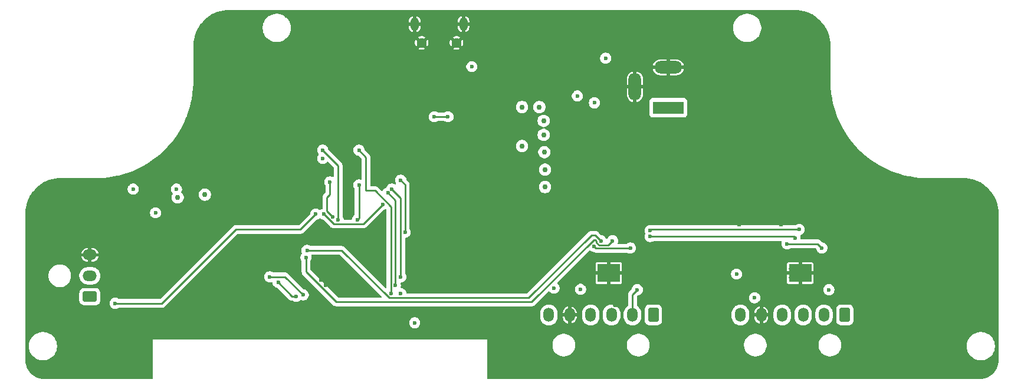
<source format=gbr>
%TF.GenerationSoftware,KiCad,Pcbnew,9.0.0*%
%TF.CreationDate,2025-02-23T12:00:01-08:00*%
%TF.ProjectId,four_way_rotator,666f7572-5f77-4617-995f-726f7461746f,rev?*%
%TF.SameCoordinates,Original*%
%TF.FileFunction,Copper,L4,Bot*%
%TF.FilePolarity,Positive*%
%FSLAX46Y46*%
G04 Gerber Fmt 4.6, Leading zero omitted, Abs format (unit mm)*
G04 Created by KiCad (PCBNEW 9.0.0) date 2025-02-23 12:00:01*
%MOMM*%
%LPD*%
G01*
G04 APERTURE LIST*
G04 Aperture macros list*
%AMRoundRect*
0 Rectangle with rounded corners*
0 $1 Rounding radius*
0 $2 $3 $4 $5 $6 $7 $8 $9 X,Y pos of 4 corners*
0 Add a 4 corners polygon primitive as box body*
4,1,4,$2,$3,$4,$5,$6,$7,$8,$9,$2,$3,0*
0 Add four circle primitives for the rounded corners*
1,1,$1+$1,$2,$3*
1,1,$1+$1,$4,$5*
1,1,$1+$1,$6,$7*
1,1,$1+$1,$8,$9*
0 Add four rect primitives between the rounded corners*
20,1,$1+$1,$2,$3,$4,$5,0*
20,1,$1+$1,$4,$5,$6,$7,0*
20,1,$1+$1,$6,$7,$8,$9,0*
20,1,$1+$1,$8,$9,$2,$3,0*%
G04 Aperture macros list end*
%TA.AperFunction,ComponentPad*%
%ADD10C,0.630000*%
%TD*%
%TA.AperFunction,SMDPad,CuDef*%
%ADD11R,3.300000X2.600000*%
%TD*%
%TA.AperFunction,ComponentPad*%
%ADD12R,4.400000X1.800000*%
%TD*%
%TA.AperFunction,ComponentPad*%
%ADD13O,4.000000X1.800000*%
%TD*%
%TA.AperFunction,ComponentPad*%
%ADD14O,1.800000X4.000000*%
%TD*%
%TA.AperFunction,ComponentPad*%
%ADD15RoundRect,0.250001X0.759999X-0.499999X0.759999X0.499999X-0.759999X0.499999X-0.759999X-0.499999X0*%
%TD*%
%TA.AperFunction,ComponentPad*%
%ADD16O,2.020000X1.500000*%
%TD*%
%TA.AperFunction,ComponentPad*%
%ADD17O,1.200000X1.900000*%
%TD*%
%TA.AperFunction,ComponentPad*%
%ADD18C,1.450000*%
%TD*%
%TA.AperFunction,HeatsinkPad*%
%ADD19C,0.600000*%
%TD*%
%TA.AperFunction,ComponentPad*%
%ADD20RoundRect,0.250001X0.499999X0.759999X-0.499999X0.759999X-0.499999X-0.759999X0.499999X-0.759999X0*%
%TD*%
%TA.AperFunction,ComponentPad*%
%ADD21O,1.500000X2.020000*%
%TD*%
%TA.AperFunction,ViaPad*%
%ADD22C,0.600000*%
%TD*%
%TA.AperFunction,ViaPad*%
%ADD23C,0.760000*%
%TD*%
%TA.AperFunction,Conductor*%
%ADD24C,0.250000*%
%TD*%
%TA.AperFunction,Conductor*%
%ADD25C,0.500000*%
%TD*%
G04 APERTURE END LIST*
D10*
%TO.P,U5,9,GND*%
%TO.N,GND*%
X171550000Y-92400000D03*
X170250000Y-92400000D03*
X168950000Y-92400000D03*
D11*
X170250000Y-93050000D03*
D10*
X171550000Y-93700000D03*
X170250000Y-93700000D03*
X168950000Y-93700000D03*
%TD*%
D12*
%TO.P,J3,1*%
%TO.N,VBUS*%
X178800000Y-69300000D03*
D13*
%TO.P,J3,2*%
%TO.N,GND*%
X178800000Y-63500000D03*
D14*
%TO.P,J3,3*%
X174000000Y-66300000D03*
%TD*%
D15*
%TO.P,J4,1,Pin_1*%
%TO.N,Net-(J4-Pin_1)*%
X95770000Y-96450000D03*
D16*
%TO.P,J4,2,Pin_2*%
%TO.N,/5V_NEOPIX*%
X95770000Y-93450000D03*
%TO.P,J4,3,Pin_3*%
%TO.N,GND*%
X95770000Y-90450000D03*
%TD*%
D17*
%TO.P,J1,6,Shield*%
%TO.N,GND*%
X149400000Y-57300000D03*
D18*
X148400000Y-60000000D03*
X143400000Y-60000000D03*
D17*
X142400000Y-57300000D03*
%TD*%
D19*
%TO.P,U4,41,GND*%
%TO.N,GND*%
X131700000Y-94080000D03*
X131700000Y-92680000D03*
X131000000Y-94780000D03*
X131000000Y-93380000D03*
X131000000Y-91980000D03*
X130300000Y-94080000D03*
X130300000Y-92680000D03*
X129600000Y-94780000D03*
X129600000Y-93380000D03*
X129600000Y-91980000D03*
X128900000Y-94080000D03*
X128900000Y-92680000D03*
%TD*%
D10*
%TO.P,U6,9,GND*%
%TO.N,GND*%
X199045000Y-92400000D03*
X197745000Y-92400000D03*
X196445000Y-92400000D03*
D11*
X197745000Y-93050000D03*
D10*
X199045000Y-93700000D03*
X197745000Y-93700000D03*
X196445000Y-93700000D03*
%TD*%
D20*
%TO.P,J6,1,Pin_1*%
%TO.N,Net-(J6-Pin_1)*%
X204150000Y-99080000D03*
D21*
%TO.P,J6,2,Pin_2*%
%TO.N,+3.3V*%
X201150000Y-99080000D03*
%TO.P,J6,3,Pin_3*%
%TO.N,/E1a*%
X198150000Y-99080000D03*
%TO.P,J6,4,Pin_4*%
%TO.N,/E1b*%
X195150000Y-99080000D03*
%TO.P,J6,5,Pin_5*%
%TO.N,GND*%
X192150000Y-99080000D03*
%TO.P,J6,6,Pin_6*%
%TO.N,Net-(J6-Pin_6)*%
X189150000Y-99080000D03*
%TD*%
%TO.P,J5,4,Pin_4*%
%TO.N,/E2b*%
X167655000Y-99080000D03*
%TO.P,J5,3,Pin_3*%
%TO.N,/E2a*%
X170655000Y-99080000D03*
D20*
%TO.P,J5,1,Pin_1*%
%TO.N,Net-(J5-Pin_1)*%
X176655000Y-99080000D03*
D21*
%TO.P,J5,2,Pin_2*%
%TO.N,+3.3V*%
X173655000Y-99080000D03*
%TO.P,J5,5,Pin_5*%
%TO.N,GND*%
X164655000Y-99080000D03*
%TO.P,J5,6,Pin_6*%
%TO.N,Net-(J5-Pin_6)*%
X161655000Y-99080000D03*
%TD*%
D22*
%TO.N,VBUS*%
X188600000Y-93200000D03*
%TO.N,/E2a*%
X122800000Y-94400000D03*
X125400000Y-96400000D03*
%TO.N,/E2b*%
X121600000Y-93600000D03*
X126400000Y-96200000D03*
%TO.N,VBUS*%
X102000000Y-81000000D03*
X108200000Y-81000000D03*
X150600000Y-63400000D03*
X169800000Y-62200000D03*
X165759018Y-67620491D03*
X168200000Y-68600000D03*
X191200000Y-96600000D03*
X166200000Y-95400000D03*
X162400000Y-95200000D03*
%TO.N,GND*%
X174355000Y-94250000D03*
D23*
X168200000Y-72300000D03*
D22*
X166155000Y-92050000D03*
D23*
X195000000Y-76000000D03*
X121000000Y-56000000D03*
X107181127Y-83800000D03*
X189000000Y-86000000D03*
X187000000Y-56000000D03*
X201000000Y-107000000D03*
X162000000Y-56000000D03*
X213000000Y-107000000D03*
X88000000Y-98000000D03*
X155000000Y-56000000D03*
X96000000Y-81000000D03*
X195000000Y-107000000D03*
D22*
X120190000Y-79750000D03*
D23*
X158000000Y-107000000D03*
X114000000Y-57000000D03*
X211000000Y-80000000D03*
X157080000Y-67800000D03*
X202000000Y-70000000D03*
X88000000Y-101000000D03*
X189000000Y-107000000D03*
X220000000Y-81000000D03*
X195000000Y-62000000D03*
X201000000Y-66000000D03*
D22*
X198450000Y-97050000D03*
D23*
X214000000Y-81000000D03*
X167000000Y-107000000D03*
X201000000Y-60000000D03*
X164400000Y-78200000D03*
X181000000Y-56000000D03*
X176000000Y-107000000D03*
X225000000Y-92000000D03*
X149000000Y-73000000D03*
X225000000Y-84000000D03*
D22*
X142400000Y-95600000D03*
D23*
X201000000Y-63000000D03*
X189000000Y-102000000D03*
X88000000Y-92000000D03*
X195000000Y-67000000D03*
X161000000Y-107000000D03*
X204000000Y-107000000D03*
D22*
X118800000Y-101200000D03*
D23*
X170000000Y-107000000D03*
X179000000Y-107000000D03*
X88000000Y-89000000D03*
X165000000Y-56000000D03*
X199000000Y-58000000D03*
X91000000Y-107000000D03*
X88000000Y-95000000D03*
D22*
X201850000Y-94250000D03*
D23*
X112000000Y-59000000D03*
X110881127Y-83700000D03*
X223000000Y-82000000D03*
X112796127Y-89165246D03*
D22*
X172800000Y-91600000D03*
D23*
X164400000Y-80800000D03*
D22*
X98500000Y-101400000D03*
D23*
X168000000Y-56000000D03*
X205000000Y-76000000D03*
X225000000Y-101000000D03*
D22*
X120190000Y-73950000D03*
D23*
X170000000Y-102000000D03*
X160752936Y-102352000D03*
D22*
X146000000Y-93600000D03*
D23*
X144000000Y-73000000D03*
X89000000Y-82000000D03*
X164400000Y-75800000D03*
X210000000Y-107000000D03*
X207000000Y-107000000D03*
X189000000Y-81000000D03*
X184000000Y-66000000D03*
X189000000Y-76000000D03*
X104681127Y-89400000D03*
D22*
X98500000Y-96200000D03*
D23*
X225000000Y-86000000D03*
X100000000Y-80000000D03*
X189000000Y-71000000D03*
X163300000Y-67900000D03*
X195000000Y-102000000D03*
X200000000Y-102000000D03*
X196000000Y-56000000D03*
X177000000Y-102000000D03*
X222000000Y-107000000D03*
X107481127Y-88400000D03*
D22*
X139400000Y-75600000D03*
D23*
X100500000Y-83250000D03*
X92000000Y-81000000D03*
X216000000Y-107000000D03*
X112000000Y-62000000D03*
X127000000Y-56000000D03*
X208000000Y-78000000D03*
X99000000Y-107000000D03*
X164200000Y-73200000D03*
X153000000Y-73000000D03*
D22*
X151800000Y-93600000D03*
D23*
X193000000Y-56000000D03*
X130000000Y-56000000D03*
X225000000Y-89000000D03*
X184000000Y-56000000D03*
X225000000Y-95000000D03*
X136000000Y-56000000D03*
X124000000Y-56000000D03*
X183000000Y-107000000D03*
X173000000Y-107000000D03*
X139000000Y-56000000D03*
X107481127Y-86000000D03*
X171170782Y-97594084D03*
X183000000Y-102000000D03*
D22*
X138600000Y-101200000D03*
D23*
X133000000Y-56000000D03*
X107481127Y-90800000D03*
X225000000Y-106000000D03*
X198000000Y-107000000D03*
D22*
X173190000Y-91210000D03*
D23*
X88000000Y-106000000D03*
D22*
X161155000Y-88274000D03*
X189523471Y-88976529D03*
D23*
X189000000Y-62000000D03*
X189000000Y-66000000D03*
X88000000Y-85000000D03*
X178000000Y-56000000D03*
X225000000Y-98000000D03*
X102000000Y-107000000D03*
X195000000Y-86000000D03*
X192000000Y-107000000D03*
X95000000Y-107000000D03*
X203000000Y-73000000D03*
D22*
X145600000Y-100600000D03*
D23*
X219000000Y-107000000D03*
X176000000Y-56000000D03*
X195000000Y-81000000D03*
D22*
X161155000Y-92050000D03*
X188650000Y-92050000D03*
X193650000Y-92050000D03*
D23*
X184000000Y-62000000D03*
X164000000Y-107000000D03*
X118000000Y-56000000D03*
X152000000Y-56000000D03*
X154000000Y-107000000D03*
X217000000Y-81000000D03*
X195000000Y-71000000D03*
X186000000Y-107000000D03*
%TO.N,+3.3V*%
X157800000Y-74800000D03*
X161100000Y-80700000D03*
D22*
X140400000Y-96000000D03*
D23*
X161100000Y-78200000D03*
D22*
X142400000Y-100200000D03*
X129200000Y-76600000D03*
D23*
X161000000Y-75700000D03*
D22*
X174355000Y-95450000D03*
X201850000Y-95450000D03*
%TO.N,Net-(U6-ILIM)*%
X195850000Y-88850000D03*
X200850000Y-89450000D03*
%TO.N,/NEOPIX*%
X128200000Y-84600000D03*
X99400000Y-97400000D03*
D23*
%TO.N,/SW_NODE*%
X160900000Y-71200000D03*
X160300000Y-69200000D03*
X157800000Y-69200000D03*
X160900000Y-73200000D03*
D22*
%TO.N,/GPIO02*%
X130641942Y-84958058D03*
X130239972Y-79980434D03*
%TO.N,/GPIO08*%
X141025000Y-87200000D03*
X140399999Y-79716116D03*
%TO.N,/GPIO07*%
X140400000Y-93600000D03*
X139123745Y-80992371D03*
%TO.N,/GPIO04*%
X134200000Y-85376000D03*
X134400000Y-80400000D03*
%TO.N,/GPIO01*%
X129200000Y-75400000D03*
X131400000Y-85375000D03*
%TO.N,/GPIO06*%
X139625000Y-94800000D03*
X138558058Y-81558058D03*
%TO.N,/GPIO05*%
X139000000Y-96000000D03*
X134400000Y-75400000D03*
%TO.N,Net-(D2-A)*%
X145200000Y-70600000D03*
X129400000Y-84600000D03*
X147175000Y-70600000D03*
X137800000Y-83200000D03*
%TO.N,/SW_NODE_5V*%
X105200000Y-84400000D03*
D23*
X108381127Y-82200000D03*
X112281127Y-81800000D03*
D22*
%TO.N,Net-(U5-ILIM)*%
X168129761Y-89200257D03*
X173355000Y-89450000D03*
%TO.N,/M1a*%
X197000000Y-88000000D03*
X176200000Y-87800000D03*
%TO.N,/M1b*%
X197600000Y-86800000D03*
X176200000Y-86975000D03*
%TO.N,/M2a*%
X126948000Y-89800000D03*
X169122273Y-88425000D03*
%TO.N,/M2b*%
X170800000Y-88425000D03*
X126800000Y-90800000D03*
D23*
%TO.N,GND*%
X104000000Y-79000000D03*
X107000000Y-77000000D03*
X112000000Y-68000000D03*
X111000000Y-71000000D03*
X109000000Y-74000000D03*
X112000000Y-65000000D03*
%TD*%
D24*
%TO.N,+3.3V*%
X174355000Y-95450000D02*
X173655000Y-96150000D01*
X173655000Y-96150000D02*
X173655000Y-99080000D01*
%TO.N,/E2a*%
X124800000Y-96400000D02*
X122800000Y-94400000D01*
X125400000Y-96400000D02*
X124800000Y-96400000D01*
%TO.N,/E2b*%
X123800000Y-93600000D02*
X121600000Y-93600000D01*
X126400000Y-96200000D02*
X123800000Y-93600000D01*
D25*
%TO.N,GND*%
X173190000Y-91210000D02*
X172800000Y-91600000D01*
D24*
%TO.N,Net-(U6-ILIM)*%
X200250000Y-88850000D02*
X195850000Y-88850000D01*
X200850000Y-89450000D02*
X200250000Y-88850000D01*
%TO.N,/NEOPIX*%
X106114702Y-97400000D02*
X99400000Y-97400000D01*
X116714702Y-86800000D02*
X106114702Y-97400000D01*
X128200000Y-84600000D02*
X126000000Y-86800000D01*
X126000000Y-86800000D02*
X116714702Y-86800000D01*
%TO.N,/GPIO02*%
X129800000Y-82175000D02*
X129800000Y-84116116D01*
X130239972Y-81735028D02*
X129800000Y-82175000D01*
X129800000Y-84116116D02*
X130641942Y-84958058D01*
X130239972Y-79980434D02*
X130239972Y-81735028D01*
%TO.N,/GPIO08*%
X140399999Y-79716116D02*
X141000000Y-80316117D01*
X141000000Y-80316117D02*
X141000000Y-87200000D01*
X141000000Y-87200000D02*
X141025000Y-87200000D01*
%TO.N,/GPIO07*%
X139123745Y-80992371D02*
X140400000Y-82268626D01*
X140400000Y-82268626D02*
X140400000Y-93600000D01*
%TO.N,/GPIO04*%
X134200000Y-85376000D02*
X134400000Y-85176000D01*
X134400000Y-85176000D02*
X134400000Y-80400000D01*
%TO.N,/GPIO01*%
X131400000Y-77600000D02*
X129200000Y-75400000D01*
X131400000Y-85375000D02*
X131400000Y-77600000D01*
%TO.N,/GPIO06*%
X139625000Y-82625000D02*
X139625000Y-94800000D01*
X138558058Y-81558058D02*
X139625000Y-82625000D01*
%TO.N,/GPIO05*%
X139000000Y-96000000D02*
X139000000Y-83514702D01*
X135400000Y-81200000D02*
X135400000Y-76400000D01*
X135400000Y-76400000D02*
X134400000Y-75400000D01*
X136685298Y-81200000D02*
X135400000Y-81200000D01*
X139000000Y-83514702D02*
X136685298Y-81200000D01*
%TO.N,Net-(D2-A)*%
X137800000Y-83200000D02*
X134999000Y-86001000D01*
X134999000Y-86001000D02*
X130801000Y-86001000D01*
X130801000Y-86001000D02*
X129400000Y-84600000D01*
X147175000Y-70600000D02*
X145200000Y-70600000D01*
%TO.N,Net-(U5-ILIM)*%
X173355000Y-89450000D02*
X173305000Y-89500000D01*
X173305000Y-89500000D02*
X168429504Y-89500000D01*
X168429504Y-89500000D02*
X168129761Y-89200257D01*
%TO.N,/M1a*%
X196800000Y-87800000D02*
X197000000Y-88000000D01*
X176200000Y-87800000D02*
X196800000Y-87800000D01*
%TO.N,/M1b*%
X176375000Y-86800000D02*
X176200000Y-86975000D01*
X197600000Y-86800000D02*
X176375000Y-86800000D01*
%TO.N,/M2a*%
X168322273Y-87625000D02*
X169122273Y-88425000D01*
X131914702Y-89800000D02*
X138740702Y-96626000D01*
X158756595Y-96626000D02*
X167757595Y-87625000D01*
X126948000Y-89800000D02*
X131914702Y-89800000D01*
X167757595Y-87625000D02*
X168322273Y-87625000D01*
X138740702Y-96626000D02*
X158756595Y-96626000D01*
%TO.N,/M2b*%
X168263389Y-88250000D02*
X168497273Y-88483884D01*
X168497273Y-88483884D02*
X168497273Y-88683884D01*
X170175000Y-89050000D02*
X170800000Y-88425000D01*
X168863389Y-89050000D02*
X170175000Y-89050000D01*
X126800000Y-92865298D02*
X131134702Y-97200000D01*
X168150000Y-88250000D02*
X168263389Y-88250000D01*
X168497273Y-88683884D02*
X168863389Y-89050000D01*
X159200000Y-97200000D02*
X168150000Y-88250000D01*
X131134702Y-97200000D02*
X159200000Y-97200000D01*
X126800000Y-90800000D02*
X126800000Y-92865298D01*
%TD*%
%TA.AperFunction,Conductor*%
%TO.N,GND*%
G36*
X131671289Y-90445185D02*
G01*
X131691931Y-90461819D01*
X137592931Y-96362819D01*
X137626416Y-96424142D01*
X137621432Y-96493834D01*
X137579560Y-96549767D01*
X137514096Y-96574184D01*
X137505250Y-96574500D01*
X131445155Y-96574500D01*
X131378116Y-96554815D01*
X131357474Y-96538181D01*
X127461819Y-92642526D01*
X127428334Y-92581203D01*
X127425500Y-92554845D01*
X127425500Y-91342350D01*
X127445185Y-91275311D01*
X127446398Y-91273459D01*
X127477609Y-91226748D01*
X127509394Y-91179179D01*
X127569737Y-91033497D01*
X127600500Y-90878842D01*
X127600500Y-90721158D01*
X127600500Y-90721155D01*
X127571167Y-90573692D01*
X127577394Y-90504100D01*
X127620257Y-90448923D01*
X127686146Y-90425678D01*
X127692784Y-90425500D01*
X131604250Y-90425500D01*
X131671289Y-90445185D01*
G37*
%TD.AperFunction*%
%TA.AperFunction,Conductor*%
G36*
X197000562Y-55282605D02*
G01*
X197413013Y-55299664D01*
X197423186Y-55300507D01*
X197830301Y-55351254D01*
X197840381Y-55352936D01*
X198241902Y-55437126D01*
X198251810Y-55439635D01*
X198645010Y-55556696D01*
X198654678Y-55560015D01*
X199036851Y-55709140D01*
X199046236Y-55713257D01*
X199414763Y-55893419D01*
X199423777Y-55898296D01*
X199776202Y-56108296D01*
X199784770Y-56113894D01*
X200118644Y-56352275D01*
X200126719Y-56358561D01*
X200409115Y-56597738D01*
X200439756Y-56623690D01*
X200447296Y-56630631D01*
X200737368Y-56920703D01*
X200744309Y-56928243D01*
X201009433Y-57241274D01*
X201015728Y-57249361D01*
X201254101Y-57583223D01*
X201259707Y-57591803D01*
X201469703Y-57944222D01*
X201474580Y-57953236D01*
X201654742Y-58321763D01*
X201658859Y-58331148D01*
X201807979Y-58713309D01*
X201811307Y-58723002D01*
X201928360Y-59116176D01*
X201930876Y-59126111D01*
X202015060Y-59527604D01*
X202016747Y-59537713D01*
X202067490Y-59944792D01*
X202068336Y-59955006D01*
X202085394Y-60367437D01*
X202085500Y-60372561D01*
X202085500Y-65384108D01*
X202085500Y-65450000D01*
X202085500Y-65815621D01*
X202123770Y-66545861D01*
X202171366Y-66998701D01*
X202200207Y-67273105D01*
X202314595Y-67995324D01*
X202314603Y-67995368D01*
X202466627Y-68710585D01*
X202655891Y-69416926D01*
X202655891Y-69416927D01*
X202828721Y-69948841D01*
X202881857Y-70112376D01*
X203143910Y-70795049D01*
X203441333Y-71463072D01*
X203441337Y-71463079D01*
X203441343Y-71463093D01*
X203773313Y-72114619D01*
X204138925Y-72747878D01*
X204537188Y-73361150D01*
X204537190Y-73361153D01*
X204966999Y-73952736D01*
X204967001Y-73952738D01*
X205427188Y-74521022D01*
X205427195Y-74521030D01*
X205916467Y-75064422D01*
X205916495Y-75064451D01*
X206433548Y-75581504D01*
X206433577Y-75581532D01*
X206802423Y-75913642D01*
X206976973Y-76070808D01*
X207109457Y-76178091D01*
X207545261Y-76530998D01*
X207545263Y-76531000D01*
X208136846Y-76960809D01*
X208136849Y-76960811D01*
X208538716Y-77221786D01*
X208741286Y-77353337D01*
X208750121Y-77359074D01*
X209060704Y-77538389D01*
X209383387Y-77724690D01*
X210034928Y-78056667D01*
X210702951Y-78354090D01*
X211385624Y-78616143D01*
X211832338Y-78761289D01*
X212081072Y-78842108D01*
X212237139Y-78883926D01*
X212787402Y-79031369D01*
X212787405Y-79031369D01*
X212787414Y-79031372D01*
X213344612Y-79149808D01*
X213502664Y-79183403D01*
X214224903Y-79297794D01*
X214952139Y-79374230D01*
X215682379Y-79412500D01*
X215982108Y-79412500D01*
X221062108Y-79412500D01*
X221125439Y-79412500D01*
X221130562Y-79412605D01*
X221543013Y-79429664D01*
X221553186Y-79430507D01*
X221960301Y-79481254D01*
X221970381Y-79482936D01*
X222371902Y-79567126D01*
X222381810Y-79569635D01*
X222775010Y-79686696D01*
X222784678Y-79690015D01*
X223116518Y-79819500D01*
X223166851Y-79839140D01*
X223176232Y-79843255D01*
X223393799Y-79949617D01*
X223544763Y-80023419D01*
X223553777Y-80028296D01*
X223906202Y-80238296D01*
X223914770Y-80243894D01*
X224248644Y-80482275D01*
X224256719Y-80488561D01*
X224427849Y-80633501D01*
X224569756Y-80753690D01*
X224577296Y-80760631D01*
X224867368Y-81050703D01*
X224874309Y-81058243D01*
X224891757Y-81078844D01*
X225061005Y-81278675D01*
X225139433Y-81371274D01*
X225145726Y-81379359D01*
X225318816Y-81621786D01*
X225384101Y-81713223D01*
X225389707Y-81721803D01*
X225599703Y-82074222D01*
X225604580Y-82083236D01*
X225784742Y-82451763D01*
X225788859Y-82461148D01*
X225937979Y-82843309D01*
X225941307Y-82853002D01*
X226058360Y-83246176D01*
X226060876Y-83256111D01*
X226145060Y-83657604D01*
X226146747Y-83667713D01*
X226197490Y-84074792D01*
X226198336Y-84085006D01*
X226215394Y-84497437D01*
X226215500Y-84502561D01*
X226215500Y-105578519D01*
X226215305Y-105585472D01*
X226199073Y-105874497D01*
X226197516Y-105888315D01*
X226149611Y-106170264D01*
X226146517Y-106183821D01*
X226067342Y-106458642D01*
X226062749Y-106471767D01*
X225953306Y-106735987D01*
X225947273Y-106748515D01*
X225808929Y-106998830D01*
X225801530Y-107010604D01*
X225636042Y-107243837D01*
X225627373Y-107254709D01*
X225436797Y-107467964D01*
X225426964Y-107477797D01*
X225213709Y-107668373D01*
X225202837Y-107677042D01*
X224969604Y-107842530D01*
X224957830Y-107849929D01*
X224707515Y-107988273D01*
X224694987Y-107994306D01*
X224430767Y-108103749D01*
X224417642Y-108108342D01*
X224142821Y-108187517D01*
X224129264Y-108190611D01*
X223847315Y-108238516D01*
X223833497Y-108240073D01*
X223544472Y-108256305D01*
X223537519Y-108256500D01*
X152924000Y-108256500D01*
X152856961Y-108236815D01*
X152811206Y-108184011D01*
X152800000Y-108132500D01*
X152800000Y-103271907D01*
X162177500Y-103271907D01*
X162177500Y-103528092D01*
X162201986Y-103682686D01*
X162217574Y-103781107D01*
X162296736Y-104024743D01*
X162413037Y-104252996D01*
X162563612Y-104460245D01*
X162744755Y-104641388D01*
X162952004Y-104791963D01*
X163180257Y-104908264D01*
X163423893Y-104987426D01*
X163554249Y-105008072D01*
X163676908Y-105027500D01*
X163676913Y-105027500D01*
X163933092Y-105027500D01*
X164044908Y-105009789D01*
X164186107Y-104987426D01*
X164429743Y-104908264D01*
X164657996Y-104791963D01*
X164865245Y-104641388D01*
X165046388Y-104460245D01*
X165196963Y-104252996D01*
X165313264Y-104024743D01*
X165392426Y-103781107D01*
X165414789Y-103639908D01*
X165432500Y-103528092D01*
X165432500Y-103271907D01*
X172877500Y-103271907D01*
X172877500Y-103528092D01*
X172901986Y-103682686D01*
X172917574Y-103781107D01*
X172996736Y-104024743D01*
X173113037Y-104252996D01*
X173263612Y-104460245D01*
X173444755Y-104641388D01*
X173652004Y-104791963D01*
X173880257Y-104908264D01*
X174123893Y-104987426D01*
X174254249Y-105008072D01*
X174376908Y-105027500D01*
X174376913Y-105027500D01*
X174633092Y-105027500D01*
X174744908Y-105009789D01*
X174886107Y-104987426D01*
X175129743Y-104908264D01*
X175357996Y-104791963D01*
X175565245Y-104641388D01*
X175746388Y-104460245D01*
X175896963Y-104252996D01*
X176013264Y-104024743D01*
X176092426Y-103781107D01*
X176114789Y-103639908D01*
X176132500Y-103528092D01*
X176132500Y-103271907D01*
X189672500Y-103271907D01*
X189672500Y-103528092D01*
X189696986Y-103682686D01*
X189712574Y-103781107D01*
X189791736Y-104024743D01*
X189908037Y-104252996D01*
X190058612Y-104460245D01*
X190239755Y-104641388D01*
X190447004Y-104791963D01*
X190675257Y-104908264D01*
X190918893Y-104987426D01*
X191049249Y-105008072D01*
X191171908Y-105027500D01*
X191171913Y-105027500D01*
X191428092Y-105027500D01*
X191539908Y-105009789D01*
X191681107Y-104987426D01*
X191924743Y-104908264D01*
X192152996Y-104791963D01*
X192360245Y-104641388D01*
X192541388Y-104460245D01*
X192691963Y-104252996D01*
X192808264Y-104024743D01*
X192887426Y-103781107D01*
X192909789Y-103639908D01*
X192927500Y-103528092D01*
X192927500Y-103271907D01*
X200372500Y-103271907D01*
X200372500Y-103528092D01*
X200396986Y-103682686D01*
X200412574Y-103781107D01*
X200491736Y-104024743D01*
X200608037Y-104252996D01*
X200758612Y-104460245D01*
X200939755Y-104641388D01*
X201147004Y-104791963D01*
X201375257Y-104908264D01*
X201618893Y-104987426D01*
X201749249Y-105008072D01*
X201871908Y-105027500D01*
X201871913Y-105027500D01*
X202128092Y-105027500D01*
X202239908Y-105009789D01*
X202381107Y-104987426D01*
X202624743Y-104908264D01*
X202852996Y-104791963D01*
X203060245Y-104641388D01*
X203241388Y-104460245D01*
X203391963Y-104252996D01*
X203508264Y-104024743D01*
X203587426Y-103781107D01*
X203609789Y-103639908D01*
X203627500Y-103528092D01*
X203627500Y-103417299D01*
X221643500Y-103417299D01*
X221643500Y-103682700D01*
X221672351Y-103901836D01*
X221678140Y-103945808D01*
X221699291Y-104024745D01*
X221746825Y-104202148D01*
X221848383Y-104447331D01*
X221848388Y-104447342D01*
X221981073Y-104677157D01*
X221981084Y-104677173D01*
X222142632Y-104887708D01*
X222142638Y-104887715D01*
X222330284Y-105075361D01*
X222330290Y-105075366D01*
X222540835Y-105236922D01*
X222540842Y-105236926D01*
X222770657Y-105369611D01*
X222770662Y-105369613D01*
X222770665Y-105369615D01*
X223015849Y-105471174D01*
X223272192Y-105539860D01*
X223535307Y-105574500D01*
X223535314Y-105574500D01*
X223800686Y-105574500D01*
X223800693Y-105574500D01*
X224063808Y-105539860D01*
X224320151Y-105471174D01*
X224565335Y-105369615D01*
X224795165Y-105236922D01*
X225005710Y-105075366D01*
X225193366Y-104887710D01*
X225354922Y-104677165D01*
X225487615Y-104447335D01*
X225589174Y-104202151D01*
X225657860Y-103945808D01*
X225692500Y-103682693D01*
X225692500Y-103417307D01*
X225657860Y-103154192D01*
X225589174Y-102897849D01*
X225487615Y-102652665D01*
X225487613Y-102652662D01*
X225487611Y-102652657D01*
X225354926Y-102422842D01*
X225354922Y-102422835D01*
X225193366Y-102212290D01*
X225193361Y-102212284D01*
X225005715Y-102024638D01*
X225005708Y-102024632D01*
X224795173Y-101863084D01*
X224795171Y-101863082D01*
X224795165Y-101863078D01*
X224795160Y-101863075D01*
X224795157Y-101863073D01*
X224565342Y-101730388D01*
X224565331Y-101730383D01*
X224421708Y-101670892D01*
X224320151Y-101628826D01*
X224320149Y-101628825D01*
X224320148Y-101628825D01*
X224243991Y-101608419D01*
X224063808Y-101560140D01*
X224019836Y-101554351D01*
X223800700Y-101525500D01*
X223800693Y-101525500D01*
X223535307Y-101525500D01*
X223535299Y-101525500D01*
X223284856Y-101558472D01*
X223272192Y-101560140D01*
X223196032Y-101580546D01*
X223015851Y-101628825D01*
X222770668Y-101730383D01*
X222770657Y-101730388D01*
X222540842Y-101863073D01*
X222540826Y-101863084D01*
X222330291Y-102024632D01*
X222330284Y-102024638D01*
X222142638Y-102212284D01*
X222142632Y-102212291D01*
X221981084Y-102422826D01*
X221981073Y-102422842D01*
X221848388Y-102652657D01*
X221848383Y-102652668D01*
X221746825Y-102897851D01*
X221678141Y-103154189D01*
X221678139Y-103154200D01*
X221643500Y-103417299D01*
X203627500Y-103417299D01*
X203627500Y-103271907D01*
X203595128Y-103067525D01*
X203587426Y-103018893D01*
X203508264Y-102775257D01*
X203391963Y-102547004D01*
X203241388Y-102339755D01*
X203060245Y-102158612D01*
X202852996Y-102008037D01*
X202624743Y-101891736D01*
X202381107Y-101812574D01*
X202128092Y-101772500D01*
X202128087Y-101772500D01*
X201871913Y-101772500D01*
X201871908Y-101772500D01*
X201618892Y-101812574D01*
X201375254Y-101891737D01*
X201147003Y-102008037D01*
X200939752Y-102158614D01*
X200758614Y-102339752D01*
X200608037Y-102547003D01*
X200491737Y-102775254D01*
X200412574Y-103018892D01*
X200372500Y-103271907D01*
X192927500Y-103271907D01*
X192895128Y-103067525D01*
X192887426Y-103018893D01*
X192808264Y-102775257D01*
X192691963Y-102547004D01*
X192541388Y-102339755D01*
X192360245Y-102158612D01*
X192152996Y-102008037D01*
X191924743Y-101891736D01*
X191681107Y-101812574D01*
X191428092Y-101772500D01*
X191428087Y-101772500D01*
X191171913Y-101772500D01*
X191171908Y-101772500D01*
X190918892Y-101812574D01*
X190675254Y-101891737D01*
X190447003Y-102008037D01*
X190239752Y-102158614D01*
X190058614Y-102339752D01*
X189908037Y-102547003D01*
X189791737Y-102775254D01*
X189712574Y-103018892D01*
X189672500Y-103271907D01*
X176132500Y-103271907D01*
X176100128Y-103067525D01*
X176092426Y-103018893D01*
X176013264Y-102775257D01*
X175896963Y-102547004D01*
X175746388Y-102339755D01*
X175565245Y-102158612D01*
X175357996Y-102008037D01*
X175129743Y-101891736D01*
X174886107Y-101812574D01*
X174633092Y-101772500D01*
X174633087Y-101772500D01*
X174376913Y-101772500D01*
X174376908Y-101772500D01*
X174123892Y-101812574D01*
X173880254Y-101891737D01*
X173652003Y-102008037D01*
X173444752Y-102158614D01*
X173263614Y-102339752D01*
X173113037Y-102547003D01*
X172996737Y-102775254D01*
X172917574Y-103018892D01*
X172877500Y-103271907D01*
X165432500Y-103271907D01*
X165400128Y-103067525D01*
X165392426Y-103018893D01*
X165313264Y-102775257D01*
X165196963Y-102547004D01*
X165046388Y-102339755D01*
X164865245Y-102158612D01*
X164657996Y-102008037D01*
X164429743Y-101891736D01*
X164186107Y-101812574D01*
X163933092Y-101772500D01*
X163933087Y-101772500D01*
X163676913Y-101772500D01*
X163676908Y-101772500D01*
X163423892Y-101812574D01*
X163180254Y-101891737D01*
X162952003Y-102008037D01*
X162744752Y-102158614D01*
X162563614Y-102339752D01*
X162413037Y-102547003D01*
X162296737Y-102775254D01*
X162217574Y-103018892D01*
X162177500Y-103271907D01*
X152800000Y-103271907D01*
X152800000Y-102590000D01*
X104800000Y-102590000D01*
X104800000Y-108132500D01*
X104780315Y-108199539D01*
X104727511Y-108245294D01*
X104676000Y-108256500D01*
X89178481Y-108256500D01*
X89171528Y-108256305D01*
X88882502Y-108240073D01*
X88868684Y-108238516D01*
X88586735Y-108190611D01*
X88573178Y-108187517D01*
X88298357Y-108108342D01*
X88285232Y-108103749D01*
X88021012Y-107994306D01*
X88008484Y-107988273D01*
X87758169Y-107849929D01*
X87746395Y-107842530D01*
X87513162Y-107677042D01*
X87502290Y-107668373D01*
X87289035Y-107477797D01*
X87279202Y-107467964D01*
X87088626Y-107254709D01*
X87079961Y-107243843D01*
X86914468Y-107010603D01*
X86907070Y-106998830D01*
X86768726Y-106748515D01*
X86762696Y-106735994D01*
X86653250Y-106471767D01*
X86648657Y-106458642D01*
X86569482Y-106183821D01*
X86566388Y-106170264D01*
X86518481Y-105888305D01*
X86516927Y-105874507D01*
X86500695Y-105585472D01*
X86500500Y-105578519D01*
X86500500Y-103417299D01*
X87023500Y-103417299D01*
X87023500Y-103682700D01*
X87052351Y-103901836D01*
X87058140Y-103945808D01*
X87079291Y-104024745D01*
X87126825Y-104202148D01*
X87228383Y-104447331D01*
X87228388Y-104447342D01*
X87361073Y-104677157D01*
X87361084Y-104677173D01*
X87522632Y-104887708D01*
X87522638Y-104887715D01*
X87710284Y-105075361D01*
X87710290Y-105075366D01*
X87920835Y-105236922D01*
X87920842Y-105236926D01*
X88150657Y-105369611D01*
X88150662Y-105369613D01*
X88150665Y-105369615D01*
X88395849Y-105471174D01*
X88652192Y-105539860D01*
X88915307Y-105574500D01*
X88915314Y-105574500D01*
X89180686Y-105574500D01*
X89180693Y-105574500D01*
X89443808Y-105539860D01*
X89700151Y-105471174D01*
X89945335Y-105369615D01*
X90175165Y-105236922D01*
X90385710Y-105075366D01*
X90573366Y-104887710D01*
X90734922Y-104677165D01*
X90867615Y-104447335D01*
X90969174Y-104202151D01*
X91037860Y-103945808D01*
X91072500Y-103682693D01*
X91072500Y-103417307D01*
X91037860Y-103154192D01*
X90969174Y-102897849D01*
X90867615Y-102652665D01*
X90867613Y-102652662D01*
X90867611Y-102652657D01*
X90734926Y-102422842D01*
X90734922Y-102422835D01*
X90573366Y-102212290D01*
X90573361Y-102212284D01*
X90385715Y-102024638D01*
X90385708Y-102024632D01*
X90175173Y-101863084D01*
X90175171Y-101863082D01*
X90175165Y-101863078D01*
X90175160Y-101863075D01*
X90175157Y-101863073D01*
X89945342Y-101730388D01*
X89945331Y-101730383D01*
X89801708Y-101670892D01*
X89700151Y-101628826D01*
X89700149Y-101628825D01*
X89700148Y-101628825D01*
X89623991Y-101608419D01*
X89443808Y-101560140D01*
X89399836Y-101554351D01*
X89180700Y-101525500D01*
X89180693Y-101525500D01*
X88915307Y-101525500D01*
X88915299Y-101525500D01*
X88664856Y-101558472D01*
X88652192Y-101560140D01*
X88576032Y-101580546D01*
X88395851Y-101628825D01*
X88150668Y-101730383D01*
X88150657Y-101730388D01*
X87920842Y-101863073D01*
X87920826Y-101863084D01*
X87710291Y-102024632D01*
X87710284Y-102024638D01*
X87522638Y-102212284D01*
X87522632Y-102212291D01*
X87361084Y-102422826D01*
X87361073Y-102422842D01*
X87228388Y-102652657D01*
X87228383Y-102652668D01*
X87126825Y-102897851D01*
X87058141Y-103154189D01*
X87058139Y-103154200D01*
X87023500Y-103417299D01*
X86500500Y-103417299D01*
X86500500Y-100121153D01*
X141599500Y-100121153D01*
X141599500Y-100278846D01*
X141630261Y-100433489D01*
X141630264Y-100433501D01*
X141690602Y-100579172D01*
X141690609Y-100579185D01*
X141778210Y-100710288D01*
X141778213Y-100710292D01*
X141889707Y-100821786D01*
X141889711Y-100821789D01*
X142020814Y-100909390D01*
X142020827Y-100909397D01*
X142166498Y-100969735D01*
X142166503Y-100969737D01*
X142321153Y-101000499D01*
X142321156Y-101000500D01*
X142321158Y-101000500D01*
X142478844Y-101000500D01*
X142478845Y-101000499D01*
X142633497Y-100969737D01*
X142779179Y-100909394D01*
X142910289Y-100821789D01*
X143021789Y-100710289D01*
X143109394Y-100579179D01*
X143169737Y-100433497D01*
X143200500Y-100278842D01*
X143200500Y-100121158D01*
X143200500Y-100121155D01*
X143200499Y-100121153D01*
X143174967Y-99992795D01*
X143169737Y-99966503D01*
X143138052Y-99890008D01*
X143109397Y-99820827D01*
X143109390Y-99820814D01*
X143021789Y-99689711D01*
X143021786Y-99689707D01*
X142910292Y-99578213D01*
X142910288Y-99578210D01*
X142779185Y-99490609D01*
X142779172Y-99490602D01*
X142633501Y-99430264D01*
X142633489Y-99430261D01*
X142478845Y-99399500D01*
X142478842Y-99399500D01*
X142321158Y-99399500D01*
X142321155Y-99399500D01*
X142166510Y-99430261D01*
X142166498Y-99430264D01*
X142020827Y-99490602D01*
X142020814Y-99490609D01*
X141889711Y-99578210D01*
X141889707Y-99578213D01*
X141778213Y-99689707D01*
X141778210Y-99689711D01*
X141690609Y-99820814D01*
X141690602Y-99820827D01*
X141630264Y-99966498D01*
X141630261Y-99966510D01*
X141599500Y-100121153D01*
X86500500Y-100121153D01*
X86500500Y-98721577D01*
X160404500Y-98721577D01*
X160404500Y-99438422D01*
X160435290Y-99632826D01*
X160496117Y-99820029D01*
X160531777Y-99890015D01*
X160585476Y-99995405D01*
X160701172Y-100154646D01*
X160840354Y-100293828D01*
X160999595Y-100409524D01*
X161046645Y-100433497D01*
X161174970Y-100498882D01*
X161174972Y-100498882D01*
X161174975Y-100498884D01*
X161254773Y-100524812D01*
X161362173Y-100559709D01*
X161556578Y-100590500D01*
X161556583Y-100590500D01*
X161753422Y-100590500D01*
X161947826Y-100559709D01*
X162135025Y-100498884D01*
X162310405Y-100409524D01*
X162469646Y-100293828D01*
X162608828Y-100154646D01*
X162724524Y-99995405D01*
X162813884Y-99820025D01*
X162874709Y-99632826D01*
X162883359Y-99578210D01*
X162905500Y-99438422D01*
X162905500Y-98721587D01*
X162905498Y-98721568D01*
X162905488Y-98721504D01*
X163655000Y-98721504D01*
X163655000Y-98830000D01*
X164210440Y-98830000D01*
X164179755Y-98883147D01*
X164145000Y-99012857D01*
X164145000Y-99147143D01*
X164179755Y-99276853D01*
X164210440Y-99330000D01*
X163655000Y-99330000D01*
X163655000Y-99438495D01*
X163693427Y-99631681D01*
X163693430Y-99631693D01*
X163768807Y-99813671D01*
X163768814Y-99813684D01*
X163878248Y-99977462D01*
X163878251Y-99977466D01*
X164017533Y-100116748D01*
X164017537Y-100116751D01*
X164181315Y-100226185D01*
X164181328Y-100226192D01*
X164363308Y-100301569D01*
X164405000Y-100309862D01*
X164405000Y-99524560D01*
X164458147Y-99555245D01*
X164587857Y-99590000D01*
X164722143Y-99590000D01*
X164851853Y-99555245D01*
X164905000Y-99524560D01*
X164905000Y-100309862D01*
X164946690Y-100301569D01*
X164946692Y-100301569D01*
X165128671Y-100226192D01*
X165128684Y-100226185D01*
X165292462Y-100116751D01*
X165292466Y-100116748D01*
X165431748Y-99977466D01*
X165431751Y-99977462D01*
X165541185Y-99813684D01*
X165541192Y-99813671D01*
X165616569Y-99631693D01*
X165616572Y-99631681D01*
X165654999Y-99438495D01*
X165655000Y-99438492D01*
X165655000Y-99330000D01*
X165099560Y-99330000D01*
X165130245Y-99276853D01*
X165165000Y-99147143D01*
X165165000Y-99012857D01*
X165130245Y-98883147D01*
X165099560Y-98830000D01*
X165655000Y-98830000D01*
X165655000Y-98721577D01*
X166404500Y-98721577D01*
X166404500Y-99438422D01*
X166435290Y-99632826D01*
X166496117Y-99820029D01*
X166531777Y-99890015D01*
X166585476Y-99995405D01*
X166701172Y-100154646D01*
X166840354Y-100293828D01*
X166999595Y-100409524D01*
X167046645Y-100433497D01*
X167174970Y-100498882D01*
X167174972Y-100498882D01*
X167174975Y-100498884D01*
X167254773Y-100524812D01*
X167362173Y-100559709D01*
X167556578Y-100590500D01*
X167556583Y-100590500D01*
X167753422Y-100590500D01*
X167947826Y-100559709D01*
X168135025Y-100498884D01*
X168310405Y-100409524D01*
X168469646Y-100293828D01*
X168608828Y-100154646D01*
X168724524Y-99995405D01*
X168813884Y-99820025D01*
X168874709Y-99632826D01*
X168883359Y-99578210D01*
X168905500Y-99438422D01*
X168905500Y-98721577D01*
X169404500Y-98721577D01*
X169404500Y-99438422D01*
X169435290Y-99632826D01*
X169496117Y-99820029D01*
X169531777Y-99890015D01*
X169585476Y-99995405D01*
X169701172Y-100154646D01*
X169840354Y-100293828D01*
X169999595Y-100409524D01*
X170046645Y-100433497D01*
X170174970Y-100498882D01*
X170174972Y-100498882D01*
X170174975Y-100498884D01*
X170254773Y-100524812D01*
X170362173Y-100559709D01*
X170556578Y-100590500D01*
X170556583Y-100590500D01*
X170753422Y-100590500D01*
X170947826Y-100559709D01*
X171135025Y-100498884D01*
X171310405Y-100409524D01*
X171469646Y-100293828D01*
X171608828Y-100154646D01*
X171724524Y-99995405D01*
X171813884Y-99820025D01*
X171874709Y-99632826D01*
X171883359Y-99578210D01*
X171905500Y-99438422D01*
X171905500Y-98721577D01*
X172404500Y-98721577D01*
X172404500Y-99438422D01*
X172435290Y-99632826D01*
X172496117Y-99820029D01*
X172531777Y-99890015D01*
X172585476Y-99995405D01*
X172701172Y-100154646D01*
X172840354Y-100293828D01*
X172999595Y-100409524D01*
X173046645Y-100433497D01*
X173174970Y-100498882D01*
X173174972Y-100498882D01*
X173174975Y-100498884D01*
X173254773Y-100524812D01*
X173362173Y-100559709D01*
X173556578Y-100590500D01*
X173556583Y-100590500D01*
X173753422Y-100590500D01*
X173947826Y-100559709D01*
X174135025Y-100498884D01*
X174310405Y-100409524D01*
X174469646Y-100293828D01*
X174608828Y-100154646D01*
X174724524Y-99995405D01*
X174813884Y-99820025D01*
X174874709Y-99632826D01*
X174883359Y-99578210D01*
X174905500Y-99438422D01*
X174905500Y-98721577D01*
X174874709Y-98527173D01*
X174815948Y-98346328D01*
X174813884Y-98339975D01*
X174813881Y-98339971D01*
X174813881Y-98339968D01*
X174805302Y-98323131D01*
X174805301Y-98323130D01*
X174778222Y-98269984D01*
X175404500Y-98269984D01*
X175404500Y-99890015D01*
X175415000Y-99992795D01*
X175415001Y-99992797D01*
X175442593Y-100076065D01*
X175470186Y-100159335D01*
X175470187Y-100159337D01*
X175562286Y-100308651D01*
X175562289Y-100308655D01*
X175686344Y-100432710D01*
X175686348Y-100432713D01*
X175835662Y-100524812D01*
X175835664Y-100524813D01*
X175835666Y-100524814D01*
X176002203Y-100579999D01*
X176104992Y-100590500D01*
X176104997Y-100590500D01*
X177205003Y-100590500D01*
X177205008Y-100590500D01*
X177307797Y-100579999D01*
X177474334Y-100524814D01*
X177623655Y-100432711D01*
X177747711Y-100308655D01*
X177839814Y-100159334D01*
X177894999Y-99992797D01*
X177905500Y-99890008D01*
X177905500Y-98721577D01*
X187899500Y-98721577D01*
X187899500Y-99438422D01*
X187930290Y-99632826D01*
X187991117Y-99820029D01*
X188026777Y-99890015D01*
X188080476Y-99995405D01*
X188196172Y-100154646D01*
X188335354Y-100293828D01*
X188494595Y-100409524D01*
X188541645Y-100433497D01*
X188669970Y-100498882D01*
X188669972Y-100498882D01*
X188669975Y-100498884D01*
X188749773Y-100524812D01*
X188857173Y-100559709D01*
X189051578Y-100590500D01*
X189051583Y-100590500D01*
X189248422Y-100590500D01*
X189442826Y-100559709D01*
X189630025Y-100498884D01*
X189805405Y-100409524D01*
X189964646Y-100293828D01*
X190103828Y-100154646D01*
X190219524Y-99995405D01*
X190308884Y-99820025D01*
X190369709Y-99632826D01*
X190378359Y-99578210D01*
X190400500Y-99438422D01*
X190400500Y-98721587D01*
X190400498Y-98721568D01*
X190400488Y-98721504D01*
X191150000Y-98721504D01*
X191150000Y-98830000D01*
X191705440Y-98830000D01*
X191674755Y-98883147D01*
X191640000Y-99012857D01*
X191640000Y-99147143D01*
X191674755Y-99276853D01*
X191705440Y-99330000D01*
X191150000Y-99330000D01*
X191150000Y-99438495D01*
X191188427Y-99631681D01*
X191188430Y-99631693D01*
X191263807Y-99813671D01*
X191263814Y-99813684D01*
X191373248Y-99977462D01*
X191373251Y-99977466D01*
X191512533Y-100116748D01*
X191512537Y-100116751D01*
X191676315Y-100226185D01*
X191676328Y-100226192D01*
X191858308Y-100301569D01*
X191900000Y-100309862D01*
X191900000Y-99524560D01*
X191953147Y-99555245D01*
X192082857Y-99590000D01*
X192217143Y-99590000D01*
X192346853Y-99555245D01*
X192400000Y-99524560D01*
X192400000Y-100309862D01*
X192441690Y-100301569D01*
X192441692Y-100301569D01*
X192623671Y-100226192D01*
X192623684Y-100226185D01*
X192787462Y-100116751D01*
X192787466Y-100116748D01*
X192926748Y-99977466D01*
X192926751Y-99977462D01*
X193036185Y-99813684D01*
X193036192Y-99813671D01*
X193111569Y-99631693D01*
X193111572Y-99631681D01*
X193149999Y-99438495D01*
X193150000Y-99438492D01*
X193150000Y-99330000D01*
X192594560Y-99330000D01*
X192625245Y-99276853D01*
X192660000Y-99147143D01*
X192660000Y-99012857D01*
X192625245Y-98883147D01*
X192594560Y-98830000D01*
X193150000Y-98830000D01*
X193150000Y-98721577D01*
X193899500Y-98721577D01*
X193899500Y-99438422D01*
X193930290Y-99632826D01*
X193991117Y-99820029D01*
X194026777Y-99890015D01*
X194080476Y-99995405D01*
X194196172Y-100154646D01*
X194335354Y-100293828D01*
X194494595Y-100409524D01*
X194541645Y-100433497D01*
X194669970Y-100498882D01*
X194669972Y-100498882D01*
X194669975Y-100498884D01*
X194749773Y-100524812D01*
X194857173Y-100559709D01*
X195051578Y-100590500D01*
X195051583Y-100590500D01*
X195248422Y-100590500D01*
X195442826Y-100559709D01*
X195630025Y-100498884D01*
X195805405Y-100409524D01*
X195964646Y-100293828D01*
X196103828Y-100154646D01*
X196219524Y-99995405D01*
X196308884Y-99820025D01*
X196369709Y-99632826D01*
X196378359Y-99578210D01*
X196400500Y-99438422D01*
X196400500Y-98721577D01*
X196899500Y-98721577D01*
X196899500Y-99438422D01*
X196930290Y-99632826D01*
X196991117Y-99820029D01*
X197026777Y-99890015D01*
X197080476Y-99995405D01*
X197196172Y-100154646D01*
X197335354Y-100293828D01*
X197494595Y-100409524D01*
X197541645Y-100433497D01*
X197669970Y-100498882D01*
X197669972Y-100498882D01*
X197669975Y-100498884D01*
X197749773Y-100524812D01*
X197857173Y-100559709D01*
X198051578Y-100590500D01*
X198051583Y-100590500D01*
X198248422Y-100590500D01*
X198442826Y-100559709D01*
X198630025Y-100498884D01*
X198805405Y-100409524D01*
X198964646Y-100293828D01*
X199103828Y-100154646D01*
X199219524Y-99995405D01*
X199308884Y-99820025D01*
X199369709Y-99632826D01*
X199378359Y-99578210D01*
X199400500Y-99438422D01*
X199400500Y-98721577D01*
X199899500Y-98721577D01*
X199899500Y-99438422D01*
X199930290Y-99632826D01*
X199991117Y-99820029D01*
X200026777Y-99890015D01*
X200080476Y-99995405D01*
X200196172Y-100154646D01*
X200335354Y-100293828D01*
X200494595Y-100409524D01*
X200541645Y-100433497D01*
X200669970Y-100498882D01*
X200669972Y-100498882D01*
X200669975Y-100498884D01*
X200749773Y-100524812D01*
X200857173Y-100559709D01*
X201051578Y-100590500D01*
X201051583Y-100590500D01*
X201248422Y-100590500D01*
X201442826Y-100559709D01*
X201630025Y-100498884D01*
X201805405Y-100409524D01*
X201964646Y-100293828D01*
X202103828Y-100154646D01*
X202219524Y-99995405D01*
X202308884Y-99820025D01*
X202369709Y-99632826D01*
X202378359Y-99578210D01*
X202400500Y-99438422D01*
X202400500Y-98721577D01*
X202369709Y-98527173D01*
X202310948Y-98346328D01*
X202308884Y-98339975D01*
X202308881Y-98339971D01*
X202308881Y-98339968D01*
X202300302Y-98323131D01*
X202300301Y-98323130D01*
X202273222Y-98269984D01*
X202899500Y-98269984D01*
X202899500Y-99890015D01*
X202910000Y-99992795D01*
X202910001Y-99992797D01*
X202937593Y-100076065D01*
X202965186Y-100159335D01*
X202965187Y-100159337D01*
X203057286Y-100308651D01*
X203057289Y-100308655D01*
X203181344Y-100432710D01*
X203181348Y-100432713D01*
X203330662Y-100524812D01*
X203330664Y-100524813D01*
X203330666Y-100524814D01*
X203497203Y-100579999D01*
X203599992Y-100590500D01*
X203599997Y-100590500D01*
X204700003Y-100590500D01*
X204700008Y-100590500D01*
X204802797Y-100579999D01*
X204969334Y-100524814D01*
X205118655Y-100432711D01*
X205242711Y-100308655D01*
X205334814Y-100159334D01*
X205389999Y-99992797D01*
X205400500Y-99890008D01*
X205400500Y-98269992D01*
X205389999Y-98167203D01*
X205334814Y-98000666D01*
X205306222Y-97954312D01*
X205242713Y-97851348D01*
X205242710Y-97851344D01*
X205118655Y-97727289D01*
X205118651Y-97727286D01*
X204969337Y-97635187D01*
X204969335Y-97635186D01*
X204859317Y-97598730D01*
X204802797Y-97580001D01*
X204802795Y-97580000D01*
X204700015Y-97569500D01*
X204700008Y-97569500D01*
X203599992Y-97569500D01*
X203599984Y-97569500D01*
X203497204Y-97580000D01*
X203497203Y-97580001D01*
X203330664Y-97635186D01*
X203330662Y-97635187D01*
X203181348Y-97727286D01*
X203181344Y-97727289D01*
X203057289Y-97851344D01*
X203057286Y-97851348D01*
X202965187Y-98000662D01*
X202965186Y-98000664D01*
X202910001Y-98167203D01*
X202910000Y-98167204D01*
X202899500Y-98269984D01*
X202273222Y-98269984D01*
X202219524Y-98164595D01*
X202103828Y-98005354D01*
X201964646Y-97866172D01*
X201805405Y-97750476D01*
X201759892Y-97727286D01*
X201630029Y-97661117D01*
X201442826Y-97600290D01*
X201248422Y-97569500D01*
X201248417Y-97569500D01*
X201051583Y-97569500D01*
X201051578Y-97569500D01*
X200857173Y-97600290D01*
X200669970Y-97661117D01*
X200494594Y-97750476D01*
X200406280Y-97814641D01*
X200335354Y-97866172D01*
X200335352Y-97866174D01*
X200335351Y-97866174D01*
X200196174Y-98005351D01*
X200196174Y-98005352D01*
X200196172Y-98005354D01*
X200168640Y-98043248D01*
X200080476Y-98164594D01*
X199991117Y-98339970D01*
X199930290Y-98527173D01*
X199899500Y-98721577D01*
X199400500Y-98721577D01*
X199369709Y-98527173D01*
X199308882Y-98339970D01*
X199237818Y-98200499D01*
X199219524Y-98164595D01*
X199103828Y-98005354D01*
X198964646Y-97866172D01*
X198805405Y-97750476D01*
X198759892Y-97727286D01*
X198630029Y-97661117D01*
X198442826Y-97600290D01*
X198248422Y-97569500D01*
X198248417Y-97569500D01*
X198051583Y-97569500D01*
X198051578Y-97569500D01*
X197857173Y-97600290D01*
X197669970Y-97661117D01*
X197494594Y-97750476D01*
X197406280Y-97814641D01*
X197335354Y-97866172D01*
X197335352Y-97866174D01*
X197335351Y-97866174D01*
X197196174Y-98005351D01*
X197196174Y-98005352D01*
X197196172Y-98005354D01*
X197168640Y-98043248D01*
X197080476Y-98164594D01*
X196991117Y-98339970D01*
X196930290Y-98527173D01*
X196899500Y-98721577D01*
X196400500Y-98721577D01*
X196369709Y-98527173D01*
X196308882Y-98339970D01*
X196237818Y-98200499D01*
X196219524Y-98164595D01*
X196103828Y-98005354D01*
X195964646Y-97866172D01*
X195805405Y-97750476D01*
X195759892Y-97727286D01*
X195630029Y-97661117D01*
X195442826Y-97600290D01*
X195248422Y-97569500D01*
X195248417Y-97569500D01*
X195051583Y-97569500D01*
X195051578Y-97569500D01*
X194857173Y-97600290D01*
X194669970Y-97661117D01*
X194494594Y-97750476D01*
X194406280Y-97814641D01*
X194335354Y-97866172D01*
X194335352Y-97866174D01*
X194335351Y-97866174D01*
X194196174Y-98005351D01*
X194196174Y-98005352D01*
X194196172Y-98005354D01*
X194168640Y-98043248D01*
X194080476Y-98164594D01*
X193991117Y-98339970D01*
X193930290Y-98527173D01*
X193899500Y-98721577D01*
X193150000Y-98721577D01*
X193150000Y-98721508D01*
X193149999Y-98721504D01*
X193111572Y-98528318D01*
X193111569Y-98528306D01*
X193036192Y-98346328D01*
X193036185Y-98346315D01*
X192926751Y-98182537D01*
X192926748Y-98182533D01*
X192787466Y-98043251D01*
X192787462Y-98043248D01*
X192623684Y-97933814D01*
X192623671Y-97933807D01*
X192441691Y-97858429D01*
X192441683Y-97858427D01*
X192400000Y-97850135D01*
X192400000Y-98635439D01*
X192346853Y-98604755D01*
X192217143Y-98570000D01*
X192082857Y-98570000D01*
X191953147Y-98604755D01*
X191900000Y-98635439D01*
X191900000Y-97850136D01*
X191899999Y-97850135D01*
X191858316Y-97858427D01*
X191858308Y-97858429D01*
X191676328Y-97933807D01*
X191676315Y-97933814D01*
X191512537Y-98043248D01*
X191512533Y-98043251D01*
X191373251Y-98182533D01*
X191373248Y-98182537D01*
X191263814Y-98346315D01*
X191263807Y-98346328D01*
X191188430Y-98528306D01*
X191188427Y-98528318D01*
X191150000Y-98721504D01*
X190400488Y-98721504D01*
X190369709Y-98527173D01*
X190308882Y-98339970D01*
X190237818Y-98200499D01*
X190219524Y-98164595D01*
X190103828Y-98005354D01*
X189964646Y-97866172D01*
X189805405Y-97750476D01*
X189759892Y-97727286D01*
X189630029Y-97661117D01*
X189442826Y-97600290D01*
X189248422Y-97569500D01*
X189248417Y-97569500D01*
X189051583Y-97569500D01*
X189051578Y-97569500D01*
X188857173Y-97600290D01*
X188669970Y-97661117D01*
X188494594Y-97750476D01*
X188406280Y-97814641D01*
X188335354Y-97866172D01*
X188335352Y-97866174D01*
X188335351Y-97866174D01*
X188196174Y-98005351D01*
X188196174Y-98005352D01*
X188196172Y-98005354D01*
X188168640Y-98043248D01*
X188080476Y-98164594D01*
X187991117Y-98339970D01*
X187930290Y-98527173D01*
X187899500Y-98721577D01*
X177905500Y-98721577D01*
X177905500Y-98269992D01*
X177894999Y-98167203D01*
X177839814Y-98000666D01*
X177811222Y-97954312D01*
X177747713Y-97851348D01*
X177747710Y-97851344D01*
X177623655Y-97727289D01*
X177623651Y-97727286D01*
X177474337Y-97635187D01*
X177474335Y-97635186D01*
X177364317Y-97598730D01*
X177307797Y-97580001D01*
X177307795Y-97580000D01*
X177205015Y-97569500D01*
X177205008Y-97569500D01*
X176104992Y-97569500D01*
X176104984Y-97569500D01*
X176002204Y-97580000D01*
X176002203Y-97580001D01*
X175835664Y-97635186D01*
X175835662Y-97635187D01*
X175686348Y-97727286D01*
X175686344Y-97727289D01*
X175562289Y-97851344D01*
X175562286Y-97851348D01*
X175470187Y-98000662D01*
X175470186Y-98000664D01*
X175415001Y-98167203D01*
X175415000Y-98167204D01*
X175404500Y-98269984D01*
X174778222Y-98269984D01*
X174724524Y-98164595D01*
X174608828Y-98005354D01*
X174469646Y-97866172D01*
X174331612Y-97765884D01*
X174288949Y-97710556D01*
X174280500Y-97665568D01*
X174280500Y-96521153D01*
X190399500Y-96521153D01*
X190399500Y-96678846D01*
X190430261Y-96833489D01*
X190430264Y-96833501D01*
X190490602Y-96979172D01*
X190490609Y-96979185D01*
X190578210Y-97110288D01*
X190578213Y-97110292D01*
X190689707Y-97221786D01*
X190689711Y-97221789D01*
X190820814Y-97309390D01*
X190820827Y-97309397D01*
X190966498Y-97369735D01*
X190966503Y-97369737D01*
X191121153Y-97400499D01*
X191121156Y-97400500D01*
X191121158Y-97400500D01*
X191278844Y-97400500D01*
X191278845Y-97400499D01*
X191433497Y-97369737D01*
X191579179Y-97309394D01*
X191710289Y-97221789D01*
X191821789Y-97110289D01*
X191909394Y-96979179D01*
X191969737Y-96833497D01*
X192000500Y-96678842D01*
X192000500Y-96521158D01*
X192000500Y-96521155D01*
X192000499Y-96521153D01*
X191978208Y-96409090D01*
X191969737Y-96366503D01*
X191932164Y-96275793D01*
X191909397Y-96220827D01*
X191909390Y-96220814D01*
X191821789Y-96089711D01*
X191821786Y-96089707D01*
X191710292Y-95978213D01*
X191710288Y-95978210D01*
X191579185Y-95890609D01*
X191579172Y-95890602D01*
X191433501Y-95830264D01*
X191433489Y-95830261D01*
X191278845Y-95799500D01*
X191278842Y-95799500D01*
X191121158Y-95799500D01*
X191121155Y-95799500D01*
X190966510Y-95830261D01*
X190966498Y-95830264D01*
X190820827Y-95890602D01*
X190820814Y-95890609D01*
X190689711Y-95978210D01*
X190689707Y-95978213D01*
X190578213Y-96089707D01*
X190578210Y-96089711D01*
X190490609Y-96220814D01*
X190490602Y-96220827D01*
X190430264Y-96366498D01*
X190430261Y-96366510D01*
X190399500Y-96521153D01*
X174280500Y-96521153D01*
X174280500Y-96460452D01*
X174300185Y-96393413D01*
X174316814Y-96372774D01*
X174413797Y-96275791D01*
X174475118Y-96242308D01*
X174477128Y-96241889D01*
X174588497Y-96219737D01*
X174734179Y-96159394D01*
X174865289Y-96071789D01*
X174976789Y-95960289D01*
X175064394Y-95829179D01*
X175067854Y-95820827D01*
X175085102Y-95779185D01*
X175124737Y-95683497D01*
X175155500Y-95528842D01*
X175155500Y-95371158D01*
X175155500Y-95371155D01*
X175155499Y-95371153D01*
X201049500Y-95371153D01*
X201049500Y-95528846D01*
X201080261Y-95683489D01*
X201080264Y-95683501D01*
X201140602Y-95829172D01*
X201140609Y-95829185D01*
X201228210Y-95960288D01*
X201228213Y-95960292D01*
X201339707Y-96071786D01*
X201339711Y-96071789D01*
X201470814Y-96159390D01*
X201470827Y-96159397D01*
X201570060Y-96200500D01*
X201616503Y-96219737D01*
X201771153Y-96250499D01*
X201771156Y-96250500D01*
X201771158Y-96250500D01*
X201928844Y-96250500D01*
X201928845Y-96250499D01*
X202083497Y-96219737D01*
X202229179Y-96159394D01*
X202360289Y-96071789D01*
X202471789Y-95960289D01*
X202559394Y-95829179D01*
X202562854Y-95820827D01*
X202580102Y-95779185D01*
X202619737Y-95683497D01*
X202650500Y-95528842D01*
X202650500Y-95371158D01*
X202650500Y-95371155D01*
X202650499Y-95371153D01*
X202640553Y-95321153D01*
X202619737Y-95216503D01*
X202617043Y-95210000D01*
X202559397Y-95070827D01*
X202559390Y-95070814D01*
X202471789Y-94939711D01*
X202471786Y-94939707D01*
X202360292Y-94828213D01*
X202360288Y-94828210D01*
X202229185Y-94740609D01*
X202229172Y-94740602D01*
X202083501Y-94680264D01*
X202083489Y-94680261D01*
X201928845Y-94649500D01*
X201928842Y-94649500D01*
X201771158Y-94649500D01*
X201771155Y-94649500D01*
X201616510Y-94680261D01*
X201616498Y-94680264D01*
X201470827Y-94740602D01*
X201470814Y-94740609D01*
X201339711Y-94828210D01*
X201339707Y-94828213D01*
X201228213Y-94939707D01*
X201228210Y-94939711D01*
X201140609Y-95070814D01*
X201140602Y-95070827D01*
X201080264Y-95216498D01*
X201080261Y-95216510D01*
X201049500Y-95371153D01*
X175155499Y-95371153D01*
X175145553Y-95321153D01*
X175124737Y-95216503D01*
X175122043Y-95210000D01*
X175064397Y-95070827D01*
X175064390Y-95070814D01*
X174976789Y-94939711D01*
X174976786Y-94939707D01*
X174865292Y-94828213D01*
X174865288Y-94828210D01*
X174734185Y-94740609D01*
X174734172Y-94740602D01*
X174588501Y-94680264D01*
X174588489Y-94680261D01*
X174433845Y-94649500D01*
X174433842Y-94649500D01*
X174276158Y-94649500D01*
X174276155Y-94649500D01*
X174121510Y-94680261D01*
X174121498Y-94680264D01*
X173975827Y-94740602D01*
X173975814Y-94740609D01*
X173844711Y-94828210D01*
X173844707Y-94828213D01*
X173733213Y-94939707D01*
X173733210Y-94939711D01*
X173645609Y-95070814D01*
X173645602Y-95070827D01*
X173585264Y-95216498D01*
X173585261Y-95216508D01*
X173563141Y-95327714D01*
X173530756Y-95389625D01*
X173529205Y-95391203D01*
X173391567Y-95528842D01*
X173256269Y-95664140D01*
X173256267Y-95664142D01*
X173230702Y-95689707D01*
X173169142Y-95751266D01*
X173141340Y-95792875D01*
X173137557Y-95798537D01*
X173100688Y-95853714D01*
X173067347Y-95934207D01*
X173065289Y-95939176D01*
X173053537Y-95967545D01*
X173053535Y-95967553D01*
X173029500Y-96088389D01*
X173029500Y-97665568D01*
X173009815Y-97732607D01*
X172978388Y-97765883D01*
X172840354Y-97866172D01*
X172840352Y-97866174D01*
X172840351Y-97866174D01*
X172701174Y-98005351D01*
X172701174Y-98005352D01*
X172701172Y-98005354D01*
X172673640Y-98043248D01*
X172585476Y-98164594D01*
X172496117Y-98339970D01*
X172435290Y-98527173D01*
X172404500Y-98721577D01*
X171905500Y-98721577D01*
X171874709Y-98527173D01*
X171813882Y-98339970D01*
X171742818Y-98200499D01*
X171724524Y-98164595D01*
X171608828Y-98005354D01*
X171469646Y-97866172D01*
X171310405Y-97750476D01*
X171264892Y-97727286D01*
X171135029Y-97661117D01*
X170947826Y-97600290D01*
X170753422Y-97569500D01*
X170753417Y-97569500D01*
X170556583Y-97569500D01*
X170556578Y-97569500D01*
X170362173Y-97600290D01*
X170174970Y-97661117D01*
X169999594Y-97750476D01*
X169911280Y-97814641D01*
X169840354Y-97866172D01*
X169840352Y-97866174D01*
X169840351Y-97866174D01*
X169701174Y-98005351D01*
X169701174Y-98005352D01*
X169701172Y-98005354D01*
X169673640Y-98043248D01*
X169585476Y-98164594D01*
X169496117Y-98339970D01*
X169435290Y-98527173D01*
X169404500Y-98721577D01*
X168905500Y-98721577D01*
X168874709Y-98527173D01*
X168813882Y-98339970D01*
X168742818Y-98200499D01*
X168724524Y-98164595D01*
X168608828Y-98005354D01*
X168469646Y-97866172D01*
X168310405Y-97750476D01*
X168264892Y-97727286D01*
X168135029Y-97661117D01*
X167947826Y-97600290D01*
X167753422Y-97569500D01*
X167753417Y-97569500D01*
X167556583Y-97569500D01*
X167556578Y-97569500D01*
X167362173Y-97600290D01*
X167174970Y-97661117D01*
X166999594Y-97750476D01*
X166911280Y-97814641D01*
X166840354Y-97866172D01*
X166840352Y-97866174D01*
X166840351Y-97866174D01*
X166701174Y-98005351D01*
X166701174Y-98005352D01*
X166701172Y-98005354D01*
X166673640Y-98043248D01*
X166585476Y-98164594D01*
X166496117Y-98339970D01*
X166435290Y-98527173D01*
X166404500Y-98721577D01*
X165655000Y-98721577D01*
X165655000Y-98721508D01*
X165654999Y-98721504D01*
X165616572Y-98528318D01*
X165616569Y-98528306D01*
X165541192Y-98346328D01*
X165541185Y-98346315D01*
X165431751Y-98182537D01*
X165431748Y-98182533D01*
X165292466Y-98043251D01*
X165292462Y-98043248D01*
X165128684Y-97933814D01*
X165128671Y-97933807D01*
X164946691Y-97858429D01*
X164946683Y-97858427D01*
X164905000Y-97850135D01*
X164905000Y-98635439D01*
X164851853Y-98604755D01*
X164722143Y-98570000D01*
X164587857Y-98570000D01*
X164458147Y-98604755D01*
X164405000Y-98635439D01*
X164405000Y-97850136D01*
X164404999Y-97850135D01*
X164363316Y-97858427D01*
X164363308Y-97858429D01*
X164181328Y-97933807D01*
X164181315Y-97933814D01*
X164017537Y-98043248D01*
X164017533Y-98043251D01*
X163878251Y-98182533D01*
X163878248Y-98182537D01*
X163768814Y-98346315D01*
X163768807Y-98346328D01*
X163693430Y-98528306D01*
X163693427Y-98528318D01*
X163655000Y-98721504D01*
X162905488Y-98721504D01*
X162874709Y-98527173D01*
X162813882Y-98339970D01*
X162742818Y-98200499D01*
X162724524Y-98164595D01*
X162608828Y-98005354D01*
X162469646Y-97866172D01*
X162310405Y-97750476D01*
X162264892Y-97727286D01*
X162135029Y-97661117D01*
X161947826Y-97600290D01*
X161753422Y-97569500D01*
X161753417Y-97569500D01*
X161556583Y-97569500D01*
X161556578Y-97569500D01*
X161362173Y-97600290D01*
X161174970Y-97661117D01*
X160999594Y-97750476D01*
X160911280Y-97814641D01*
X160840354Y-97866172D01*
X160840352Y-97866174D01*
X160840351Y-97866174D01*
X160701174Y-98005351D01*
X160701174Y-98005352D01*
X160701172Y-98005354D01*
X160673640Y-98043248D01*
X160585476Y-98164594D01*
X160496117Y-98339970D01*
X160435290Y-98527173D01*
X160404500Y-98721577D01*
X86500500Y-98721577D01*
X86500500Y-95899984D01*
X94259500Y-95899984D01*
X94259500Y-97000015D01*
X94270000Y-97102795D01*
X94270001Y-97102797D01*
X94292182Y-97169735D01*
X94325186Y-97269335D01*
X94325187Y-97269337D01*
X94417286Y-97418651D01*
X94417289Y-97418655D01*
X94541344Y-97542710D01*
X94541348Y-97542713D01*
X94690662Y-97634812D01*
X94690664Y-97634813D01*
X94690666Y-97634814D01*
X94857203Y-97689999D01*
X94959992Y-97700500D01*
X94959997Y-97700500D01*
X96580003Y-97700500D01*
X96580008Y-97700500D01*
X96682797Y-97689999D01*
X96849334Y-97634814D01*
X96998655Y-97542711D01*
X97122711Y-97418655D01*
X97182851Y-97321153D01*
X98599500Y-97321153D01*
X98599500Y-97478846D01*
X98630261Y-97633489D01*
X98630264Y-97633501D01*
X98690602Y-97779172D01*
X98690609Y-97779185D01*
X98778210Y-97910288D01*
X98778213Y-97910292D01*
X98889707Y-98021786D01*
X98889711Y-98021789D01*
X99020814Y-98109390D01*
X99020827Y-98109397D01*
X99154089Y-98164595D01*
X99166503Y-98169737D01*
X99321153Y-98200499D01*
X99321156Y-98200500D01*
X99321158Y-98200500D01*
X99478844Y-98200500D01*
X99478845Y-98200499D01*
X99633497Y-98169737D01*
X99779179Y-98109394D01*
X99873459Y-98046398D01*
X99940136Y-98025520D01*
X99942350Y-98025500D01*
X106176309Y-98025500D01*
X106236731Y-98013481D01*
X106297154Y-98001463D01*
X106330494Y-97987652D01*
X106410988Y-97954312D01*
X106476871Y-97910289D01*
X106513435Y-97885858D01*
X106600560Y-97798733D01*
X106600561Y-97798731D01*
X106607627Y-97791665D01*
X106607629Y-97791661D01*
X110878138Y-93521153D01*
X120799500Y-93521153D01*
X120799500Y-93678846D01*
X120830261Y-93833489D01*
X120830264Y-93833501D01*
X120890602Y-93979172D01*
X120890609Y-93979185D01*
X120978210Y-94110288D01*
X120978213Y-94110292D01*
X121089707Y-94221786D01*
X121089711Y-94221789D01*
X121220814Y-94309390D01*
X121220827Y-94309397D01*
X121366498Y-94369735D01*
X121366503Y-94369737D01*
X121496228Y-94395541D01*
X121521153Y-94400499D01*
X121521156Y-94400500D01*
X121521158Y-94400500D01*
X121678844Y-94400500D01*
X121678845Y-94400499D01*
X121833497Y-94369737D01*
X121833509Y-94369731D01*
X121839324Y-94367969D01*
X121840151Y-94370698D01*
X121897388Y-94364411D01*
X121959939Y-94395541D01*
X121995730Y-94455548D01*
X121999056Y-94474335D01*
X121999500Y-94478848D01*
X122030261Y-94633489D01*
X122030264Y-94633501D01*
X122090602Y-94779172D01*
X122090609Y-94779185D01*
X122178210Y-94910288D01*
X122178213Y-94910292D01*
X122289707Y-95021786D01*
X122289711Y-95021789D01*
X122420814Y-95109390D01*
X122420827Y-95109397D01*
X122501676Y-95142885D01*
X122566503Y-95169737D01*
X122677716Y-95191858D01*
X122739623Y-95224241D01*
X122741203Y-95225793D01*
X124314139Y-96798729D01*
X124314142Y-96798733D01*
X124401267Y-96885858D01*
X124437831Y-96910289D01*
X124503714Y-96954312D01*
X124530534Y-96965421D01*
X124557976Y-96976788D01*
X124557981Y-96976789D01*
X124563750Y-96979179D01*
X124617548Y-97001463D01*
X124677971Y-97013481D01*
X124738393Y-97025500D01*
X124738394Y-97025500D01*
X124857650Y-97025500D01*
X124924689Y-97045185D01*
X124926541Y-97046398D01*
X125020821Y-97109394D01*
X125020823Y-97109395D01*
X125020827Y-97109397D01*
X125158683Y-97166498D01*
X125166503Y-97169737D01*
X125321153Y-97200499D01*
X125321156Y-97200500D01*
X125321158Y-97200500D01*
X125478844Y-97200500D01*
X125478845Y-97200499D01*
X125633497Y-97169737D01*
X125779179Y-97109394D01*
X125910289Y-97021789D01*
X125963551Y-96968527D01*
X126024874Y-96935041D01*
X126094566Y-96940025D01*
X126098677Y-96941642D01*
X126166503Y-96969737D01*
X126166506Y-96969737D01*
X126166511Y-96969739D01*
X126321153Y-97000499D01*
X126321156Y-97000500D01*
X126321158Y-97000500D01*
X126478844Y-97000500D01*
X126478845Y-97000499D01*
X126633497Y-96969737D01*
X126779179Y-96909394D01*
X126910289Y-96821789D01*
X127021789Y-96710289D01*
X127109394Y-96579179D01*
X127169737Y-96433497D01*
X127200500Y-96278842D01*
X127200500Y-96121158D01*
X127200500Y-96121155D01*
X127200499Y-96121153D01*
X127180734Y-96021789D01*
X127169737Y-95966503D01*
X127142190Y-95899997D01*
X127109397Y-95820827D01*
X127109390Y-95820814D01*
X127021789Y-95689711D01*
X127021786Y-95689707D01*
X126910292Y-95578213D01*
X126910288Y-95578210D01*
X126779185Y-95490609D01*
X126779172Y-95490602D01*
X126633501Y-95430264D01*
X126633489Y-95430261D01*
X126522285Y-95408141D01*
X126460374Y-95375756D01*
X126458795Y-95374205D01*
X124293150Y-93208560D01*
X124285860Y-93201270D01*
X124285858Y-93201267D01*
X124198733Y-93114142D01*
X124147509Y-93079915D01*
X124096286Y-93045688D01*
X124010744Y-93010256D01*
X123982452Y-92998537D01*
X123922029Y-92986518D01*
X123917648Y-92985646D01*
X123917646Y-92985646D01*
X123861610Y-92974500D01*
X123861607Y-92974500D01*
X123861606Y-92974500D01*
X122142350Y-92974500D01*
X122075311Y-92954815D01*
X122073459Y-92953602D01*
X121979184Y-92890609D01*
X121979172Y-92890602D01*
X121833501Y-92830264D01*
X121833489Y-92830261D01*
X121678845Y-92799500D01*
X121678842Y-92799500D01*
X121521158Y-92799500D01*
X121521155Y-92799500D01*
X121366510Y-92830261D01*
X121366498Y-92830264D01*
X121220827Y-92890602D01*
X121220814Y-92890609D01*
X121089711Y-92978210D01*
X121089707Y-92978213D01*
X120978213Y-93089707D01*
X120978210Y-93089711D01*
X120890609Y-93220814D01*
X120890602Y-93220827D01*
X120830264Y-93366498D01*
X120830261Y-93366510D01*
X120799500Y-93521153D01*
X110878138Y-93521153D01*
X116937473Y-87461819D01*
X116998796Y-87428334D01*
X117025154Y-87425500D01*
X126061607Y-87425500D01*
X126122029Y-87413481D01*
X126182452Y-87401463D01*
X126221398Y-87385331D01*
X126296286Y-87354312D01*
X126347509Y-87320084D01*
X126398733Y-87285858D01*
X126485858Y-87198733D01*
X126485859Y-87198731D01*
X126492925Y-87191665D01*
X126492928Y-87191661D01*
X128258797Y-85425791D01*
X128320118Y-85392308D01*
X128322128Y-85391889D01*
X128433497Y-85369737D01*
X128579179Y-85309394D01*
X128710289Y-85221789D01*
X128712312Y-85219766D01*
X128713634Y-85219043D01*
X128714999Y-85217924D01*
X128715211Y-85218182D01*
X128773632Y-85186276D01*
X128843324Y-85191255D01*
X128884939Y-85217999D01*
X128885001Y-85217924D01*
X128885648Y-85218454D01*
X128887688Y-85219766D01*
X128889711Y-85221789D01*
X129020814Y-85309390D01*
X129020827Y-85309397D01*
X129088924Y-85337603D01*
X129166503Y-85369737D01*
X129277716Y-85391858D01*
X129339623Y-85424241D01*
X129341203Y-85425793D01*
X130312016Y-86396606D01*
X130312045Y-86396637D01*
X130402263Y-86486855D01*
X130402267Y-86486858D01*
X130504707Y-86555307D01*
X130504711Y-86555309D01*
X130504714Y-86555311D01*
X130618548Y-86602463D01*
X130678971Y-86614481D01*
X130739393Y-86626500D01*
X135060607Y-86626500D01*
X135121029Y-86614481D01*
X135181452Y-86602463D01*
X135214792Y-86588652D01*
X135295286Y-86555312D01*
X135346509Y-86521084D01*
X135397733Y-86486858D01*
X135484858Y-86399733D01*
X135484859Y-86399731D01*
X135491925Y-86392665D01*
X135491928Y-86392661D01*
X137858797Y-84025791D01*
X137920118Y-83992308D01*
X137922128Y-83991889D01*
X138033497Y-83969737D01*
X138179179Y-83909394D01*
X138181600Y-83907775D01*
X138183063Y-83907317D01*
X138184554Y-83906521D01*
X138184704Y-83906803D01*
X138248275Y-83886892D01*
X138315657Y-83905371D01*
X138362352Y-83957345D01*
X138374500Y-84010872D01*
X138374500Y-95075846D01*
X138354815Y-95142885D01*
X138302011Y-95188640D01*
X138232853Y-95198584D01*
X138169297Y-95169559D01*
X138162819Y-95163527D01*
X132408487Y-89409195D01*
X132400562Y-89401270D01*
X132400560Y-89401267D01*
X132313435Y-89314142D01*
X132239394Y-89264669D01*
X132233485Y-89260720D01*
X132233482Y-89260718D01*
X132210992Y-89245690D01*
X132210988Y-89245688D01*
X132171145Y-89229185D01*
X132130494Y-89212347D01*
X132097154Y-89198537D01*
X132036731Y-89186518D01*
X132032008Y-89185578D01*
X132032006Y-89185578D01*
X131976312Y-89174500D01*
X131976309Y-89174500D01*
X131976308Y-89174500D01*
X127490350Y-89174500D01*
X127423311Y-89154815D01*
X127421459Y-89153602D01*
X127327184Y-89090609D01*
X127327172Y-89090602D01*
X127181501Y-89030264D01*
X127181489Y-89030261D01*
X127026845Y-88999500D01*
X127026842Y-88999500D01*
X126869158Y-88999500D01*
X126869155Y-88999500D01*
X126714510Y-89030261D01*
X126714498Y-89030264D01*
X126568827Y-89090602D01*
X126568814Y-89090609D01*
X126437711Y-89178210D01*
X126437707Y-89178213D01*
X126326213Y-89289707D01*
X126326210Y-89289711D01*
X126238609Y-89420814D01*
X126238602Y-89420827D01*
X126178264Y-89566498D01*
X126178261Y-89566510D01*
X126147500Y-89721153D01*
X126147500Y-89878846D01*
X126178261Y-90033489D01*
X126178264Y-90033501D01*
X126221583Y-90138084D01*
X126229052Y-90207554D01*
X126197776Y-90270033D01*
X126194707Y-90273213D01*
X126178213Y-90289707D01*
X126178208Y-90289714D01*
X126090609Y-90420814D01*
X126090602Y-90420827D01*
X126030264Y-90566498D01*
X126030261Y-90566510D01*
X125999500Y-90721153D01*
X125999500Y-90878846D01*
X126030261Y-91033489D01*
X126030264Y-91033501D01*
X126090602Y-91179172D01*
X126090609Y-91179184D01*
X126153602Y-91273459D01*
X126174480Y-91340136D01*
X126174500Y-91342350D01*
X126174500Y-92926904D01*
X126186358Y-92986518D01*
X126193720Y-93023533D01*
X126198537Y-93047748D01*
X126245688Y-93161585D01*
X126261556Y-93185331D01*
X126261557Y-93185333D01*
X126314140Y-93264029D01*
X126314141Y-93264030D01*
X126314142Y-93264031D01*
X126401267Y-93351156D01*
X126401268Y-93351156D01*
X126408335Y-93358223D01*
X126408334Y-93358223D01*
X126408337Y-93358225D01*
X130648843Y-97598732D01*
X130648844Y-97598733D01*
X130711227Y-97661116D01*
X130735970Y-97685859D01*
X130838409Y-97754307D01*
X130838418Y-97754312D01*
X130859441Y-97763020D01*
X130952250Y-97801463D01*
X131012673Y-97813481D01*
X131073095Y-97825500D01*
X159261607Y-97825500D01*
X159322029Y-97813481D01*
X159382452Y-97801463D01*
X159436250Y-97779179D01*
X159496286Y-97754312D01*
X159565405Y-97708127D01*
X159598733Y-97685858D01*
X159685858Y-97598733D01*
X159685858Y-97598731D01*
X159696066Y-97588524D01*
X159696067Y-97588521D01*
X161589698Y-95694891D01*
X161651019Y-95661408D01*
X161720711Y-95666392D01*
X161773733Y-95706084D01*
X161774347Y-95705581D01*
X161776397Y-95708079D01*
X161776644Y-95708264D01*
X161777238Y-95709104D01*
X161778213Y-95710292D01*
X161889707Y-95821786D01*
X161889711Y-95821789D01*
X162020814Y-95909390D01*
X162020827Y-95909397D01*
X162158683Y-95966498D01*
X162166503Y-95969737D01*
X162306911Y-95997666D01*
X162321153Y-96000499D01*
X162321156Y-96000500D01*
X162321158Y-96000500D01*
X162478844Y-96000500D01*
X162478845Y-96000499D01*
X162633497Y-95969737D01*
X162779179Y-95909394D01*
X162910289Y-95821789D01*
X163021789Y-95710289D01*
X163109394Y-95579179D01*
X163169737Y-95433497D01*
X163192083Y-95321158D01*
X163192084Y-95321153D01*
X165399500Y-95321153D01*
X165399500Y-95478846D01*
X165430261Y-95633489D01*
X165430264Y-95633501D01*
X165490602Y-95779172D01*
X165490609Y-95779185D01*
X165578210Y-95910288D01*
X165578213Y-95910292D01*
X165689707Y-96021786D01*
X165689711Y-96021789D01*
X165820814Y-96109390D01*
X165820827Y-96109397D01*
X165966498Y-96169735D01*
X165966503Y-96169737D01*
X166121153Y-96200499D01*
X166121156Y-96200500D01*
X166121158Y-96200500D01*
X166278844Y-96200500D01*
X166278845Y-96200499D01*
X166433497Y-96169737D01*
X166579179Y-96109394D01*
X166710289Y-96021789D01*
X166821789Y-95910289D01*
X166909394Y-95779179D01*
X166969737Y-95633497D01*
X167000500Y-95478842D01*
X167000500Y-95321158D01*
X167000500Y-95321155D01*
X167000499Y-95321153D01*
X166992083Y-95278842D01*
X166969737Y-95166503D01*
X166950955Y-95121158D01*
X166909397Y-95020827D01*
X166909390Y-95020814D01*
X166821789Y-94889711D01*
X166821786Y-94889707D01*
X166710292Y-94778213D01*
X166710288Y-94778210D01*
X166579185Y-94690609D01*
X166579172Y-94690602D01*
X166433501Y-94630264D01*
X166433489Y-94630261D01*
X166278845Y-94599500D01*
X166278842Y-94599500D01*
X166121158Y-94599500D01*
X166121155Y-94599500D01*
X165966510Y-94630261D01*
X165966498Y-94630264D01*
X165820827Y-94690602D01*
X165820814Y-94690609D01*
X165689711Y-94778210D01*
X165689707Y-94778213D01*
X165578213Y-94889707D01*
X165578210Y-94889711D01*
X165490609Y-95020814D01*
X165490602Y-95020827D01*
X165430264Y-95166498D01*
X165430261Y-95166510D01*
X165399500Y-95321153D01*
X163192084Y-95321153D01*
X163198107Y-95290875D01*
X163198107Y-95290874D01*
X163200500Y-95278844D01*
X163200500Y-95121155D01*
X163200499Y-95121153D01*
X163198159Y-95109390D01*
X163169737Y-94966503D01*
X163166324Y-94958264D01*
X163109397Y-94820827D01*
X163109390Y-94820814D01*
X163021789Y-94689711D01*
X163021786Y-94689707D01*
X162910292Y-94578213D01*
X162905581Y-94574347D01*
X162907059Y-94572545D01*
X162868889Y-94526892D01*
X162860166Y-94457569D01*
X162890307Y-94394535D01*
X162894874Y-94389715D01*
X162909961Y-94374628D01*
X168350000Y-94374628D01*
X168364503Y-94447540D01*
X168364505Y-94447544D01*
X168419760Y-94530239D01*
X168502455Y-94585494D01*
X168502459Y-94585496D01*
X168575371Y-94599999D01*
X168575374Y-94600000D01*
X170000000Y-94600000D01*
X170500000Y-94600000D01*
X171924626Y-94600000D01*
X171924628Y-94599999D01*
X171997540Y-94585496D01*
X171997544Y-94585494D01*
X172080239Y-94530239D01*
X172135494Y-94447544D01*
X172135496Y-94447540D01*
X172149999Y-94374628D01*
X195845000Y-94374628D01*
X195859503Y-94447540D01*
X195859505Y-94447544D01*
X195914760Y-94530239D01*
X195997455Y-94585494D01*
X195997459Y-94585496D01*
X196070371Y-94599999D01*
X196070374Y-94600000D01*
X197495000Y-94600000D01*
X197995000Y-94600000D01*
X199419626Y-94600000D01*
X199419628Y-94599999D01*
X199492540Y-94585496D01*
X199492544Y-94585494D01*
X199575239Y-94530239D01*
X199630494Y-94447544D01*
X199630496Y-94447540D01*
X199644999Y-94374628D01*
X199645000Y-94374626D01*
X199645000Y-93300000D01*
X197995000Y-93300000D01*
X197995000Y-94600000D01*
X197495000Y-94600000D01*
X197495000Y-93667179D01*
X197580000Y-93667179D01*
X197580000Y-93732821D01*
X197605119Y-93793465D01*
X197651535Y-93839881D01*
X197712179Y-93865000D01*
X197777821Y-93865000D01*
X197838465Y-93839881D01*
X197884881Y-93793465D01*
X197910000Y-93732821D01*
X197910000Y-93667179D01*
X197884881Y-93606535D01*
X197838465Y-93560119D01*
X197777821Y-93535000D01*
X197712179Y-93535000D01*
X197651535Y-93560119D01*
X197605119Y-93606535D01*
X197580000Y-93667179D01*
X197495000Y-93667179D01*
X197495000Y-93300000D01*
X195845000Y-93300000D01*
X195845000Y-94374628D01*
X172149999Y-94374628D01*
X172150000Y-94374626D01*
X172150000Y-93300000D01*
X170500000Y-93300000D01*
X170500000Y-94600000D01*
X170000000Y-94600000D01*
X170000000Y-93667179D01*
X170085000Y-93667179D01*
X170085000Y-93732821D01*
X170110119Y-93793465D01*
X170156535Y-93839881D01*
X170217179Y-93865000D01*
X170282821Y-93865000D01*
X170343465Y-93839881D01*
X170389881Y-93793465D01*
X170415000Y-93732821D01*
X170415000Y-93667179D01*
X170389881Y-93606535D01*
X170343465Y-93560119D01*
X170282821Y-93535000D01*
X170217179Y-93535000D01*
X170156535Y-93560119D01*
X170110119Y-93606535D01*
X170085000Y-93667179D01*
X170000000Y-93667179D01*
X170000000Y-93300000D01*
X168350000Y-93300000D01*
X168350000Y-94374628D01*
X162909961Y-94374628D01*
X164163436Y-93121153D01*
X187799500Y-93121153D01*
X187799500Y-93278846D01*
X187830261Y-93433489D01*
X187830264Y-93433501D01*
X187890602Y-93579172D01*
X187890609Y-93579185D01*
X187978210Y-93710288D01*
X187978213Y-93710292D01*
X188089707Y-93821786D01*
X188089711Y-93821789D01*
X188220814Y-93909390D01*
X188220827Y-93909397D01*
X188366498Y-93969735D01*
X188366503Y-93969737D01*
X188521153Y-94000499D01*
X188521156Y-94000500D01*
X188521158Y-94000500D01*
X188678844Y-94000500D01*
X188678845Y-94000499D01*
X188833497Y-93969737D01*
X188979179Y-93909394D01*
X189110289Y-93821789D01*
X189221789Y-93710289D01*
X189309394Y-93579179D01*
X189369737Y-93433497D01*
X189400500Y-93278842D01*
X189400500Y-93121158D01*
X189400500Y-93121155D01*
X189400499Y-93121153D01*
X189390104Y-93068893D01*
X189369737Y-92966503D01*
X189338298Y-92890602D01*
X189309397Y-92820827D01*
X189309390Y-92820814D01*
X189221789Y-92689711D01*
X189221786Y-92689707D01*
X189110292Y-92578213D01*
X189110288Y-92578210D01*
X188979185Y-92490609D01*
X188979172Y-92490602D01*
X188833501Y-92430264D01*
X188833489Y-92430261D01*
X188678845Y-92399500D01*
X188678842Y-92399500D01*
X188521158Y-92399500D01*
X188521155Y-92399500D01*
X188366510Y-92430261D01*
X188366498Y-92430264D01*
X188220827Y-92490602D01*
X188220814Y-92490609D01*
X188089711Y-92578210D01*
X188089707Y-92578213D01*
X187978213Y-92689707D01*
X187978210Y-92689711D01*
X187890609Y-92820814D01*
X187890602Y-92820827D01*
X187830264Y-92966498D01*
X187830261Y-92966510D01*
X187799500Y-93121153D01*
X164163436Y-93121153D01*
X165559218Y-91725371D01*
X168350000Y-91725371D01*
X168350000Y-92800000D01*
X170000000Y-92800000D01*
X170500000Y-92800000D01*
X172150000Y-92800000D01*
X172150000Y-91725373D01*
X172149999Y-91725371D01*
X195845000Y-91725371D01*
X195845000Y-92800000D01*
X197495000Y-92800000D01*
X197995000Y-92800000D01*
X199645000Y-92800000D01*
X199645000Y-91725373D01*
X199644999Y-91725371D01*
X199630496Y-91652459D01*
X199630494Y-91652455D01*
X199575239Y-91569760D01*
X199492544Y-91514505D01*
X199492540Y-91514503D01*
X199419627Y-91500000D01*
X197995000Y-91500000D01*
X197995000Y-92800000D01*
X197495000Y-92800000D01*
X197495000Y-92367179D01*
X197580000Y-92367179D01*
X197580000Y-92432821D01*
X197605119Y-92493465D01*
X197651535Y-92539881D01*
X197712179Y-92565000D01*
X197777821Y-92565000D01*
X197838465Y-92539881D01*
X197884881Y-92493465D01*
X197910000Y-92432821D01*
X197910000Y-92367179D01*
X197884881Y-92306535D01*
X197838465Y-92260119D01*
X197777821Y-92235000D01*
X197712179Y-92235000D01*
X197651535Y-92260119D01*
X197605119Y-92306535D01*
X197580000Y-92367179D01*
X197495000Y-92367179D01*
X197495000Y-91500000D01*
X196070373Y-91500000D01*
X195997459Y-91514503D01*
X195997455Y-91514505D01*
X195914760Y-91569760D01*
X195859505Y-91652455D01*
X195859503Y-91652459D01*
X195845000Y-91725371D01*
X172149999Y-91725371D01*
X172135496Y-91652459D01*
X172135494Y-91652455D01*
X172080239Y-91569760D01*
X171997544Y-91514505D01*
X171997540Y-91514503D01*
X171924627Y-91500000D01*
X170500000Y-91500000D01*
X170500000Y-92800000D01*
X170000000Y-92800000D01*
X170000000Y-92367179D01*
X170085000Y-92367179D01*
X170085000Y-92432821D01*
X170110119Y-92493465D01*
X170156535Y-92539881D01*
X170217179Y-92565000D01*
X170282821Y-92565000D01*
X170343465Y-92539881D01*
X170389881Y-92493465D01*
X170415000Y-92432821D01*
X170415000Y-92367179D01*
X170389881Y-92306535D01*
X170343465Y-92260119D01*
X170282821Y-92235000D01*
X170217179Y-92235000D01*
X170156535Y-92260119D01*
X170110119Y-92306535D01*
X170085000Y-92367179D01*
X170000000Y-92367179D01*
X170000000Y-91500000D01*
X168575373Y-91500000D01*
X168502459Y-91514503D01*
X168502455Y-91514505D01*
X168419760Y-91569760D01*
X168364505Y-91652455D01*
X168364503Y-91652459D01*
X168350000Y-91725371D01*
X165559218Y-91725371D01*
X167453812Y-89830777D01*
X167515133Y-89797294D01*
X167584825Y-89802278D01*
X167614098Y-89819123D01*
X167614407Y-89818662D01*
X167750575Y-89909647D01*
X167750588Y-89909654D01*
X167872831Y-89960288D01*
X167896264Y-89969994D01*
X167978385Y-89986329D01*
X168029788Y-89996554D01*
X168030417Y-89996779D01*
X168030762Y-89996751D01*
X168033212Y-89997777D01*
X168063951Y-90008760D01*
X168069377Y-90011654D01*
X168133219Y-90054312D01*
X168199901Y-90081932D01*
X168247052Y-90101463D01*
X168267101Y-90105451D01*
X168300700Y-90112134D01*
X168367896Y-90125501D01*
X168367898Y-90125501D01*
X168497225Y-90125501D01*
X168497245Y-90125500D01*
X172887480Y-90125500D01*
X172954519Y-90145185D01*
X172956372Y-90146399D01*
X172975813Y-90159389D01*
X172975815Y-90159390D01*
X172975821Y-90159394D01*
X172975823Y-90159395D01*
X172975827Y-90159397D01*
X173073853Y-90200000D01*
X173121503Y-90219737D01*
X173276153Y-90250499D01*
X173276156Y-90250500D01*
X173276158Y-90250500D01*
X173433844Y-90250500D01*
X173433845Y-90250499D01*
X173588497Y-90219737D01*
X173734179Y-90159394D01*
X173865289Y-90071789D01*
X173976789Y-89960289D01*
X174064394Y-89829179D01*
X174124737Y-89683497D01*
X174155500Y-89528842D01*
X174155500Y-89371158D01*
X174155500Y-89371155D01*
X174155499Y-89371153D01*
X174133532Y-89260718D01*
X174124737Y-89216503D01*
X174098683Y-89153602D01*
X174064397Y-89070827D01*
X174064390Y-89070814D01*
X173976789Y-88939711D01*
X173976786Y-88939707D01*
X173865292Y-88828213D01*
X173865288Y-88828210D01*
X173734185Y-88740609D01*
X173734172Y-88740602D01*
X173588501Y-88680264D01*
X173588489Y-88680261D01*
X173433845Y-88649500D01*
X173433842Y-88649500D01*
X173276158Y-88649500D01*
X173276155Y-88649500D01*
X173121510Y-88680261D01*
X173121498Y-88680264D01*
X172975827Y-88740602D01*
X172975814Y-88740609D01*
X172844711Y-88828210D01*
X172844707Y-88828213D01*
X172834740Y-88838181D01*
X172773417Y-88871666D01*
X172747059Y-88874500D01*
X171665845Y-88874500D01*
X171598806Y-88854815D01*
X171553051Y-88802011D01*
X171543107Y-88732853D01*
X171551284Y-88703048D01*
X171569735Y-88658501D01*
X171569737Y-88658497D01*
X171600500Y-88503842D01*
X171600500Y-88346158D01*
X171600500Y-88346155D01*
X171600499Y-88346153D01*
X171578440Y-88235256D01*
X171569737Y-88191503D01*
X171527637Y-88089864D01*
X171509397Y-88045827D01*
X171509390Y-88045814D01*
X171421789Y-87914711D01*
X171421786Y-87914707D01*
X171310292Y-87803213D01*
X171310288Y-87803210D01*
X171179185Y-87715609D01*
X171179172Y-87715602D01*
X171033501Y-87655264D01*
X171033489Y-87655261D01*
X170878845Y-87624500D01*
X170878842Y-87624500D01*
X170721158Y-87624500D01*
X170721155Y-87624500D01*
X170566510Y-87655261D01*
X170566498Y-87655264D01*
X170420827Y-87715602D01*
X170420814Y-87715609D01*
X170289711Y-87803210D01*
X170289707Y-87803213D01*
X170178213Y-87914707D01*
X170178210Y-87914711D01*
X170090609Y-88045814D01*
X170090606Y-88045821D01*
X170075697Y-88081814D01*
X170031855Y-88136217D01*
X169965561Y-88158281D01*
X169897862Y-88141001D01*
X169850252Y-88089864D01*
X169846578Y-88081821D01*
X169831667Y-88045821D01*
X169831663Y-88045814D01*
X169744062Y-87914711D01*
X169744059Y-87914707D01*
X169632565Y-87803213D01*
X169632561Y-87803210D01*
X169501458Y-87715609D01*
X169501445Y-87715602D01*
X169355774Y-87655264D01*
X169355762Y-87655261D01*
X169244558Y-87633141D01*
X169182647Y-87600756D01*
X169181068Y-87599205D01*
X168816026Y-87234163D01*
X168808133Y-87226270D01*
X168808131Y-87226267D01*
X168721006Y-87139142D01*
X168648367Y-87090606D01*
X168618565Y-87070692D01*
X168618558Y-87070687D01*
X168618554Y-87070685D01*
X168536166Y-87036560D01*
X168536162Y-87036559D01*
X168528770Y-87033497D01*
X168504725Y-87023537D01*
X168441045Y-87010870D01*
X168441028Y-87010866D01*
X168437964Y-87010256D01*
X168437955Y-87010256D01*
X168383880Y-86999500D01*
X168383879Y-86999500D01*
X167819201Y-86999500D01*
X167695988Y-86999500D01*
X167668950Y-87004878D01*
X167641912Y-87010256D01*
X167641911Y-87010255D01*
X167575149Y-87023535D01*
X167575140Y-87023538D01*
X167461311Y-87070687D01*
X167461302Y-87070692D01*
X167358863Y-87139140D01*
X167318832Y-87179172D01*
X167271737Y-87226267D01*
X167271734Y-87226270D01*
X158533824Y-95964181D01*
X158472501Y-95997666D01*
X158446143Y-96000500D01*
X141318046Y-96000500D01*
X141251007Y-95980815D01*
X141205252Y-95928011D01*
X141196429Y-95900691D01*
X141180734Y-95821789D01*
X141169737Y-95766503D01*
X141144711Y-95706084D01*
X141109397Y-95620827D01*
X141109390Y-95620814D01*
X141021789Y-95489711D01*
X141021786Y-95489707D01*
X140910292Y-95378213D01*
X140910288Y-95378210D01*
X140779185Y-95290609D01*
X140779172Y-95290602D01*
X140633501Y-95230264D01*
X140633489Y-95230261D01*
X140485803Y-95200884D01*
X140423892Y-95168499D01*
X140389317Y-95107783D01*
X140392986Y-95039329D01*
X140392969Y-95039324D01*
X140392990Y-95039252D01*
X140393057Y-95038014D01*
X140394541Y-95034140D01*
X140394731Y-95033509D01*
X140394737Y-95033497D01*
X140425500Y-94878842D01*
X140425500Y-94721158D01*
X140425500Y-94721155D01*
X140425499Y-94721153D01*
X140403167Y-94608884D01*
X140394737Y-94566503D01*
X140394732Y-94566492D01*
X140392969Y-94560676D01*
X140394576Y-94560188D01*
X140387962Y-94498729D01*
X140419230Y-94436246D01*
X140479315Y-94400587D01*
X140485790Y-94399117D01*
X140633497Y-94369737D01*
X140779179Y-94309394D01*
X140910289Y-94221789D01*
X141021789Y-94110289D01*
X141109394Y-93979179D01*
X141169737Y-93833497D01*
X141200500Y-93678842D01*
X141200500Y-93521158D01*
X141200500Y-93521155D01*
X141200499Y-93521153D01*
X141169738Y-93366510D01*
X141169737Y-93366503D01*
X141163557Y-93351583D01*
X141109397Y-93220828D01*
X141109396Y-93220827D01*
X141109394Y-93220821D01*
X141046397Y-93126539D01*
X141025520Y-93059863D01*
X141025500Y-93057650D01*
X141025500Y-88117847D01*
X141045185Y-88050808D01*
X141097989Y-88005053D01*
X141125309Y-87996230D01*
X141141291Y-87993050D01*
X141258497Y-87969737D01*
X141404179Y-87909394D01*
X141535289Y-87821789D01*
X141646789Y-87710289D01*
X141734394Y-87579179D01*
X141737340Y-87572068D01*
X141763301Y-87509390D01*
X141794737Y-87433497D01*
X141825500Y-87278842D01*
X141825500Y-87121158D01*
X141825500Y-87121155D01*
X141825499Y-87121153D01*
X141819423Y-87090606D01*
X141794737Y-86966503D01*
X141794735Y-86966498D01*
X141765598Y-86896153D01*
X175399500Y-86896153D01*
X175399500Y-87053846D01*
X175430261Y-87208489D01*
X175430264Y-87208501D01*
X175484752Y-87340048D01*
X175492221Y-87409517D01*
X175484752Y-87434952D01*
X175430264Y-87566498D01*
X175430261Y-87566510D01*
X175399500Y-87721153D01*
X175399500Y-87878846D01*
X175430261Y-88033489D01*
X175430264Y-88033501D01*
X175490602Y-88179172D01*
X175490609Y-88179185D01*
X175578210Y-88310288D01*
X175578213Y-88310292D01*
X175689707Y-88421786D01*
X175689711Y-88421789D01*
X175820814Y-88509390D01*
X175820827Y-88509397D01*
X175960250Y-88567147D01*
X175966503Y-88569737D01*
X176103321Y-88596952D01*
X176121153Y-88600499D01*
X176121156Y-88600500D01*
X176121158Y-88600500D01*
X176278844Y-88600500D01*
X176278845Y-88600499D01*
X176433497Y-88569737D01*
X176579179Y-88509394D01*
X176673459Y-88446398D01*
X176740136Y-88425520D01*
X176742350Y-88425500D01*
X194973800Y-88425500D01*
X195040839Y-88445185D01*
X195086594Y-88497989D01*
X195096538Y-88567147D01*
X195088361Y-88596952D01*
X195080264Y-88616498D01*
X195080261Y-88616510D01*
X195049500Y-88771153D01*
X195049500Y-88928846D01*
X195080261Y-89083489D01*
X195080264Y-89083501D01*
X195140602Y-89229172D01*
X195140609Y-89229185D01*
X195228210Y-89360288D01*
X195228213Y-89360292D01*
X195339707Y-89471786D01*
X195339711Y-89471789D01*
X195470814Y-89559390D01*
X195470827Y-89559397D01*
X195616498Y-89619735D01*
X195616503Y-89619737D01*
X195771153Y-89650499D01*
X195771156Y-89650500D01*
X195771158Y-89650500D01*
X195928844Y-89650500D01*
X195928845Y-89650499D01*
X196083497Y-89619737D01*
X196229179Y-89559394D01*
X196323459Y-89496398D01*
X196390136Y-89475520D01*
X196392350Y-89475500D01*
X199937126Y-89475500D01*
X200004165Y-89495185D01*
X200049920Y-89547989D01*
X200058743Y-89575309D01*
X200080261Y-89683489D01*
X200080264Y-89683501D01*
X200140602Y-89829172D01*
X200140609Y-89829185D01*
X200228210Y-89960288D01*
X200228213Y-89960292D01*
X200339707Y-90071786D01*
X200339711Y-90071789D01*
X200470814Y-90159390D01*
X200470827Y-90159397D01*
X200568853Y-90200000D01*
X200616503Y-90219737D01*
X200771153Y-90250499D01*
X200771156Y-90250500D01*
X200771158Y-90250500D01*
X200928844Y-90250500D01*
X200928845Y-90250499D01*
X201083497Y-90219737D01*
X201229179Y-90159394D01*
X201360289Y-90071789D01*
X201471789Y-89960289D01*
X201559394Y-89829179D01*
X201619737Y-89683497D01*
X201650500Y-89528842D01*
X201650500Y-89371158D01*
X201650500Y-89371155D01*
X201650499Y-89371153D01*
X201628532Y-89260718D01*
X201619737Y-89216503D01*
X201593683Y-89153602D01*
X201559397Y-89070827D01*
X201559390Y-89070814D01*
X201471789Y-88939711D01*
X201471786Y-88939707D01*
X201360292Y-88828213D01*
X201360288Y-88828210D01*
X201229185Y-88740609D01*
X201229172Y-88740602D01*
X201083501Y-88680264D01*
X201083489Y-88680261D01*
X200972285Y-88658141D01*
X200955528Y-88649376D01*
X200937049Y-88645356D01*
X200912010Y-88626611D01*
X200910374Y-88625756D01*
X200908795Y-88624205D01*
X200740198Y-88455608D01*
X200740178Y-88455586D01*
X200648733Y-88364141D01*
X200603325Y-88333801D01*
X200603324Y-88333800D01*
X200597509Y-88329915D01*
X200546286Y-88295688D01*
X200465792Y-88262347D01*
X200432452Y-88248537D01*
X200432449Y-88248536D01*
X200432445Y-88248535D01*
X200365689Y-88235256D01*
X200365682Y-88235256D01*
X200311607Y-88224500D01*
X200311606Y-88224500D01*
X197922621Y-88224500D01*
X197855582Y-88204815D01*
X197809827Y-88152011D01*
X197800182Y-88084932D01*
X197799903Y-88084905D01*
X197800014Y-88083769D01*
X197799883Y-88082853D01*
X197800405Y-88079802D01*
X197800500Y-88078843D01*
X197800500Y-87921155D01*
X197800499Y-87921153D01*
X197798159Y-87909390D01*
X197769737Y-87766503D01*
X197756803Y-87735279D01*
X197749335Y-87665812D01*
X197780610Y-87603333D01*
X197828457Y-87573488D01*
X197827869Y-87572068D01*
X197841288Y-87566510D01*
X197979179Y-87509394D01*
X198110289Y-87421789D01*
X198221789Y-87310289D01*
X198309394Y-87179179D01*
X198369737Y-87033497D01*
X198400500Y-86878842D01*
X198400500Y-86721158D01*
X198400500Y-86721155D01*
X198400499Y-86721153D01*
X198376890Y-86602463D01*
X198369737Y-86566503D01*
X198350925Y-86521087D01*
X198309397Y-86420827D01*
X198309390Y-86420814D01*
X198221789Y-86289711D01*
X198221786Y-86289707D01*
X198110292Y-86178213D01*
X198110288Y-86178210D01*
X197979185Y-86090609D01*
X197979172Y-86090602D01*
X197833501Y-86030264D01*
X197833489Y-86030261D01*
X197678845Y-85999500D01*
X197678842Y-85999500D01*
X197521158Y-85999500D01*
X197521155Y-85999500D01*
X197366510Y-86030261D01*
X197366498Y-86030264D01*
X197220827Y-86090602D01*
X197220815Y-86090609D01*
X197126541Y-86153602D01*
X197059864Y-86174480D01*
X197057650Y-86174500D01*
X176436606Y-86174500D01*
X176313393Y-86174500D01*
X176313392Y-86174500D01*
X176308264Y-86175005D01*
X176283969Y-86175004D01*
X176278849Y-86174500D01*
X176278842Y-86174500D01*
X176121158Y-86174500D01*
X176121155Y-86174500D01*
X175966510Y-86205261D01*
X175966498Y-86205264D01*
X175820827Y-86265602D01*
X175820814Y-86265609D01*
X175689711Y-86353210D01*
X175689707Y-86353213D01*
X175578213Y-86464707D01*
X175578210Y-86464711D01*
X175490609Y-86595814D01*
X175490602Y-86595827D01*
X175430264Y-86741498D01*
X175430261Y-86741510D01*
X175399500Y-86896153D01*
X141765598Y-86896153D01*
X141734397Y-86820827D01*
X141734390Y-86820814D01*
X141646398Y-86689125D01*
X141625520Y-86622447D01*
X141625500Y-86620234D01*
X141625500Y-80613273D01*
X160219500Y-80613273D01*
X160219500Y-80786726D01*
X160253335Y-80956824D01*
X160253337Y-80956832D01*
X160319709Y-81117070D01*
X160319714Y-81117079D01*
X160416070Y-81261285D01*
X160416073Y-81261289D01*
X160538710Y-81383926D01*
X160538714Y-81383929D01*
X160682920Y-81480285D01*
X160682926Y-81480288D01*
X160682927Y-81480289D01*
X160843168Y-81546663D01*
X161013273Y-81580499D01*
X161013276Y-81580500D01*
X161013278Y-81580500D01*
X161186724Y-81580500D01*
X161186725Y-81580499D01*
X161356832Y-81546663D01*
X161517073Y-81480289D01*
X161661286Y-81383929D01*
X161783929Y-81261286D01*
X161880289Y-81117073D01*
X161946663Y-80956832D01*
X161980500Y-80786722D01*
X161980500Y-80613278D01*
X161980500Y-80613275D01*
X161980499Y-80613273D01*
X161980483Y-80613192D01*
X161946663Y-80443168D01*
X161880289Y-80282927D01*
X161880288Y-80282926D01*
X161880285Y-80282920D01*
X161783929Y-80138714D01*
X161783926Y-80138710D01*
X161661289Y-80016073D01*
X161661285Y-80016070D01*
X161517079Y-79919714D01*
X161517070Y-79919709D01*
X161356832Y-79853337D01*
X161356824Y-79853335D01*
X161186725Y-79819500D01*
X161186722Y-79819500D01*
X161013278Y-79819500D01*
X161013275Y-79819500D01*
X160843175Y-79853335D01*
X160843167Y-79853337D01*
X160682929Y-79919709D01*
X160682920Y-79919714D01*
X160538714Y-80016070D01*
X160538710Y-80016073D01*
X160416073Y-80138710D01*
X160416070Y-80138714D01*
X160319714Y-80282920D01*
X160319709Y-80282929D01*
X160253337Y-80443167D01*
X160253335Y-80443175D01*
X160219500Y-80613273D01*
X141625500Y-80613273D01*
X141625500Y-80383858D01*
X141625501Y-80383837D01*
X141625501Y-80254508D01*
X141601464Y-80133672D01*
X141601463Y-80133666D01*
X141554312Y-80019832D01*
X141485858Y-79917384D01*
X141225790Y-79657317D01*
X141192307Y-79595997D01*
X141191887Y-79593981D01*
X141169736Y-79482619D01*
X141118385Y-79358645D01*
X141109396Y-79336943D01*
X141109389Y-79336930D01*
X141021788Y-79205827D01*
X141021785Y-79205823D01*
X140910291Y-79094329D01*
X140910287Y-79094326D01*
X140779184Y-79006725D01*
X140779171Y-79006718D01*
X140633500Y-78946380D01*
X140633488Y-78946377D01*
X140478844Y-78915616D01*
X140478841Y-78915616D01*
X140321157Y-78915616D01*
X140321154Y-78915616D01*
X140166509Y-78946377D01*
X140166497Y-78946380D01*
X140020826Y-79006718D01*
X140020813Y-79006725D01*
X139889710Y-79094326D01*
X139889706Y-79094329D01*
X139778212Y-79205823D01*
X139778209Y-79205827D01*
X139690608Y-79336930D01*
X139690601Y-79336943D01*
X139630263Y-79482614D01*
X139630260Y-79482626D01*
X139599499Y-79637269D01*
X139599499Y-79794962D01*
X139630260Y-79949605D01*
X139630263Y-79949617D01*
X139690601Y-80095288D01*
X139690608Y-80095300D01*
X139722195Y-80142573D01*
X139743073Y-80209250D01*
X139724589Y-80276630D01*
X139672610Y-80323321D01*
X139603640Y-80334497D01*
X139550203Y-80314567D01*
X139502928Y-80282979D01*
X139502917Y-80282973D01*
X139357246Y-80222635D01*
X139357234Y-80222632D01*
X139202590Y-80191871D01*
X139202587Y-80191871D01*
X139044903Y-80191871D01*
X139044900Y-80191871D01*
X138890255Y-80222632D01*
X138890243Y-80222635D01*
X138744572Y-80282973D01*
X138744559Y-80282980D01*
X138613456Y-80370581D01*
X138613452Y-80370584D01*
X138501958Y-80482078D01*
X138501955Y-80482082D01*
X138414354Y-80613185D01*
X138414349Y-80613195D01*
X138365038Y-80732243D01*
X138321197Y-80786646D01*
X138297930Y-80799351D01*
X138178882Y-80848662D01*
X138178872Y-80848667D01*
X138047769Y-80936268D01*
X138047765Y-80936271D01*
X137936271Y-81047765D01*
X137936268Y-81047769D01*
X137848667Y-81178872D01*
X137848660Y-81178885D01*
X137831844Y-81219485D01*
X137788003Y-81273889D01*
X137721709Y-81295954D01*
X137654010Y-81278675D01*
X137629602Y-81259714D01*
X137178448Y-80808560D01*
X137171158Y-80801270D01*
X137171156Y-80801267D01*
X137084031Y-80714142D01*
X137032807Y-80679915D01*
X136981584Y-80645688D01*
X136981581Y-80645686D01*
X136981580Y-80645686D01*
X136981579Y-80645685D01*
X136893694Y-80609283D01*
X136893691Y-80609282D01*
X136885610Y-80605935D01*
X136867750Y-80598537D01*
X136801357Y-80585331D01*
X136746905Y-80574500D01*
X136746904Y-80574500D01*
X136149500Y-80574500D01*
X136082461Y-80554815D01*
X136036706Y-80502011D01*
X136025500Y-80450500D01*
X136025500Y-78113273D01*
X160219500Y-78113273D01*
X160219500Y-78286726D01*
X160253335Y-78456824D01*
X160253337Y-78456832D01*
X160319709Y-78617070D01*
X160319714Y-78617079D01*
X160416070Y-78761285D01*
X160416073Y-78761289D01*
X160538710Y-78883926D01*
X160538714Y-78883929D01*
X160682920Y-78980285D01*
X160682926Y-78980288D01*
X160682927Y-78980289D01*
X160843168Y-79046663D01*
X161013273Y-79080499D01*
X161013276Y-79080500D01*
X161013278Y-79080500D01*
X161186724Y-79080500D01*
X161186725Y-79080499D01*
X161356832Y-79046663D01*
X161517073Y-78980289D01*
X161661286Y-78883929D01*
X161783929Y-78761286D01*
X161880289Y-78617073D01*
X161946663Y-78456832D01*
X161980500Y-78286722D01*
X161980500Y-78113278D01*
X161980500Y-78113275D01*
X161980499Y-78113273D01*
X161946664Y-77943175D01*
X161946663Y-77943168D01*
X161880289Y-77782927D01*
X161880288Y-77782926D01*
X161880285Y-77782920D01*
X161783929Y-77638714D01*
X161783926Y-77638710D01*
X161661289Y-77516073D01*
X161661285Y-77516070D01*
X161517079Y-77419714D01*
X161517070Y-77419709D01*
X161356832Y-77353337D01*
X161356824Y-77353335D01*
X161186725Y-77319500D01*
X161186722Y-77319500D01*
X161013278Y-77319500D01*
X161013275Y-77319500D01*
X160843175Y-77353335D01*
X160843167Y-77353337D01*
X160682929Y-77419709D01*
X160682920Y-77419714D01*
X160538714Y-77516070D01*
X160538710Y-77516073D01*
X160416073Y-77638710D01*
X160416070Y-77638714D01*
X160319714Y-77782920D01*
X160319709Y-77782929D01*
X160253337Y-77943167D01*
X160253335Y-77943175D01*
X160219500Y-78113273D01*
X136025500Y-78113273D01*
X136025500Y-76467741D01*
X136025501Y-76467720D01*
X136025501Y-76338391D01*
X136001464Y-76217555D01*
X136001463Y-76217549D01*
X135954312Y-76103715D01*
X135885858Y-76001267D01*
X135885855Y-76001263D01*
X135225793Y-75341203D01*
X135192308Y-75279880D01*
X135191887Y-75277864D01*
X135169737Y-75166503D01*
X135124307Y-75056824D01*
X135109397Y-75020827D01*
X135109390Y-75020814D01*
X135021789Y-74889711D01*
X135021786Y-74889707D01*
X134910292Y-74778213D01*
X134910288Y-74778210D01*
X134813104Y-74713273D01*
X156919500Y-74713273D01*
X156919500Y-74886726D01*
X156953335Y-75056824D01*
X156953337Y-75056832D01*
X157019709Y-75217070D01*
X157019714Y-75217079D01*
X157116070Y-75361285D01*
X157116073Y-75361289D01*
X157238710Y-75483926D01*
X157238714Y-75483929D01*
X157382920Y-75580285D01*
X157382929Y-75580290D01*
X157419229Y-75595325D01*
X157543168Y-75646663D01*
X157713273Y-75680499D01*
X157713276Y-75680500D01*
X157713278Y-75680500D01*
X157886724Y-75680500D01*
X157886725Y-75680499D01*
X158056832Y-75646663D01*
X158137443Y-75613273D01*
X160119500Y-75613273D01*
X160119500Y-75786726D01*
X160153335Y-75956824D01*
X160153337Y-75956832D01*
X160219709Y-76117070D01*
X160219714Y-76117079D01*
X160316070Y-76261285D01*
X160316073Y-76261289D01*
X160438710Y-76383926D01*
X160438714Y-76383929D01*
X160582920Y-76480285D01*
X160582926Y-76480288D01*
X160582927Y-76480289D01*
X160743168Y-76546663D01*
X160913273Y-76580499D01*
X160913276Y-76580500D01*
X160913278Y-76580500D01*
X161086724Y-76580500D01*
X161086725Y-76580499D01*
X161256832Y-76546663D01*
X161417073Y-76480289D01*
X161561286Y-76383929D01*
X161683929Y-76261286D01*
X161780289Y-76117073D01*
X161846663Y-75956832D01*
X161880500Y-75786722D01*
X161880500Y-75613278D01*
X161880500Y-75613275D01*
X161880499Y-75613273D01*
X161854770Y-75483926D01*
X161846663Y-75443168D01*
X161780289Y-75282927D01*
X161780288Y-75282926D01*
X161780285Y-75282920D01*
X161683929Y-75138714D01*
X161683926Y-75138710D01*
X161561289Y-75016073D01*
X161561285Y-75016070D01*
X161417079Y-74919714D01*
X161417070Y-74919709D01*
X161256832Y-74853337D01*
X161256824Y-74853335D01*
X161086725Y-74819500D01*
X161086722Y-74819500D01*
X160913278Y-74819500D01*
X160913275Y-74819500D01*
X160743175Y-74853335D01*
X160743167Y-74853337D01*
X160582929Y-74919709D01*
X160582920Y-74919714D01*
X160438714Y-75016070D01*
X160438710Y-75016073D01*
X160316073Y-75138710D01*
X160316070Y-75138714D01*
X160219714Y-75282920D01*
X160219709Y-75282929D01*
X160153337Y-75443167D01*
X160153335Y-75443175D01*
X160119500Y-75613273D01*
X158137443Y-75613273D01*
X158217073Y-75580289D01*
X158361286Y-75483929D01*
X158483929Y-75361286D01*
X158580289Y-75217073D01*
X158646663Y-75056832D01*
X158680500Y-74886722D01*
X158680500Y-74713278D01*
X158680500Y-74713275D01*
X158680499Y-74713273D01*
X158646664Y-74543175D01*
X158646663Y-74543168D01*
X158580289Y-74382927D01*
X158580288Y-74382926D01*
X158580285Y-74382920D01*
X158483929Y-74238714D01*
X158483926Y-74238710D01*
X158361289Y-74116073D01*
X158361285Y-74116070D01*
X158217079Y-74019714D01*
X158217070Y-74019709D01*
X158056832Y-73953337D01*
X158056824Y-73953335D01*
X157886725Y-73919500D01*
X157886722Y-73919500D01*
X157713278Y-73919500D01*
X157713275Y-73919500D01*
X157543175Y-73953335D01*
X157543167Y-73953337D01*
X157382929Y-74019709D01*
X157382920Y-74019714D01*
X157238714Y-74116070D01*
X157238710Y-74116073D01*
X157116073Y-74238710D01*
X157116070Y-74238714D01*
X157019714Y-74382920D01*
X157019709Y-74382929D01*
X156953337Y-74543167D01*
X156953335Y-74543175D01*
X156919500Y-74713273D01*
X134813104Y-74713273D01*
X134779185Y-74690609D01*
X134779172Y-74690602D01*
X134633501Y-74630264D01*
X134633489Y-74630261D01*
X134478845Y-74599500D01*
X134478842Y-74599500D01*
X134321158Y-74599500D01*
X134321155Y-74599500D01*
X134166510Y-74630261D01*
X134166498Y-74630264D01*
X134020827Y-74690602D01*
X134020814Y-74690609D01*
X133889711Y-74778210D01*
X133889707Y-74778213D01*
X133778213Y-74889707D01*
X133778210Y-74889711D01*
X133690609Y-75020814D01*
X133690602Y-75020827D01*
X133630264Y-75166498D01*
X133630261Y-75166510D01*
X133599500Y-75321153D01*
X133599500Y-75478846D01*
X133630261Y-75633489D01*
X133630264Y-75633501D01*
X133690602Y-75779172D01*
X133690609Y-75779185D01*
X133778210Y-75910288D01*
X133778213Y-75910292D01*
X133889707Y-76021786D01*
X133889711Y-76021789D01*
X134020814Y-76109390D01*
X134020827Y-76109397D01*
X134108230Y-76145599D01*
X134166503Y-76169737D01*
X134277716Y-76191858D01*
X134339623Y-76224241D01*
X134341203Y-76225793D01*
X134738181Y-76622771D01*
X134771666Y-76684094D01*
X134774500Y-76710452D01*
X134774500Y-79507215D01*
X134754815Y-79574254D01*
X134702011Y-79620009D01*
X134632853Y-79629953D01*
X134626309Y-79628832D01*
X134478846Y-79599500D01*
X134478842Y-79599500D01*
X134321158Y-79599500D01*
X134321155Y-79599500D01*
X134166510Y-79630261D01*
X134166498Y-79630264D01*
X134020827Y-79690602D01*
X134020814Y-79690609D01*
X133889711Y-79778210D01*
X133889707Y-79778213D01*
X133778213Y-79889707D01*
X133778210Y-79889711D01*
X133690609Y-80020814D01*
X133690602Y-80020827D01*
X133630264Y-80166498D01*
X133630261Y-80166510D01*
X133599500Y-80321153D01*
X133599500Y-80478846D01*
X133630261Y-80633489D01*
X133630264Y-80633501D01*
X133690602Y-80779172D01*
X133690609Y-80779184D01*
X133753602Y-80873459D01*
X133774480Y-80940136D01*
X133774500Y-80942350D01*
X133774500Y-84631277D01*
X133754815Y-84698316D01*
X133719393Y-84734378D01*
X133689707Y-84754214D01*
X133689704Y-84754217D01*
X133578213Y-84865707D01*
X133578210Y-84865711D01*
X133490609Y-84996814D01*
X133490602Y-84996827D01*
X133430264Y-85142498D01*
X133430261Y-85142508D01*
X133403769Y-85275692D01*
X133371384Y-85337603D01*
X133310668Y-85372177D01*
X133282152Y-85375500D01*
X132318046Y-85375500D01*
X132251007Y-85355815D01*
X132205252Y-85303011D01*
X132196429Y-85275691D01*
X132185044Y-85218454D01*
X132169737Y-85141503D01*
X132156437Y-85109394D01*
X132109397Y-84995828D01*
X132109396Y-84995827D01*
X132109394Y-84995821D01*
X132046397Y-84901539D01*
X132025520Y-84834863D01*
X132025500Y-84832650D01*
X132025500Y-77538393D01*
X132025499Y-77538389D01*
X132021060Y-77516070D01*
X132001463Y-77417548D01*
X131956664Y-77309394D01*
X131954312Y-77303715D01*
X131918754Y-77250500D01*
X131917438Y-77248531D01*
X131917431Y-77248519D01*
X131885856Y-77201264D01*
X131795637Y-77111045D01*
X131795606Y-77111016D01*
X130025793Y-75341203D01*
X129992308Y-75279880D01*
X129991887Y-75277864D01*
X129969737Y-75166503D01*
X129924307Y-75056824D01*
X129909397Y-75020827D01*
X129909390Y-75020814D01*
X129821789Y-74889711D01*
X129821786Y-74889707D01*
X129710292Y-74778213D01*
X129710288Y-74778210D01*
X129579185Y-74690609D01*
X129579172Y-74690602D01*
X129433501Y-74630264D01*
X129433489Y-74630261D01*
X129278845Y-74599500D01*
X129278842Y-74599500D01*
X129121158Y-74599500D01*
X129121155Y-74599500D01*
X128966510Y-74630261D01*
X128966498Y-74630264D01*
X128820827Y-74690602D01*
X128820814Y-74690609D01*
X128689711Y-74778210D01*
X128689707Y-74778213D01*
X128578213Y-74889707D01*
X128578210Y-74889711D01*
X128490609Y-75020814D01*
X128490602Y-75020827D01*
X128430264Y-75166498D01*
X128430261Y-75166510D01*
X128399500Y-75321153D01*
X128399500Y-75478846D01*
X128430261Y-75633489D01*
X128430264Y-75633501D01*
X128490602Y-75779172D01*
X128490609Y-75779185D01*
X128578210Y-75910288D01*
X128578213Y-75910292D01*
X128580240Y-75912319D01*
X128580962Y-75913642D01*
X128582076Y-75914999D01*
X128581818Y-75915210D01*
X128613725Y-75973642D01*
X128608741Y-76043334D01*
X128582001Y-76084939D01*
X128582076Y-76085001D01*
X128581552Y-76085639D01*
X128580240Y-76087681D01*
X128578213Y-76089707D01*
X128578210Y-76089711D01*
X128490609Y-76220814D01*
X128490602Y-76220827D01*
X128430264Y-76366498D01*
X128430261Y-76366510D01*
X128399500Y-76521153D01*
X128399500Y-76678846D01*
X128430261Y-76833489D01*
X128430264Y-76833501D01*
X128490602Y-76979172D01*
X128490609Y-76979185D01*
X128578210Y-77110288D01*
X128578213Y-77110292D01*
X128689707Y-77221786D01*
X128689711Y-77221789D01*
X128820814Y-77309390D01*
X128820827Y-77309397D01*
X128940748Y-77359069D01*
X128966503Y-77369737D01*
X129121153Y-77400499D01*
X129121156Y-77400500D01*
X129121158Y-77400500D01*
X129278844Y-77400500D01*
X129278845Y-77400499D01*
X129433497Y-77369737D01*
X129579179Y-77309394D01*
X129710289Y-77221789D01*
X129821789Y-77110289D01*
X129821792Y-77110283D01*
X129825649Y-77105585D01*
X129827452Y-77107064D01*
X129873092Y-77068896D01*
X129942413Y-77060164D01*
X130005452Y-77090296D01*
X130010303Y-77094893D01*
X130738181Y-77822771D01*
X130771666Y-77884094D01*
X130774500Y-77910452D01*
X130774500Y-79149808D01*
X130754815Y-79216847D01*
X130702011Y-79262602D01*
X130632853Y-79272546D01*
X130603048Y-79264369D01*
X130473473Y-79210698D01*
X130473461Y-79210695D01*
X130318817Y-79179934D01*
X130318814Y-79179934D01*
X130161130Y-79179934D01*
X130161127Y-79179934D01*
X130006482Y-79210695D01*
X130006470Y-79210698D01*
X129860799Y-79271036D01*
X129860786Y-79271043D01*
X129729683Y-79358644D01*
X129729679Y-79358647D01*
X129618185Y-79470141D01*
X129618182Y-79470145D01*
X129530581Y-79601248D01*
X129530574Y-79601261D01*
X129470236Y-79746932D01*
X129470233Y-79746944D01*
X129439472Y-79901587D01*
X129439472Y-80059280D01*
X129470233Y-80213923D01*
X129470236Y-80213935D01*
X129530574Y-80359606D01*
X129530581Y-80359618D01*
X129593574Y-80453893D01*
X129614452Y-80520570D01*
X129614472Y-80522784D01*
X129614472Y-81424575D01*
X129594787Y-81491614D01*
X129578153Y-81512256D01*
X129314141Y-81776267D01*
X129314136Y-81776273D01*
X129297310Y-81801458D01*
X129297307Y-81801463D01*
X129245690Y-81878710D01*
X129245687Y-81878716D01*
X129218990Y-81943167D01*
X129218991Y-81943168D01*
X129198536Y-81992549D01*
X129198535Y-81992555D01*
X129174500Y-82113389D01*
X129174500Y-83744095D01*
X129154815Y-83811134D01*
X129102011Y-83856889D01*
X129097954Y-83858656D01*
X129020820Y-83890606D01*
X129020814Y-83890609D01*
X128889711Y-83978210D01*
X128889707Y-83978213D01*
X128887681Y-83980240D01*
X128886357Y-83980962D01*
X128885001Y-83982076D01*
X128884789Y-83981818D01*
X128826358Y-84013725D01*
X128756666Y-84008741D01*
X128715060Y-83982001D01*
X128714999Y-83982076D01*
X128714360Y-83981552D01*
X128712319Y-83980240D01*
X128710292Y-83978213D01*
X128710288Y-83978210D01*
X128579185Y-83890609D01*
X128579172Y-83890602D01*
X128433501Y-83830264D01*
X128433489Y-83830261D01*
X128278845Y-83799500D01*
X128278842Y-83799500D01*
X128121158Y-83799500D01*
X128121155Y-83799500D01*
X127966510Y-83830261D01*
X127966498Y-83830264D01*
X127820827Y-83890602D01*
X127820814Y-83890609D01*
X127689711Y-83978210D01*
X127689707Y-83978213D01*
X127578213Y-84089707D01*
X127578210Y-84089711D01*
X127490609Y-84220814D01*
X127490602Y-84220827D01*
X127430264Y-84366498D01*
X127430261Y-84366508D01*
X127408141Y-84477714D01*
X127375756Y-84539625D01*
X127374205Y-84541203D01*
X125777229Y-86138181D01*
X125715906Y-86171666D01*
X125689548Y-86174500D01*
X116776309Y-86174500D01*
X116653095Y-86174500D01*
X116608095Y-86183451D01*
X116608094Y-86183450D01*
X116532256Y-86198535D01*
X116532243Y-86198539D01*
X116499964Y-86211909D01*
X116485099Y-86218067D01*
X116462871Y-86227274D01*
X116418415Y-86245688D01*
X116408259Y-86252475D01*
X116408151Y-86252547D01*
X116315970Y-86314140D01*
X116276901Y-86353210D01*
X116228844Y-86401267D01*
X116228841Y-86401270D01*
X111060352Y-91569760D01*
X105891931Y-96738181D01*
X105830608Y-96771666D01*
X105804250Y-96774500D01*
X99942350Y-96774500D01*
X99875311Y-96754815D01*
X99873459Y-96753602D01*
X99779184Y-96690609D01*
X99779172Y-96690602D01*
X99633501Y-96630264D01*
X99633489Y-96630261D01*
X99478845Y-96599500D01*
X99478842Y-96599500D01*
X99321158Y-96599500D01*
X99321155Y-96599500D01*
X99166510Y-96630261D01*
X99166498Y-96630264D01*
X99020827Y-96690602D01*
X99020814Y-96690609D01*
X98889711Y-96778210D01*
X98889707Y-96778213D01*
X98778213Y-96889707D01*
X98778210Y-96889711D01*
X98690609Y-97020814D01*
X98690602Y-97020827D01*
X98630264Y-97166498D01*
X98630261Y-97166510D01*
X98599500Y-97321153D01*
X97182851Y-97321153D01*
X97214814Y-97269334D01*
X97269999Y-97102797D01*
X97280500Y-97000008D01*
X97280500Y-95899992D01*
X97269999Y-95797203D01*
X97214814Y-95630666D01*
X97208745Y-95620827D01*
X97122713Y-95481348D01*
X97122710Y-95481344D01*
X96998655Y-95357289D01*
X96998651Y-95357286D01*
X96849337Y-95265187D01*
X96849335Y-95265186D01*
X96766065Y-95237593D01*
X96682797Y-95210001D01*
X96682795Y-95210000D01*
X96580015Y-95199500D01*
X96580008Y-95199500D01*
X94959992Y-95199500D01*
X94959984Y-95199500D01*
X94857204Y-95210000D01*
X94857203Y-95210001D01*
X94690664Y-95265186D01*
X94690662Y-95265187D01*
X94541348Y-95357286D01*
X94541344Y-95357289D01*
X94417289Y-95481344D01*
X94417286Y-95481348D01*
X94325187Y-95630662D01*
X94325186Y-95630664D01*
X94270001Y-95797203D01*
X94270000Y-95797204D01*
X94259500Y-95899984D01*
X86500500Y-95899984D01*
X86500500Y-93321907D01*
X89822500Y-93321907D01*
X89822500Y-93578092D01*
X89843439Y-93710292D01*
X89862574Y-93831107D01*
X89941736Y-94074743D01*
X90058037Y-94302996D01*
X90208612Y-94510245D01*
X90389755Y-94691388D01*
X90597004Y-94841963D01*
X90825257Y-94958264D01*
X91068893Y-95037426D01*
X91199249Y-95058072D01*
X91321908Y-95077500D01*
X91321913Y-95077500D01*
X91578092Y-95077500D01*
X91689908Y-95059789D01*
X91831107Y-95037426D01*
X92074743Y-94958264D01*
X92302996Y-94841963D01*
X92510245Y-94691388D01*
X92691388Y-94510245D01*
X92841963Y-94302996D01*
X92958264Y-94074743D01*
X93037426Y-93831107D01*
X93061542Y-93678842D01*
X93077500Y-93578092D01*
X93077500Y-93351577D01*
X94259500Y-93351577D01*
X94259500Y-93548422D01*
X94290290Y-93742826D01*
X94351117Y-93930029D01*
X94424853Y-94074743D01*
X94440476Y-94105405D01*
X94556172Y-94264646D01*
X94695354Y-94403828D01*
X94854595Y-94519524D01*
X94869056Y-94526892D01*
X95029970Y-94608882D01*
X95029972Y-94608882D01*
X95029975Y-94608884D01*
X95105701Y-94633489D01*
X95217173Y-94669709D01*
X95411578Y-94700500D01*
X95411583Y-94700500D01*
X96128422Y-94700500D01*
X96322826Y-94669709D01*
X96510025Y-94608884D01*
X96685405Y-94519524D01*
X96844646Y-94403828D01*
X96983828Y-94264646D01*
X97099524Y-94105405D01*
X97188884Y-93930025D01*
X97249709Y-93742826D01*
X97254862Y-93710289D01*
X97280500Y-93548422D01*
X97280500Y-93351577D01*
X97249709Y-93157173D01*
X97218091Y-93059863D01*
X97188884Y-92969975D01*
X97188882Y-92969972D01*
X97188882Y-92969970D01*
X97117698Y-92830264D01*
X97099524Y-92794595D01*
X96983828Y-92635354D01*
X96844646Y-92496172D01*
X96685405Y-92380476D01*
X96659308Y-92367179D01*
X96510029Y-92291117D01*
X96322826Y-92230290D01*
X96128422Y-92199500D01*
X96128417Y-92199500D01*
X95411583Y-92199500D01*
X95411578Y-92199500D01*
X95217173Y-92230290D01*
X95029970Y-92291117D01*
X94854594Y-92380476D01*
X94763741Y-92446485D01*
X94695354Y-92496172D01*
X94695352Y-92496174D01*
X94695351Y-92496174D01*
X94556174Y-92635351D01*
X94556174Y-92635352D01*
X94556172Y-92635354D01*
X94516682Y-92689707D01*
X94440476Y-92794594D01*
X94351117Y-92969970D01*
X94290290Y-93157173D01*
X94259500Y-93351577D01*
X93077500Y-93351577D01*
X93077500Y-93321907D01*
X93052107Y-93161585D01*
X93037426Y-93068893D01*
X92958264Y-92825257D01*
X92841963Y-92597004D01*
X92691388Y-92389755D01*
X92510245Y-92208612D01*
X92302996Y-92058037D01*
X92074743Y-91941736D01*
X91831107Y-91862574D01*
X91578092Y-91822500D01*
X91578087Y-91822500D01*
X91321913Y-91822500D01*
X91321908Y-91822500D01*
X91068892Y-91862574D01*
X90825254Y-91941737D01*
X90597003Y-92058037D01*
X90389752Y-92208614D01*
X90208614Y-92389752D01*
X90058037Y-92597003D01*
X89941737Y-92825254D01*
X89862574Y-93068892D01*
X89822500Y-93321907D01*
X86500500Y-93321907D01*
X86500500Y-90200000D01*
X94540138Y-90200000D01*
X95325440Y-90200000D01*
X95294755Y-90253147D01*
X95260000Y-90382857D01*
X95260000Y-90517143D01*
X95294755Y-90646853D01*
X95325440Y-90700000D01*
X94540138Y-90700000D01*
X94548430Y-90741690D01*
X94548430Y-90741692D01*
X94623807Y-90923671D01*
X94623814Y-90923684D01*
X94733248Y-91087462D01*
X94733251Y-91087466D01*
X94872533Y-91226748D01*
X94872537Y-91226751D01*
X95036315Y-91336185D01*
X95036328Y-91336192D01*
X95218306Y-91411569D01*
X95218318Y-91411572D01*
X95411504Y-91449999D01*
X95411508Y-91450000D01*
X95520000Y-91450000D01*
X95520000Y-90894560D01*
X95573147Y-90925245D01*
X95702857Y-90960000D01*
X95837143Y-90960000D01*
X95966853Y-90925245D01*
X96020000Y-90894560D01*
X96020000Y-91450000D01*
X96128492Y-91450000D01*
X96128495Y-91449999D01*
X96321681Y-91411572D01*
X96321693Y-91411569D01*
X96503671Y-91336192D01*
X96503684Y-91336185D01*
X96667462Y-91226751D01*
X96667466Y-91226748D01*
X96806748Y-91087466D01*
X96806751Y-91087462D01*
X96916185Y-90923684D01*
X96916192Y-90923671D01*
X96991569Y-90741692D01*
X96991569Y-90741690D01*
X96999862Y-90700000D01*
X96214560Y-90700000D01*
X96245245Y-90646853D01*
X96280000Y-90517143D01*
X96280000Y-90382857D01*
X96245245Y-90253147D01*
X96214560Y-90200000D01*
X96999862Y-90200000D01*
X96991569Y-90158309D01*
X96991569Y-90158307D01*
X96916192Y-89976328D01*
X96916185Y-89976315D01*
X96806751Y-89812537D01*
X96806748Y-89812533D01*
X96667466Y-89673251D01*
X96667462Y-89673248D01*
X96503684Y-89563814D01*
X96503671Y-89563807D01*
X96321693Y-89488430D01*
X96321681Y-89488427D01*
X96128495Y-89450000D01*
X96020000Y-89450000D01*
X96020000Y-90005439D01*
X95966853Y-89974755D01*
X95837143Y-89940000D01*
X95702857Y-89940000D01*
X95573147Y-89974755D01*
X95520000Y-90005439D01*
X95520000Y-89450000D01*
X95411504Y-89450000D01*
X95218318Y-89488427D01*
X95218306Y-89488430D01*
X95036328Y-89563807D01*
X95036315Y-89563814D01*
X94872537Y-89673248D01*
X94872533Y-89673251D01*
X94733251Y-89812533D01*
X94733248Y-89812537D01*
X94623814Y-89976315D01*
X94623807Y-89976328D01*
X94548430Y-90158307D01*
X94548430Y-90158309D01*
X94540138Y-90200000D01*
X86500500Y-90200000D01*
X86500500Y-84502561D01*
X86500606Y-84497437D01*
X86506021Y-84366503D01*
X86507897Y-84321153D01*
X104399500Y-84321153D01*
X104399500Y-84478846D01*
X104430261Y-84633489D01*
X104430264Y-84633501D01*
X104490602Y-84779172D01*
X104490609Y-84779185D01*
X104578210Y-84910288D01*
X104578213Y-84910292D01*
X104689707Y-85021786D01*
X104689711Y-85021789D01*
X104820814Y-85109390D01*
X104820827Y-85109397D01*
X104966498Y-85169735D01*
X104966503Y-85169737D01*
X105074681Y-85191255D01*
X105121153Y-85200499D01*
X105121156Y-85200500D01*
X105121158Y-85200500D01*
X105278844Y-85200500D01*
X105278845Y-85200499D01*
X105433497Y-85169737D01*
X105579179Y-85109394D01*
X105710289Y-85021789D01*
X105821789Y-84910289D01*
X105909394Y-84779179D01*
X105969737Y-84633497D01*
X106000500Y-84478842D01*
X106000500Y-84321158D01*
X106000500Y-84321155D01*
X106000499Y-84321153D01*
X105980543Y-84220827D01*
X105969737Y-84166503D01*
X105937929Y-84089711D01*
X105909397Y-84020827D01*
X105909390Y-84020814D01*
X105821789Y-83889711D01*
X105821786Y-83889707D01*
X105710292Y-83778213D01*
X105710288Y-83778210D01*
X105579185Y-83690609D01*
X105579172Y-83690602D01*
X105433501Y-83630264D01*
X105433489Y-83630261D01*
X105278845Y-83599500D01*
X105278842Y-83599500D01*
X105121158Y-83599500D01*
X105121155Y-83599500D01*
X104966510Y-83630261D01*
X104966498Y-83630264D01*
X104820827Y-83690602D01*
X104820814Y-83690609D01*
X104689711Y-83778210D01*
X104689707Y-83778213D01*
X104578213Y-83889707D01*
X104578210Y-83889711D01*
X104490609Y-84020814D01*
X104490602Y-84020827D01*
X104430264Y-84166498D01*
X104430261Y-84166510D01*
X104399500Y-84321153D01*
X86507897Y-84321153D01*
X86517664Y-84084984D01*
X86518507Y-84074815D01*
X86569255Y-83667694D01*
X86570935Y-83657622D01*
X86655127Y-83256091D01*
X86657634Y-83246195D01*
X86774699Y-82852981D01*
X86778013Y-82843329D01*
X86927145Y-82461136D01*
X86931251Y-82451776D01*
X87111423Y-82083228D01*
X87116296Y-82074222D01*
X87124222Y-82060921D01*
X87326303Y-81721786D01*
X87331886Y-81713240D01*
X87570284Y-81379343D01*
X87576552Y-81371291D01*
X87841700Y-81058231D01*
X87848619Y-81050715D01*
X87978181Y-80921153D01*
X101199500Y-80921153D01*
X101199500Y-81078846D01*
X101230261Y-81233489D01*
X101230264Y-81233501D01*
X101290602Y-81379172D01*
X101290609Y-81379185D01*
X101378210Y-81510288D01*
X101378213Y-81510292D01*
X101489707Y-81621786D01*
X101489711Y-81621789D01*
X101620814Y-81709390D01*
X101620827Y-81709397D01*
X101729261Y-81754311D01*
X101766503Y-81769737D01*
X101891995Y-81794699D01*
X101921153Y-81800499D01*
X101921156Y-81800500D01*
X101921158Y-81800500D01*
X102078844Y-81800500D01*
X102078845Y-81800499D01*
X102233497Y-81769737D01*
X102369802Y-81713278D01*
X102379172Y-81709397D01*
X102379172Y-81709396D01*
X102379179Y-81709394D01*
X102510289Y-81621789D01*
X102621789Y-81510289D01*
X102709394Y-81379179D01*
X102769737Y-81233497D01*
X102800500Y-81078842D01*
X102800500Y-80921158D01*
X102800500Y-80921155D01*
X102800499Y-80921153D01*
X107399500Y-80921153D01*
X107399500Y-81078846D01*
X107430261Y-81233489D01*
X107430264Y-81233501D01*
X107490602Y-81379172D01*
X107490609Y-81379185D01*
X107578210Y-81510288D01*
X107578213Y-81510292D01*
X107629019Y-81561098D01*
X107662504Y-81622421D01*
X107657520Y-81692113D01*
X107644441Y-81717669D01*
X107600840Y-81782922D01*
X107600836Y-81782929D01*
X107534464Y-81943167D01*
X107534462Y-81943175D01*
X107500627Y-82113273D01*
X107500627Y-82286726D01*
X107534462Y-82456824D01*
X107534464Y-82456832D01*
X107600836Y-82617070D01*
X107600841Y-82617079D01*
X107697197Y-82761285D01*
X107697200Y-82761289D01*
X107819837Y-82883926D01*
X107819841Y-82883929D01*
X107964047Y-82980285D01*
X107964053Y-82980288D01*
X107964054Y-82980289D01*
X108124295Y-83046663D01*
X108280399Y-83077714D01*
X108294400Y-83080499D01*
X108294403Y-83080500D01*
X108294405Y-83080500D01*
X108467851Y-83080500D01*
X108467852Y-83080499D01*
X108637959Y-83046663D01*
X108798200Y-82980289D01*
X108942413Y-82883929D01*
X109065056Y-82761286D01*
X109161416Y-82617073D01*
X109227790Y-82456832D01*
X109261627Y-82286722D01*
X109261627Y-82113278D01*
X109261627Y-82113275D01*
X109261626Y-82113273D01*
X109253858Y-82074222D01*
X109227790Y-81943168D01*
X109161416Y-81782927D01*
X109156838Y-81776075D01*
X109156837Y-81776073D01*
X109114875Y-81713273D01*
X111400627Y-81713273D01*
X111400627Y-81886726D01*
X111434462Y-82056824D01*
X111434464Y-82056832D01*
X111500836Y-82217070D01*
X111500841Y-82217079D01*
X111597197Y-82361285D01*
X111597200Y-82361289D01*
X111719837Y-82483926D01*
X111719841Y-82483929D01*
X111864047Y-82580285D01*
X111864053Y-82580288D01*
X111864054Y-82580289D01*
X112024295Y-82646663D01*
X112194400Y-82680499D01*
X112194403Y-82680500D01*
X112194405Y-82680500D01*
X112367851Y-82680500D01*
X112367852Y-82680499D01*
X112537959Y-82646663D01*
X112698200Y-82580289D01*
X112842413Y-82483929D01*
X112965056Y-82361286D01*
X113061416Y-82217073D01*
X113127790Y-82056832D01*
X113161627Y-81886722D01*
X113161627Y-81713278D01*
X113161627Y-81713275D01*
X113161626Y-81713273D01*
X113146794Y-81638710D01*
X113127790Y-81543168D01*
X113061416Y-81382927D01*
X113061415Y-81382926D01*
X113061412Y-81382920D01*
X112965056Y-81238714D01*
X112965053Y-81238710D01*
X112842416Y-81116073D01*
X112842412Y-81116070D01*
X112698206Y-81019714D01*
X112698197Y-81019709D01*
X112537959Y-80953337D01*
X112537951Y-80953335D01*
X112367852Y-80919500D01*
X112367849Y-80919500D01*
X112194405Y-80919500D01*
X112194402Y-80919500D01*
X112024302Y-80953335D01*
X112024294Y-80953337D01*
X111864056Y-81019709D01*
X111864047Y-81019714D01*
X111719841Y-81116070D01*
X111719837Y-81116073D01*
X111597200Y-81238710D01*
X111597197Y-81238714D01*
X111500841Y-81382920D01*
X111500836Y-81382929D01*
X111434464Y-81543167D01*
X111434462Y-81543175D01*
X111400627Y-81713273D01*
X109114875Y-81713273D01*
X109065056Y-81638714D01*
X109065053Y-81638710D01*
X108938106Y-81511763D01*
X108939992Y-81509876D01*
X108907176Y-81461613D01*
X108905365Y-81391767D01*
X108910647Y-81376153D01*
X108912668Y-81371274D01*
X108969737Y-81233497D01*
X109000500Y-81078842D01*
X109000500Y-80921158D01*
X109000500Y-80921155D01*
X109000499Y-80921153D01*
X108990340Y-80870083D01*
X108969737Y-80766503D01*
X108948049Y-80714142D01*
X108909397Y-80620827D01*
X108909390Y-80620814D01*
X108821789Y-80489711D01*
X108821786Y-80489707D01*
X108710292Y-80378213D01*
X108710288Y-80378210D01*
X108579185Y-80290609D01*
X108579172Y-80290602D01*
X108433501Y-80230264D01*
X108433489Y-80230261D01*
X108278845Y-80199500D01*
X108278842Y-80199500D01*
X108121158Y-80199500D01*
X108121155Y-80199500D01*
X107966510Y-80230261D01*
X107966498Y-80230264D01*
X107820827Y-80290602D01*
X107820814Y-80290609D01*
X107689711Y-80378210D01*
X107689707Y-80378213D01*
X107578213Y-80489707D01*
X107578210Y-80489711D01*
X107490609Y-80620814D01*
X107490602Y-80620827D01*
X107430264Y-80766498D01*
X107430261Y-80766510D01*
X107399500Y-80921153D01*
X102800499Y-80921153D01*
X102790340Y-80870083D01*
X102769737Y-80766503D01*
X102748049Y-80714142D01*
X102709397Y-80620827D01*
X102709390Y-80620814D01*
X102621789Y-80489711D01*
X102621786Y-80489707D01*
X102510292Y-80378213D01*
X102510288Y-80378210D01*
X102379185Y-80290609D01*
X102379172Y-80290602D01*
X102233501Y-80230264D01*
X102233489Y-80230261D01*
X102078845Y-80199500D01*
X102078842Y-80199500D01*
X101921158Y-80199500D01*
X101921155Y-80199500D01*
X101766510Y-80230261D01*
X101766498Y-80230264D01*
X101620827Y-80290602D01*
X101620814Y-80290609D01*
X101489711Y-80378210D01*
X101489707Y-80378213D01*
X101378213Y-80489707D01*
X101378210Y-80489711D01*
X101290609Y-80620814D01*
X101290602Y-80620827D01*
X101230264Y-80766498D01*
X101230261Y-80766510D01*
X101199500Y-80921153D01*
X87978181Y-80921153D01*
X88138715Y-80760619D01*
X88146231Y-80753700D01*
X88459291Y-80488552D01*
X88467343Y-80482284D01*
X88801240Y-80243886D01*
X88809786Y-80238303D01*
X89162230Y-80028291D01*
X89171228Y-80023423D01*
X89539776Y-79843251D01*
X89549136Y-79839145D01*
X89931329Y-79690013D01*
X89940981Y-79686699D01*
X90334195Y-79569634D01*
X90344091Y-79567127D01*
X90745622Y-79482935D01*
X90755694Y-79481255D01*
X91162815Y-79430507D01*
X91172984Y-79429664D01*
X91585437Y-79412605D01*
X91590561Y-79412500D01*
X97033600Y-79412500D01*
X97033619Y-79412500D01*
X97763859Y-79374230D01*
X98491095Y-79297794D01*
X99213334Y-79183403D01*
X99632408Y-79094326D01*
X99928584Y-79031372D01*
X99928588Y-79031370D01*
X99928597Y-79031369D01*
X100634922Y-78842110D01*
X101330375Y-78616144D01*
X102013048Y-78354090D01*
X102681071Y-78056667D01*
X103332612Y-77724690D01*
X103965886Y-77359069D01*
X104579158Y-76960806D01*
X104923741Y-76710452D01*
X105170736Y-76531000D01*
X105170738Y-76530998D01*
X105170736Y-76530998D01*
X105170745Y-76530993D01*
X105739026Y-76070808D01*
X106210085Y-75646664D01*
X106282422Y-75581532D01*
X106282426Y-75581527D01*
X106282445Y-75581511D01*
X106799511Y-75064445D01*
X106843066Y-75016073D01*
X106959532Y-74886724D01*
X107288808Y-74521026D01*
X107748993Y-73952745D01*
X108178806Y-73361158D01*
X108339784Y-73113273D01*
X160019500Y-73113273D01*
X160019500Y-73286726D01*
X160053335Y-73456824D01*
X160053337Y-73456832D01*
X160119709Y-73617070D01*
X160119714Y-73617079D01*
X160216070Y-73761285D01*
X160216073Y-73761289D01*
X160338710Y-73883926D01*
X160338714Y-73883929D01*
X160482920Y-73980285D01*
X160482926Y-73980288D01*
X160482927Y-73980289D01*
X160643168Y-74046663D01*
X160813273Y-74080499D01*
X160813276Y-74080500D01*
X160813278Y-74080500D01*
X160986724Y-74080500D01*
X160986725Y-74080499D01*
X161156832Y-74046663D01*
X161317073Y-73980289D01*
X161461286Y-73883929D01*
X161583929Y-73761286D01*
X161680289Y-73617073D01*
X161746663Y-73456832D01*
X161780500Y-73286722D01*
X161780500Y-73113278D01*
X161780500Y-73113275D01*
X161780499Y-73113273D01*
X161746664Y-72943175D01*
X161746663Y-72943168D01*
X161680289Y-72782927D01*
X161680288Y-72782926D01*
X161680285Y-72782920D01*
X161583929Y-72638714D01*
X161583926Y-72638710D01*
X161461289Y-72516073D01*
X161461285Y-72516070D01*
X161317079Y-72419714D01*
X161317070Y-72419709D01*
X161156832Y-72353337D01*
X161156824Y-72353335D01*
X161009348Y-72324000D01*
X161009345Y-72324000D01*
X160986722Y-72319500D01*
X160813278Y-72319500D01*
X160790655Y-72324000D01*
X160790651Y-72324000D01*
X160643175Y-72353335D01*
X160643167Y-72353337D01*
X160482929Y-72419709D01*
X160482920Y-72419714D01*
X160338714Y-72516070D01*
X160338710Y-72516073D01*
X160216073Y-72638710D01*
X160216070Y-72638714D01*
X160119714Y-72782920D01*
X160119709Y-72782929D01*
X160053337Y-72943167D01*
X160053335Y-72943175D01*
X160019500Y-73113273D01*
X108339784Y-73113273D01*
X108577069Y-72747886D01*
X108942690Y-72114612D01*
X109274667Y-71463071D01*
X109572090Y-70795048D01*
X109677229Y-70521153D01*
X144399500Y-70521153D01*
X144399500Y-70678846D01*
X144430261Y-70833489D01*
X144430264Y-70833501D01*
X144490602Y-70979172D01*
X144490609Y-70979185D01*
X144578210Y-71110288D01*
X144578213Y-71110292D01*
X144689707Y-71221786D01*
X144689711Y-71221789D01*
X144820814Y-71309390D01*
X144820827Y-71309397D01*
X144966498Y-71369735D01*
X144966503Y-71369737D01*
X145121153Y-71400499D01*
X145121156Y-71400500D01*
X145121158Y-71400500D01*
X145278844Y-71400500D01*
X145278845Y-71400499D01*
X145433497Y-71369737D01*
X145579179Y-71309394D01*
X145673459Y-71246398D01*
X145740136Y-71225520D01*
X145742350Y-71225500D01*
X146632650Y-71225500D01*
X146699689Y-71245185D01*
X146701541Y-71246398D01*
X146795821Y-71309394D01*
X146795823Y-71309395D01*
X146795827Y-71309397D01*
X146941498Y-71369735D01*
X146941503Y-71369737D01*
X147096153Y-71400499D01*
X147096156Y-71400500D01*
X147096158Y-71400500D01*
X147253844Y-71400500D01*
X147253845Y-71400499D01*
X147408497Y-71369737D01*
X147554179Y-71309394D01*
X147685289Y-71221789D01*
X147793805Y-71113273D01*
X160019500Y-71113273D01*
X160019500Y-71286726D01*
X160053335Y-71456824D01*
X160053337Y-71456832D01*
X160119709Y-71617070D01*
X160119714Y-71617079D01*
X160216070Y-71761285D01*
X160216073Y-71761289D01*
X160338710Y-71883926D01*
X160338714Y-71883929D01*
X160482920Y-71980285D01*
X160482926Y-71980288D01*
X160482927Y-71980289D01*
X160643168Y-72046663D01*
X160692016Y-72056379D01*
X160790651Y-72076000D01*
X160790655Y-72076000D01*
X160813278Y-72080500D01*
X160986722Y-72080500D01*
X161009345Y-72076000D01*
X161009348Y-72076000D01*
X161083223Y-72061304D01*
X161156832Y-72046663D01*
X161317073Y-71980289D01*
X161461286Y-71883929D01*
X161583929Y-71761286D01*
X161680289Y-71617073D01*
X161746663Y-71456832D01*
X161780500Y-71286722D01*
X161780500Y-71113278D01*
X161780500Y-71113275D01*
X161780499Y-71113273D01*
X161753826Y-70979179D01*
X161746663Y-70943168D01*
X161680289Y-70782927D01*
X161680288Y-70782926D01*
X161680285Y-70782920D01*
X161583929Y-70638714D01*
X161583926Y-70638710D01*
X161461289Y-70516073D01*
X161461285Y-70516070D01*
X161317079Y-70419714D01*
X161317070Y-70419709D01*
X161156832Y-70353337D01*
X161156824Y-70353335D01*
X160986725Y-70319500D01*
X160986722Y-70319500D01*
X160813278Y-70319500D01*
X160813275Y-70319500D01*
X160643175Y-70353335D01*
X160643167Y-70353337D01*
X160482929Y-70419709D01*
X160482920Y-70419714D01*
X160338714Y-70516070D01*
X160338710Y-70516073D01*
X160216073Y-70638710D01*
X160216070Y-70638714D01*
X160119714Y-70782920D01*
X160119709Y-70782929D01*
X160053337Y-70943167D01*
X160053335Y-70943175D01*
X160019500Y-71113273D01*
X147793805Y-71113273D01*
X147796789Y-71110289D01*
X147884394Y-70979179D01*
X147944737Y-70833497D01*
X147975500Y-70678842D01*
X147975500Y-70521158D01*
X147975500Y-70521155D01*
X147975499Y-70521153D01*
X147959820Y-70442331D01*
X147944737Y-70366503D01*
X147925268Y-70319500D01*
X147884397Y-70220827D01*
X147884390Y-70220814D01*
X147796789Y-70089711D01*
X147796786Y-70089707D01*
X147685292Y-69978213D01*
X147685288Y-69978210D01*
X147554185Y-69890609D01*
X147554172Y-69890602D01*
X147408501Y-69830264D01*
X147408489Y-69830261D01*
X147253845Y-69799500D01*
X147253842Y-69799500D01*
X147096158Y-69799500D01*
X147096155Y-69799500D01*
X146941510Y-69830261D01*
X146941498Y-69830264D01*
X146795827Y-69890602D01*
X146795815Y-69890609D01*
X146701541Y-69953602D01*
X146634864Y-69974480D01*
X146632650Y-69974500D01*
X145742350Y-69974500D01*
X145675311Y-69954815D01*
X145673459Y-69953602D01*
X145579184Y-69890609D01*
X145579172Y-69890602D01*
X145433501Y-69830264D01*
X145433489Y-69830261D01*
X145278845Y-69799500D01*
X145278842Y-69799500D01*
X145121158Y-69799500D01*
X145121155Y-69799500D01*
X144966510Y-69830261D01*
X144966498Y-69830264D01*
X144820827Y-69890602D01*
X144820814Y-69890609D01*
X144689711Y-69978210D01*
X144689707Y-69978213D01*
X144578213Y-70089707D01*
X144578210Y-70089711D01*
X144490609Y-70220814D01*
X144490602Y-70220827D01*
X144430264Y-70366498D01*
X144430261Y-70366510D01*
X144399500Y-70521153D01*
X109677229Y-70521153D01*
X109834144Y-70112375D01*
X110060110Y-69416922D01*
X110141472Y-69113273D01*
X156919500Y-69113273D01*
X156919500Y-69286726D01*
X156953335Y-69456824D01*
X156953337Y-69456832D01*
X157019709Y-69617070D01*
X157019714Y-69617079D01*
X157116070Y-69761285D01*
X157116073Y-69761289D01*
X157238710Y-69883926D01*
X157238714Y-69883929D01*
X157382920Y-69980285D01*
X157382926Y-69980288D01*
X157382927Y-69980289D01*
X157543168Y-70046663D01*
X157713273Y-70080499D01*
X157713276Y-70080500D01*
X157713278Y-70080500D01*
X157886724Y-70080500D01*
X157886725Y-70080499D01*
X158056832Y-70046663D01*
X158217073Y-69980289D01*
X158361286Y-69883929D01*
X158483929Y-69761286D01*
X158580289Y-69617073D01*
X158646663Y-69456832D01*
X158680500Y-69286722D01*
X158680500Y-69113278D01*
X158680500Y-69113275D01*
X158680499Y-69113273D01*
X159419500Y-69113273D01*
X159419500Y-69286726D01*
X159453335Y-69456824D01*
X159453337Y-69456832D01*
X159519709Y-69617070D01*
X159519714Y-69617079D01*
X159616070Y-69761285D01*
X159616073Y-69761289D01*
X159738710Y-69883926D01*
X159738714Y-69883929D01*
X159882920Y-69980285D01*
X159882926Y-69980288D01*
X159882927Y-69980289D01*
X160043168Y-70046663D01*
X160213273Y-70080499D01*
X160213276Y-70080500D01*
X160213278Y-70080500D01*
X160386724Y-70080500D01*
X160386725Y-70080499D01*
X160556832Y-70046663D01*
X160717073Y-69980289D01*
X160861286Y-69883929D01*
X160983929Y-69761286D01*
X161080289Y-69617073D01*
X161146663Y-69456832D01*
X161180500Y-69286722D01*
X161180500Y-69113278D01*
X161180500Y-69113275D01*
X161180499Y-69113273D01*
X161153826Y-68979179D01*
X161146663Y-68943168D01*
X161080289Y-68782927D01*
X161080288Y-68782926D01*
X161080285Y-68782920D01*
X160983929Y-68638714D01*
X160983926Y-68638710D01*
X160866369Y-68521153D01*
X167399500Y-68521153D01*
X167399500Y-68678846D01*
X167430261Y-68833489D01*
X167430264Y-68833501D01*
X167490602Y-68979172D01*
X167490609Y-68979185D01*
X167578210Y-69110288D01*
X167578213Y-69110292D01*
X167689707Y-69221786D01*
X167689711Y-69221789D01*
X167820814Y-69309390D01*
X167820827Y-69309397D01*
X167966498Y-69369735D01*
X167966503Y-69369737D01*
X168121153Y-69400499D01*
X168121156Y-69400500D01*
X168121158Y-69400500D01*
X168278844Y-69400500D01*
X168278845Y-69400499D01*
X168433497Y-69369737D01*
X168579179Y-69309394D01*
X168710289Y-69221789D01*
X168821789Y-69110289D01*
X168909394Y-68979179D01*
X168969737Y-68833497D01*
X169000500Y-68678842D01*
X169000500Y-68521158D01*
X169000500Y-68521155D01*
X169000499Y-68521153D01*
X168974456Y-68390228D01*
X168969737Y-68366503D01*
X168954571Y-68329888D01*
X168909397Y-68220827D01*
X168909390Y-68220814D01*
X168821789Y-68089711D01*
X168821786Y-68089707D01*
X168710292Y-67978213D01*
X168710288Y-67978210D01*
X168579185Y-67890609D01*
X168579172Y-67890602D01*
X168433501Y-67830264D01*
X168433489Y-67830261D01*
X168278845Y-67799500D01*
X168278842Y-67799500D01*
X168121158Y-67799500D01*
X168121155Y-67799500D01*
X167966510Y-67830261D01*
X167966498Y-67830264D01*
X167820827Y-67890602D01*
X167820814Y-67890609D01*
X167689711Y-67978210D01*
X167689707Y-67978213D01*
X167578213Y-68089707D01*
X167578210Y-68089711D01*
X167490609Y-68220814D01*
X167490602Y-68220827D01*
X167430264Y-68366498D01*
X167430261Y-68366510D01*
X167399500Y-68521153D01*
X160866369Y-68521153D01*
X160861289Y-68516073D01*
X160861285Y-68516070D01*
X160717079Y-68419714D01*
X160717070Y-68419709D01*
X160556832Y-68353337D01*
X160556824Y-68353335D01*
X160386725Y-68319500D01*
X160386722Y-68319500D01*
X160213278Y-68319500D01*
X160213275Y-68319500D01*
X160043175Y-68353335D01*
X160043167Y-68353337D01*
X159882929Y-68419709D01*
X159882920Y-68419714D01*
X159738714Y-68516070D01*
X159738710Y-68516073D01*
X159616073Y-68638710D01*
X159616070Y-68638714D01*
X159519714Y-68782920D01*
X159519709Y-68782929D01*
X159453337Y-68943167D01*
X159453335Y-68943175D01*
X159419500Y-69113273D01*
X158680499Y-69113273D01*
X158653826Y-68979179D01*
X158646663Y-68943168D01*
X158580289Y-68782927D01*
X158580288Y-68782926D01*
X158580285Y-68782920D01*
X158483929Y-68638714D01*
X158483926Y-68638710D01*
X158361289Y-68516073D01*
X158361285Y-68516070D01*
X158217079Y-68419714D01*
X158217070Y-68419709D01*
X158056832Y-68353337D01*
X158056824Y-68353335D01*
X157886725Y-68319500D01*
X157886722Y-68319500D01*
X157713278Y-68319500D01*
X157713275Y-68319500D01*
X157543175Y-68353335D01*
X157543167Y-68353337D01*
X157382929Y-68419709D01*
X157382920Y-68419714D01*
X157238714Y-68516070D01*
X157238710Y-68516073D01*
X157116073Y-68638710D01*
X157116070Y-68638714D01*
X157019714Y-68782920D01*
X157019709Y-68782929D01*
X156953337Y-68943167D01*
X156953335Y-68943175D01*
X156919500Y-69113273D01*
X110141472Y-69113273D01*
X110249369Y-68710597D01*
X110256119Y-68678844D01*
X110372613Y-68130779D01*
X110401403Y-67995334D01*
X110472422Y-67546936D01*
X110473260Y-67541644D01*
X164958518Y-67541644D01*
X164958518Y-67699337D01*
X164989279Y-67853980D01*
X164989282Y-67853992D01*
X165049620Y-67999663D01*
X165049627Y-67999676D01*
X165137228Y-68130779D01*
X165137231Y-68130783D01*
X165248725Y-68242277D01*
X165248729Y-68242280D01*
X165379832Y-68329881D01*
X165379845Y-68329888D01*
X165468231Y-68366498D01*
X165525521Y-68390228D01*
X165673731Y-68419709D01*
X165680171Y-68420990D01*
X165680174Y-68420991D01*
X165680176Y-68420991D01*
X165837862Y-68420991D01*
X165837863Y-68420990D01*
X165885185Y-68411577D01*
X165976319Y-68393450D01*
X165976324Y-68393449D01*
X165987124Y-68391300D01*
X165992515Y-68390228D01*
X166138197Y-68329885D01*
X166269307Y-68242280D01*
X166380807Y-68130780D01*
X166468412Y-67999670D01*
X166528755Y-67853988D01*
X166559518Y-67699333D01*
X166559518Y-67541649D01*
X166559518Y-67541646D01*
X166559517Y-67541644D01*
X166528756Y-67387001D01*
X166528755Y-67386994D01*
X166481581Y-67273105D01*
X166468415Y-67241318D01*
X166468408Y-67241305D01*
X166380807Y-67110202D01*
X166380804Y-67110198D01*
X166269310Y-66998704D01*
X166269306Y-66998701D01*
X166138203Y-66911100D01*
X166138190Y-66911093D01*
X165992519Y-66850755D01*
X165992507Y-66850752D01*
X165837863Y-66819991D01*
X165837860Y-66819991D01*
X165680176Y-66819991D01*
X165680173Y-66819991D01*
X165525528Y-66850752D01*
X165525516Y-66850755D01*
X165379845Y-66911093D01*
X165379832Y-66911100D01*
X165248729Y-66998701D01*
X165248725Y-66998704D01*
X165137231Y-67110198D01*
X165137228Y-67110202D01*
X165049627Y-67241305D01*
X165049620Y-67241318D01*
X164989282Y-67386989D01*
X164989279Y-67387001D01*
X164958518Y-67541644D01*
X110473260Y-67541644D01*
X110477297Y-67516159D01*
X110515792Y-67273105D01*
X110515794Y-67273095D01*
X110592230Y-66545859D01*
X110630500Y-65815619D01*
X110630500Y-65449998D01*
X110630500Y-65384106D01*
X110630500Y-65109493D01*
X172850000Y-65109493D01*
X172850000Y-66050000D01*
X173600000Y-66050000D01*
X173600000Y-66550000D01*
X172850000Y-66550000D01*
X172850000Y-67490506D01*
X172878317Y-67669293D01*
X172934251Y-67841444D01*
X172934252Y-67841447D01*
X173016434Y-68002734D01*
X173122823Y-68149169D01*
X173250830Y-68277176D01*
X173397265Y-68383565D01*
X173558552Y-68465747D01*
X173558555Y-68465748D01*
X173730699Y-68521680D01*
X173730712Y-68521683D01*
X173750000Y-68524738D01*
X173750000Y-67715686D01*
X173754394Y-67720080D01*
X173845606Y-67772741D01*
X173947339Y-67800000D01*
X174052661Y-67800000D01*
X174154394Y-67772741D01*
X174245606Y-67720080D01*
X174250000Y-67715686D01*
X174250000Y-68524737D01*
X174269287Y-68521683D01*
X174269300Y-68521680D01*
X174441444Y-68465748D01*
X174441447Y-68465747D01*
X174602734Y-68383565D01*
X174645995Y-68352135D01*
X176099500Y-68352135D01*
X176099500Y-70247870D01*
X176099501Y-70247876D01*
X176105908Y-70307483D01*
X176156202Y-70442328D01*
X176156206Y-70442335D01*
X176242452Y-70557544D01*
X176242455Y-70557547D01*
X176357664Y-70643793D01*
X176357671Y-70643797D01*
X176492517Y-70694091D01*
X176492516Y-70694091D01*
X176499444Y-70694835D01*
X176552127Y-70700500D01*
X181047872Y-70700499D01*
X181107483Y-70694091D01*
X181242331Y-70643796D01*
X181357546Y-70557546D01*
X181443796Y-70442331D01*
X181494091Y-70307483D01*
X181500500Y-70247873D01*
X181500499Y-68352128D01*
X181494091Y-68292517D01*
X181488369Y-68277176D01*
X181443797Y-68157671D01*
X181443793Y-68157664D01*
X181357547Y-68042455D01*
X181357544Y-68042452D01*
X181242335Y-67956206D01*
X181242328Y-67956202D01*
X181107482Y-67905908D01*
X181107483Y-67905908D01*
X181047883Y-67899501D01*
X181047881Y-67899500D01*
X181047873Y-67899500D01*
X181047864Y-67899500D01*
X176552129Y-67899500D01*
X176552123Y-67899501D01*
X176492516Y-67905908D01*
X176357671Y-67956202D01*
X176357664Y-67956206D01*
X176242455Y-68042452D01*
X176242452Y-68042455D01*
X176156206Y-68157664D01*
X176156202Y-68157671D01*
X176105908Y-68292517D01*
X176101891Y-68329885D01*
X176099501Y-68352123D01*
X176099500Y-68352135D01*
X174645995Y-68352135D01*
X174749169Y-68277176D01*
X174749173Y-68277172D01*
X174765221Y-68261125D01*
X174877172Y-68149173D01*
X174877176Y-68149169D01*
X174983565Y-68002734D01*
X175065747Y-67841447D01*
X175065748Y-67841444D01*
X175121682Y-67669293D01*
X175150000Y-67490506D01*
X175150000Y-66550000D01*
X174400000Y-66550000D01*
X174400000Y-66050000D01*
X175150000Y-66050000D01*
X175150000Y-65109493D01*
X175121682Y-64930706D01*
X175065748Y-64758555D01*
X175065747Y-64758552D01*
X174983565Y-64597265D01*
X174877176Y-64450830D01*
X174749169Y-64322823D01*
X174602734Y-64216434D01*
X174441447Y-64134252D01*
X174441441Y-64134250D01*
X174269295Y-64078318D01*
X174269285Y-64078315D01*
X174250000Y-64075260D01*
X174250000Y-64884314D01*
X174245606Y-64879920D01*
X174154394Y-64827259D01*
X174052661Y-64800000D01*
X173947339Y-64800000D01*
X173845606Y-64827259D01*
X173754394Y-64879920D01*
X173750000Y-64884314D01*
X173750000Y-64075260D01*
X173730714Y-64078315D01*
X173730704Y-64078318D01*
X173558558Y-64134250D01*
X173558552Y-64134252D01*
X173397265Y-64216434D01*
X173250830Y-64322823D01*
X173122823Y-64450830D01*
X173016434Y-64597265D01*
X172934252Y-64758552D01*
X172934251Y-64758555D01*
X172878317Y-64930706D01*
X172850000Y-65109493D01*
X110630500Y-65109493D01*
X110630500Y-63321153D01*
X149799500Y-63321153D01*
X149799500Y-63478846D01*
X149830261Y-63633489D01*
X149830264Y-63633501D01*
X149890602Y-63779172D01*
X149890609Y-63779185D01*
X149978210Y-63910288D01*
X149978213Y-63910292D01*
X150089707Y-64021786D01*
X150089711Y-64021789D01*
X150220814Y-64109390D01*
X150220827Y-64109397D01*
X150366498Y-64169735D01*
X150366503Y-64169737D01*
X150521153Y-64200499D01*
X150521156Y-64200500D01*
X150521158Y-64200500D01*
X150678844Y-64200500D01*
X150678845Y-64200499D01*
X150833497Y-64169737D01*
X150979179Y-64109394D01*
X151110289Y-64021789D01*
X151221789Y-63910289D01*
X151309394Y-63779179D01*
X151321480Y-63750000D01*
X151356484Y-63665494D01*
X151356486Y-63665487D01*
X151369737Y-63633497D01*
X151400500Y-63478842D01*
X151400500Y-63321158D01*
X151386346Y-63250000D01*
X176575261Y-63250000D01*
X177384314Y-63250000D01*
X177379920Y-63254394D01*
X177327259Y-63345606D01*
X177300000Y-63447339D01*
X177300000Y-63552661D01*
X177327259Y-63654394D01*
X177379920Y-63745606D01*
X177384314Y-63750000D01*
X176575261Y-63750000D01*
X176578315Y-63769285D01*
X176578318Y-63769295D01*
X176634250Y-63941441D01*
X176634252Y-63941447D01*
X176716434Y-64102734D01*
X176822823Y-64249169D01*
X176950830Y-64377176D01*
X177097265Y-64483565D01*
X177258552Y-64565747D01*
X177258555Y-64565748D01*
X177430706Y-64621682D01*
X177609494Y-64650000D01*
X178550000Y-64650000D01*
X178550000Y-63900000D01*
X179050000Y-63900000D01*
X179050000Y-64650000D01*
X179990506Y-64650000D01*
X180169293Y-64621682D01*
X180341444Y-64565748D01*
X180341447Y-64565747D01*
X180502734Y-64483565D01*
X180649169Y-64377176D01*
X180777176Y-64249169D01*
X180883565Y-64102734D01*
X180965747Y-63941447D01*
X180965749Y-63941441D01*
X181021681Y-63769295D01*
X181021684Y-63769285D01*
X181024739Y-63750000D01*
X180215686Y-63750000D01*
X180220080Y-63745606D01*
X180272741Y-63654394D01*
X180300000Y-63552661D01*
X180300000Y-63447339D01*
X180272741Y-63345606D01*
X180220080Y-63254394D01*
X180215686Y-63250000D01*
X181024739Y-63250000D01*
X181021684Y-63230714D01*
X181021681Y-63230704D01*
X180965749Y-63058558D01*
X180965747Y-63058552D01*
X180883565Y-62897265D01*
X180777176Y-62750830D01*
X180649169Y-62622823D01*
X180502734Y-62516434D01*
X180341447Y-62434252D01*
X180341444Y-62434251D01*
X180169293Y-62378317D01*
X179990506Y-62350000D01*
X179050000Y-62350000D01*
X179050000Y-63100000D01*
X178550000Y-63100000D01*
X178550000Y-62350000D01*
X177609494Y-62350000D01*
X177430706Y-62378317D01*
X177258555Y-62434251D01*
X177258552Y-62434252D01*
X177097265Y-62516434D01*
X176950830Y-62622823D01*
X176822823Y-62750830D01*
X176716434Y-62897265D01*
X176634252Y-63058552D01*
X176634250Y-63058558D01*
X176578318Y-63230704D01*
X176578315Y-63230714D01*
X176575261Y-63250000D01*
X151386346Y-63250000D01*
X151369737Y-63166503D01*
X151325023Y-63058552D01*
X151309397Y-63020827D01*
X151309390Y-63020814D01*
X151221789Y-62889711D01*
X151221786Y-62889707D01*
X151110292Y-62778213D01*
X151110288Y-62778210D01*
X150979185Y-62690609D01*
X150979172Y-62690602D01*
X150833501Y-62630264D01*
X150833489Y-62630261D01*
X150678845Y-62599500D01*
X150678842Y-62599500D01*
X150521158Y-62599500D01*
X150521155Y-62599500D01*
X150366510Y-62630261D01*
X150366498Y-62630264D01*
X150220827Y-62690602D01*
X150220814Y-62690609D01*
X150089711Y-62778210D01*
X150089707Y-62778213D01*
X149978213Y-62889707D01*
X149978210Y-62889711D01*
X149890609Y-63020814D01*
X149890602Y-63020827D01*
X149830264Y-63166498D01*
X149830261Y-63166510D01*
X149799500Y-63321153D01*
X110630500Y-63321153D01*
X110630500Y-62121153D01*
X168999500Y-62121153D01*
X168999500Y-62278846D01*
X169030261Y-62433489D01*
X169030264Y-62433501D01*
X169090602Y-62579172D01*
X169090609Y-62579185D01*
X169178210Y-62710288D01*
X169178213Y-62710292D01*
X169289707Y-62821786D01*
X169289711Y-62821789D01*
X169420814Y-62909390D01*
X169420827Y-62909397D01*
X169566498Y-62969735D01*
X169566503Y-62969737D01*
X169721153Y-63000499D01*
X169721156Y-63000500D01*
X169721158Y-63000500D01*
X169878844Y-63000500D01*
X169878845Y-63000499D01*
X170033497Y-62969737D01*
X170179179Y-62909394D01*
X170310289Y-62821789D01*
X170421789Y-62710289D01*
X170509394Y-62579179D01*
X170569737Y-62433497D01*
X170600500Y-62278842D01*
X170600500Y-62121158D01*
X170600500Y-62121155D01*
X170600499Y-62121153D01*
X170569738Y-61966510D01*
X170569737Y-61966503D01*
X170569735Y-61966498D01*
X170509397Y-61820827D01*
X170509390Y-61820814D01*
X170421789Y-61689711D01*
X170421786Y-61689707D01*
X170310292Y-61578213D01*
X170310288Y-61578210D01*
X170179185Y-61490609D01*
X170179172Y-61490602D01*
X170033501Y-61430264D01*
X170033489Y-61430261D01*
X169878845Y-61399500D01*
X169878842Y-61399500D01*
X169721158Y-61399500D01*
X169721155Y-61399500D01*
X169566510Y-61430261D01*
X169566498Y-61430264D01*
X169420827Y-61490602D01*
X169420814Y-61490609D01*
X169289711Y-61578210D01*
X169289707Y-61578213D01*
X169178213Y-61689707D01*
X169178210Y-61689711D01*
X169090609Y-61820814D01*
X169090602Y-61820827D01*
X169030264Y-61966498D01*
X169030261Y-61966510D01*
X168999500Y-62121153D01*
X110630500Y-62121153D01*
X110630500Y-60372561D01*
X110630606Y-60367437D01*
X110639018Y-60164044D01*
X110647664Y-59954984D01*
X110648507Y-59944815D01*
X110653599Y-59903966D01*
X142425000Y-59903966D01*
X142425000Y-60096033D01*
X142462466Y-60284389D01*
X142462468Y-60284397D01*
X142535965Y-60461834D01*
X142535968Y-60461840D01*
X142555449Y-60490995D01*
X142978274Y-60068171D01*
X143003963Y-60164044D01*
X143059916Y-60260956D01*
X143139044Y-60340084D01*
X143235956Y-60396037D01*
X143331827Y-60421725D01*
X142909003Y-60844548D01*
X142909004Y-60844549D01*
X142938162Y-60864033D01*
X142938164Y-60864034D01*
X143115602Y-60937531D01*
X143115610Y-60937533D01*
X143303966Y-60974999D01*
X143303970Y-60975000D01*
X143496030Y-60975000D01*
X143496033Y-60974999D01*
X143684389Y-60937533D01*
X143684397Y-60937531D01*
X143861836Y-60864033D01*
X143890994Y-60844548D01*
X143468172Y-60421725D01*
X143564044Y-60396037D01*
X143660956Y-60340084D01*
X143740084Y-60260956D01*
X143796037Y-60164044D01*
X143821725Y-60068171D01*
X144244548Y-60490994D01*
X144264033Y-60461836D01*
X144337531Y-60284397D01*
X144337533Y-60284389D01*
X144374999Y-60096033D01*
X144375000Y-60096030D01*
X144375000Y-59903970D01*
X144374999Y-59903966D01*
X147425000Y-59903966D01*
X147425000Y-60096033D01*
X147462466Y-60284389D01*
X147462468Y-60284397D01*
X147535965Y-60461834D01*
X147535968Y-60461840D01*
X147555449Y-60490995D01*
X147555450Y-60490995D01*
X147978274Y-60068171D01*
X148003963Y-60164044D01*
X148059916Y-60260956D01*
X148139044Y-60340084D01*
X148235956Y-60396037D01*
X148331827Y-60421725D01*
X147909003Y-60844548D01*
X147909004Y-60844549D01*
X147938162Y-60864033D01*
X147938164Y-60864034D01*
X148115602Y-60937531D01*
X148115610Y-60937533D01*
X148303966Y-60974999D01*
X148303970Y-60975000D01*
X148496030Y-60975000D01*
X148496033Y-60974999D01*
X148684389Y-60937533D01*
X148684397Y-60937531D01*
X148861836Y-60864033D01*
X148890994Y-60844548D01*
X148468172Y-60421725D01*
X148564044Y-60396037D01*
X148660956Y-60340084D01*
X148740084Y-60260956D01*
X148796037Y-60164044D01*
X148821725Y-60068171D01*
X149244548Y-60490994D01*
X149264033Y-60461836D01*
X149337531Y-60284397D01*
X149337533Y-60284389D01*
X149374999Y-60096033D01*
X149375000Y-60096030D01*
X149375000Y-59903970D01*
X149374999Y-59903966D01*
X149337533Y-59715610D01*
X149337531Y-59715602D01*
X149264034Y-59538164D01*
X149264033Y-59538162D01*
X149244549Y-59509004D01*
X149244548Y-59509003D01*
X148821725Y-59931827D01*
X148796037Y-59835956D01*
X148740084Y-59739044D01*
X148660956Y-59659916D01*
X148564044Y-59603963D01*
X148468172Y-59578274D01*
X148890995Y-59155450D01*
X148890995Y-59155449D01*
X148861840Y-59135968D01*
X148861834Y-59135965D01*
X148684397Y-59062468D01*
X148684389Y-59062466D01*
X148496033Y-59025000D01*
X148303966Y-59025000D01*
X148115610Y-59062466D01*
X148115602Y-59062468D01*
X147938165Y-59135965D01*
X147909004Y-59155449D01*
X147909004Y-59155450D01*
X148331828Y-59578274D01*
X148235956Y-59603963D01*
X148139044Y-59659916D01*
X148059916Y-59739044D01*
X148003963Y-59835956D01*
X147978274Y-59931828D01*
X147555450Y-59509004D01*
X147555449Y-59509004D01*
X147535965Y-59538165D01*
X147462468Y-59715602D01*
X147462466Y-59715610D01*
X147425000Y-59903966D01*
X144374999Y-59903966D01*
X144337533Y-59715610D01*
X144337531Y-59715602D01*
X144264034Y-59538164D01*
X144264033Y-59538162D01*
X144244549Y-59509004D01*
X144244548Y-59509003D01*
X143821725Y-59931827D01*
X143796037Y-59835956D01*
X143740084Y-59739044D01*
X143660956Y-59659916D01*
X143564044Y-59603963D01*
X143468172Y-59578274D01*
X143890995Y-59155450D01*
X143890995Y-59155449D01*
X143861840Y-59135968D01*
X143861834Y-59135965D01*
X143684397Y-59062468D01*
X143684389Y-59062466D01*
X143496033Y-59025000D01*
X143303966Y-59025000D01*
X143115610Y-59062466D01*
X143115602Y-59062468D01*
X142938165Y-59135965D01*
X142909004Y-59155449D01*
X142909004Y-59155450D01*
X143331828Y-59578274D01*
X143235956Y-59603963D01*
X143139044Y-59659916D01*
X143059916Y-59739044D01*
X143003963Y-59835956D01*
X142978274Y-59931828D01*
X142555450Y-59509004D01*
X142555449Y-59509004D01*
X142535965Y-59538165D01*
X142462468Y-59715602D01*
X142462466Y-59715610D01*
X142425000Y-59903966D01*
X110653599Y-59903966D01*
X110699255Y-59537694D01*
X110700935Y-59527622D01*
X110785127Y-59126091D01*
X110787634Y-59116195D01*
X110904699Y-58722981D01*
X110908013Y-58713329D01*
X111057145Y-58331136D01*
X111061251Y-58321776D01*
X111241423Y-57953228D01*
X111246296Y-57944222D01*
X111393431Y-57697299D01*
X120573629Y-57697299D01*
X120573629Y-57962700D01*
X120602480Y-58181836D01*
X120608269Y-58225808D01*
X120655816Y-58403259D01*
X120676954Y-58482148D01*
X120778512Y-58727331D01*
X120778517Y-58727342D01*
X120911202Y-58957157D01*
X120911213Y-58957173D01*
X121072761Y-59167708D01*
X121072767Y-59167715D01*
X121260413Y-59355361D01*
X121260419Y-59355366D01*
X121470964Y-59516922D01*
X121470971Y-59516926D01*
X121700786Y-59649611D01*
X121700791Y-59649613D01*
X121700794Y-59649615D01*
X121945978Y-59751174D01*
X122202321Y-59819860D01*
X122465436Y-59854500D01*
X122465443Y-59854500D01*
X122730815Y-59854500D01*
X122730822Y-59854500D01*
X122993937Y-59819860D01*
X123250280Y-59751174D01*
X123495464Y-59649615D01*
X123725294Y-59516922D01*
X123935839Y-59355366D01*
X124123495Y-59167710D01*
X124159266Y-59121093D01*
X124183930Y-59088949D01*
X124285051Y-58957165D01*
X124417744Y-58727335D01*
X124519303Y-58482151D01*
X124587989Y-58225808D01*
X124622629Y-57962693D01*
X124622629Y-57697307D01*
X124587989Y-57434192D01*
X124519303Y-57177849D01*
X124417744Y-56932665D01*
X124411696Y-56922189D01*
X124411695Y-56922187D01*
X124379415Y-56866277D01*
X141550000Y-56866277D01*
X141550000Y-57050000D01*
X142100000Y-57050000D01*
X142100000Y-57550000D01*
X141550000Y-57550000D01*
X141550000Y-57733722D01*
X141582663Y-57897928D01*
X141582665Y-57897936D01*
X141646740Y-58052627D01*
X141646740Y-58052628D01*
X141739758Y-58191839D01*
X141739764Y-58191847D01*
X141858152Y-58310235D01*
X141858160Y-58310241D01*
X141997372Y-58403259D01*
X142149999Y-58466479D01*
X142150000Y-58466479D01*
X142150000Y-57816988D01*
X142159940Y-57834205D01*
X142215795Y-57890060D01*
X142284204Y-57929556D01*
X142360504Y-57950000D01*
X142439496Y-57950000D01*
X142515796Y-57929556D01*
X142584205Y-57890060D01*
X142640060Y-57834205D01*
X142650000Y-57816988D01*
X142650000Y-58466479D01*
X142802627Y-58403259D01*
X142802628Y-58403259D01*
X142941839Y-58310241D01*
X142941847Y-58310235D01*
X143060235Y-58191847D01*
X143060241Y-58191839D01*
X143153259Y-58052628D01*
X143153259Y-58052627D01*
X143217334Y-57897936D01*
X143217336Y-57897928D01*
X143249999Y-57733722D01*
X143250000Y-57733720D01*
X143250000Y-57550000D01*
X142700000Y-57550000D01*
X142700000Y-57050000D01*
X143250000Y-57050000D01*
X143250000Y-56866279D01*
X143249999Y-56866277D01*
X148550000Y-56866277D01*
X148550000Y-57050000D01*
X149100000Y-57050000D01*
X149100000Y-57550000D01*
X148550000Y-57550000D01*
X148550000Y-57733722D01*
X148582663Y-57897928D01*
X148582665Y-57897936D01*
X148646740Y-58052627D01*
X148646740Y-58052628D01*
X148739758Y-58191839D01*
X148739764Y-58191847D01*
X148858152Y-58310235D01*
X148858160Y-58310241D01*
X148997372Y-58403259D01*
X149149999Y-58466479D01*
X149150000Y-58466479D01*
X149150000Y-57816988D01*
X149159940Y-57834205D01*
X149215795Y-57890060D01*
X149284204Y-57929556D01*
X149360504Y-57950000D01*
X149439496Y-57950000D01*
X149515796Y-57929556D01*
X149584205Y-57890060D01*
X149640060Y-57834205D01*
X149650000Y-57816988D01*
X149650000Y-58466479D01*
X149802627Y-58403259D01*
X149802628Y-58403259D01*
X149941839Y-58310241D01*
X149941847Y-58310235D01*
X150060235Y-58191847D01*
X150060241Y-58191839D01*
X150153259Y-58052628D01*
X150153259Y-58052627D01*
X150217334Y-57897936D01*
X150217336Y-57897928D01*
X150249999Y-57733722D01*
X150250000Y-57733720D01*
X150250000Y-57697299D01*
X188093371Y-57697299D01*
X188093371Y-57962700D01*
X188122222Y-58181836D01*
X188128011Y-58225808D01*
X188175558Y-58403259D01*
X188196696Y-58482148D01*
X188298254Y-58727331D01*
X188298259Y-58727342D01*
X188430944Y-58957157D01*
X188430955Y-58957173D01*
X188592503Y-59167708D01*
X188592509Y-59167715D01*
X188780155Y-59355361D01*
X188780161Y-59355366D01*
X188990706Y-59516922D01*
X188990713Y-59516926D01*
X189220528Y-59649611D01*
X189220533Y-59649613D01*
X189220536Y-59649615D01*
X189465720Y-59751174D01*
X189722063Y-59819860D01*
X189985178Y-59854500D01*
X189985185Y-59854500D01*
X190250557Y-59854500D01*
X190250564Y-59854500D01*
X190513679Y-59819860D01*
X190770022Y-59751174D01*
X191015206Y-59649615D01*
X191245036Y-59516922D01*
X191455581Y-59355366D01*
X191643237Y-59167710D01*
X191804793Y-58957165D01*
X191937486Y-58727335D01*
X192039045Y-58482151D01*
X192107731Y-58225808D01*
X192142371Y-57962693D01*
X192142371Y-57697307D01*
X192107731Y-57434192D01*
X192039045Y-57177849D01*
X191937486Y-56932665D01*
X191937484Y-56932662D01*
X191937482Y-56932657D01*
X191804797Y-56702842D01*
X191804793Y-56702835D01*
X191643237Y-56492290D01*
X191643232Y-56492284D01*
X191455586Y-56304638D01*
X191455579Y-56304632D01*
X191245044Y-56143084D01*
X191245042Y-56143082D01*
X191245036Y-56143078D01*
X191245031Y-56143075D01*
X191245028Y-56143073D01*
X191015213Y-56010388D01*
X191015202Y-56010383D01*
X190871579Y-55950892D01*
X190770022Y-55908826D01*
X190770020Y-55908825D01*
X190770019Y-55908825D01*
X190693862Y-55888419D01*
X190513679Y-55840140D01*
X190469707Y-55834351D01*
X190250571Y-55805500D01*
X190250564Y-55805500D01*
X189985178Y-55805500D01*
X189985170Y-55805500D01*
X189734727Y-55838472D01*
X189722063Y-55840140D01*
X189645903Y-55860546D01*
X189465722Y-55908825D01*
X189220539Y-56010383D01*
X189220528Y-56010388D01*
X188990713Y-56143073D01*
X188990697Y-56143084D01*
X188780162Y-56304632D01*
X188780155Y-56304638D01*
X188592509Y-56492284D01*
X188592503Y-56492291D01*
X188430955Y-56702826D01*
X188430944Y-56702842D01*
X188298259Y-56932657D01*
X188298254Y-56932668D01*
X188196696Y-57177851D01*
X188151233Y-57347525D01*
X188139120Y-57392734D01*
X188128012Y-57434189D01*
X188128010Y-57434200D01*
X188093371Y-57697299D01*
X150250000Y-57697299D01*
X150250000Y-57550000D01*
X149700000Y-57550000D01*
X149700000Y-57050000D01*
X150250000Y-57050000D01*
X150250000Y-56866279D01*
X150249999Y-56866277D01*
X150217336Y-56702071D01*
X150217334Y-56702063D01*
X150153259Y-56547372D01*
X150153259Y-56547371D01*
X150060241Y-56408160D01*
X150060235Y-56408152D01*
X149941844Y-56289761D01*
X149802632Y-56196743D01*
X149802622Y-56196738D01*
X149650000Y-56133519D01*
X149650000Y-56783011D01*
X149640060Y-56765795D01*
X149584205Y-56709940D01*
X149515796Y-56670444D01*
X149439496Y-56650000D01*
X149360504Y-56650000D01*
X149284204Y-56670444D01*
X149215795Y-56709940D01*
X149159940Y-56765795D01*
X149150000Y-56783011D01*
X149150000Y-56133519D01*
X148997377Y-56196738D01*
X148997367Y-56196743D01*
X148858155Y-56289761D01*
X148739764Y-56408152D01*
X148739758Y-56408160D01*
X148646740Y-56547371D01*
X148646740Y-56547372D01*
X148582665Y-56702063D01*
X148582663Y-56702071D01*
X148550000Y-56866277D01*
X143249999Y-56866277D01*
X143217336Y-56702071D01*
X143217334Y-56702063D01*
X143153259Y-56547372D01*
X143153259Y-56547371D01*
X143060241Y-56408160D01*
X143060235Y-56408152D01*
X142941844Y-56289761D01*
X142802632Y-56196743D01*
X142802622Y-56196738D01*
X142650000Y-56133519D01*
X142650000Y-56783011D01*
X142640060Y-56765795D01*
X142584205Y-56709940D01*
X142515796Y-56670444D01*
X142439496Y-56650000D01*
X142360504Y-56650000D01*
X142284204Y-56670444D01*
X142215795Y-56709940D01*
X142159940Y-56765795D01*
X142150000Y-56783011D01*
X142150000Y-56133519D01*
X141997377Y-56196738D01*
X141997367Y-56196743D01*
X141858155Y-56289761D01*
X141739764Y-56408152D01*
X141739758Y-56408160D01*
X141646740Y-56547371D01*
X141646740Y-56547372D01*
X141582665Y-56702063D01*
X141582663Y-56702071D01*
X141550000Y-56866277D01*
X124379415Y-56866277D01*
X124285055Y-56702842D01*
X124285051Y-56702835D01*
X124123495Y-56492290D01*
X124123490Y-56492284D01*
X123935844Y-56304638D01*
X123935837Y-56304632D01*
X123725302Y-56143084D01*
X123725300Y-56143082D01*
X123725294Y-56143078D01*
X123725289Y-56143075D01*
X123725286Y-56143073D01*
X123495471Y-56010388D01*
X123495460Y-56010383D01*
X123351837Y-55950892D01*
X123250280Y-55908826D01*
X123250278Y-55908825D01*
X123250277Y-55908825D01*
X123174120Y-55888419D01*
X122993937Y-55840140D01*
X122949965Y-55834351D01*
X122730829Y-55805500D01*
X122730822Y-55805500D01*
X122465436Y-55805500D01*
X122465428Y-55805500D01*
X122214985Y-55838472D01*
X122202321Y-55840140D01*
X122126161Y-55860546D01*
X121945980Y-55908825D01*
X121700797Y-56010383D01*
X121700786Y-56010388D01*
X121470971Y-56143073D01*
X121470955Y-56143084D01*
X121260420Y-56304632D01*
X121260413Y-56304638D01*
X121072767Y-56492284D01*
X121072761Y-56492291D01*
X120911213Y-56702826D01*
X120911202Y-56702842D01*
X120778517Y-56932657D01*
X120778512Y-56932668D01*
X120676954Y-57177851D01*
X120631491Y-57347525D01*
X120619378Y-57392734D01*
X120608270Y-57434189D01*
X120608268Y-57434200D01*
X120573629Y-57697299D01*
X111393431Y-57697299D01*
X111456293Y-57591803D01*
X111461886Y-57583240D01*
X111700284Y-57249343D01*
X111706552Y-57241291D01*
X111971700Y-56928231D01*
X111978619Y-56920715D01*
X112268715Y-56630619D01*
X112276231Y-56623700D01*
X112589291Y-56358552D01*
X112597343Y-56352284D01*
X112931240Y-56113886D01*
X112939786Y-56108303D01*
X113292230Y-55898291D01*
X113301228Y-55893423D01*
X113669776Y-55713251D01*
X113679136Y-55709145D01*
X114061329Y-55560013D01*
X114070981Y-55556699D01*
X114464195Y-55439634D01*
X114474091Y-55437127D01*
X114875622Y-55352935D01*
X114885694Y-55351255D01*
X115292815Y-55300507D01*
X115302984Y-55299664D01*
X115715437Y-55282605D01*
X115720561Y-55282500D01*
X115783892Y-55282500D01*
X196932108Y-55282500D01*
X196995439Y-55282500D01*
X197000562Y-55282605D01*
G37*
%TD.AperFunction*%
%TD*%
M02*

</source>
